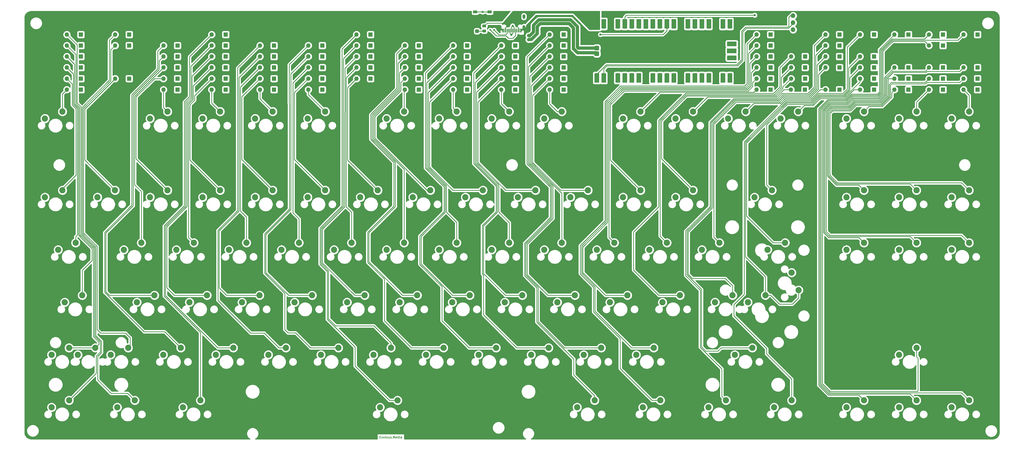
<source format=gtl>
G04 #@! TF.GenerationSoftware,KiCad,Pcbnew,(5.1.9)-1*
G04 #@! TF.CreationDate,2021-05-12T05:53:46+01:00*
G04 #@! TF.ProjectId,ENV_KB,454e565f-4b42-42e6-9b69-6361645f7063,Rev.1*
G04 #@! TF.SameCoordinates,Original*
G04 #@! TF.FileFunction,Copper,L1,Top*
G04 #@! TF.FilePolarity,Positive*
%FSLAX46Y46*%
G04 Gerber Fmt 4.6, Leading zero omitted, Abs format (unit mm)*
G04 Created by KiCad (PCBNEW (5.1.9)-1) date 2021-05-12 05:53:46*
%MOMM*%
%LPD*%
G01*
G04 APERTURE LIST*
G04 #@! TA.AperFunction,NonConductor*
%ADD10C,0.155000*%
G04 #@! TD*
G04 #@! TA.AperFunction,SMDPad,CuDef*
%ADD11R,1.550000X1.000000*%
G04 #@! TD*
G04 #@! TA.AperFunction,ComponentPad*
%ADD12O,1.600000X1.600000*%
G04 #@! TD*
G04 #@! TA.AperFunction,ComponentPad*
%ADD13R,1.600000X1.600000*%
G04 #@! TD*
G04 #@! TA.AperFunction,ComponentPad*
%ADD14C,2.250000*%
G04 #@! TD*
G04 #@! TA.AperFunction,ComponentPad*
%ADD15O,1.700000X1.700000*%
G04 #@! TD*
G04 #@! TA.AperFunction,SMDPad,CuDef*
%ADD16R,3.500000X1.700000*%
G04 #@! TD*
G04 #@! TA.AperFunction,ComponentPad*
%ADD17R,1.700000X1.700000*%
G04 #@! TD*
G04 #@! TA.AperFunction,SMDPad,CuDef*
%ADD18R,1.700000X3.500000*%
G04 #@! TD*
G04 #@! TA.AperFunction,ComponentPad*
%ADD19O,1.000000X1.600000*%
G04 #@! TD*
G04 #@! TA.AperFunction,ComponentPad*
%ADD20O,1.000000X2.100000*%
G04 #@! TD*
G04 #@! TA.AperFunction,SMDPad,CuDef*
%ADD21R,0.300000X1.450000*%
G04 #@! TD*
G04 #@! TA.AperFunction,SMDPad,CuDef*
%ADD22R,0.600000X1.450000*%
G04 #@! TD*
G04 #@! TA.AperFunction,ViaPad*
%ADD23C,0.800000*%
G04 #@! TD*
G04 #@! TA.AperFunction,Conductor*
%ADD24C,0.250000*%
G04 #@! TD*
G04 #@! TA.AperFunction,Conductor*
%ADD25C,1.193800*%
G04 #@! TD*
G04 #@! TA.AperFunction,Conductor*
%ADD26C,1.000000*%
G04 #@! TD*
G04 #@! TA.AperFunction,Conductor*
%ADD27C,0.500000*%
G04 #@! TD*
G04 #@! TA.AperFunction,Conductor*
%ADD28C,0.254000*%
G04 #@! TD*
G04 #@! TA.AperFunction,Conductor*
%ADD29C,0.150000*%
G04 #@! TD*
G04 APERTURE END LIST*
D10*
X262084047Y-260546857D02*
X262350714Y-260546857D01*
X262465000Y-260965904D02*
X262084047Y-260965904D01*
X262084047Y-260165904D01*
X262465000Y-260165904D01*
X262807857Y-260432571D02*
X262807857Y-260965904D01*
X262807857Y-260508761D02*
X262845952Y-260470666D01*
X262922142Y-260432571D01*
X263036428Y-260432571D01*
X263112619Y-260470666D01*
X263150714Y-260546857D01*
X263150714Y-260965904D01*
X263455476Y-260432571D02*
X263645952Y-260965904D01*
X263836428Y-260432571D01*
X264141190Y-260965904D02*
X264141190Y-260432571D01*
X264141190Y-260165904D02*
X264103095Y-260204000D01*
X264141190Y-260242095D01*
X264179285Y-260204000D01*
X264141190Y-260165904D01*
X264141190Y-260242095D01*
X264636428Y-260965904D02*
X264560238Y-260927809D01*
X264522142Y-260889714D01*
X264484047Y-260813523D01*
X264484047Y-260584952D01*
X264522142Y-260508761D01*
X264560238Y-260470666D01*
X264636428Y-260432571D01*
X264750714Y-260432571D01*
X264826904Y-260470666D01*
X264865000Y-260508761D01*
X264903095Y-260584952D01*
X264903095Y-260813523D01*
X264865000Y-260889714D01*
X264826904Y-260927809D01*
X264750714Y-260965904D01*
X264636428Y-260965904D01*
X265588809Y-260432571D02*
X265588809Y-260965904D01*
X265245952Y-260432571D02*
X265245952Y-260851619D01*
X265284047Y-260927809D01*
X265360238Y-260965904D01*
X265474523Y-260965904D01*
X265550714Y-260927809D01*
X265588809Y-260889714D01*
X265931666Y-260927809D02*
X266007857Y-260965904D01*
X266160238Y-260965904D01*
X266236428Y-260927809D01*
X266274523Y-260851619D01*
X266274523Y-260813523D01*
X266236428Y-260737333D01*
X266160238Y-260699238D01*
X266045952Y-260699238D01*
X265969761Y-260661142D01*
X265931666Y-260584952D01*
X265931666Y-260546857D01*
X265969761Y-260470666D01*
X266045952Y-260432571D01*
X266160238Y-260432571D01*
X266236428Y-260470666D01*
X266617380Y-260889714D02*
X266655476Y-260927809D01*
X266617380Y-260965904D01*
X266579285Y-260927809D01*
X266617380Y-260889714D01*
X266617380Y-260965904D01*
X266998333Y-260965904D02*
X266998333Y-260165904D01*
X267265000Y-260737333D01*
X267531666Y-260165904D01*
X267531666Y-260965904D01*
X268217380Y-260927809D02*
X268141190Y-260965904D01*
X267988809Y-260965904D01*
X267912619Y-260927809D01*
X267874523Y-260851619D01*
X267874523Y-260546857D01*
X267912619Y-260470666D01*
X267988809Y-260432571D01*
X268141190Y-260432571D01*
X268217380Y-260470666D01*
X268255476Y-260546857D01*
X268255476Y-260623047D01*
X267874523Y-260699238D01*
X268941190Y-260965904D02*
X268941190Y-260165904D01*
X268941190Y-260927809D02*
X268865000Y-260965904D01*
X268712619Y-260965904D01*
X268636428Y-260927809D01*
X268598333Y-260889714D01*
X268560238Y-260813523D01*
X268560238Y-260584952D01*
X268598333Y-260508761D01*
X268636428Y-260470666D01*
X268712619Y-260432571D01*
X268865000Y-260432571D01*
X268941190Y-260470666D01*
X269322142Y-260965904D02*
X269322142Y-260432571D01*
X269322142Y-260165904D02*
X269284047Y-260204000D01*
X269322142Y-260242095D01*
X269360238Y-260204000D01*
X269322142Y-260165904D01*
X269322142Y-260242095D01*
X270045952Y-260965904D02*
X270045952Y-260546857D01*
X270007857Y-260470666D01*
X269931666Y-260432571D01*
X269779285Y-260432571D01*
X269703095Y-260470666D01*
X270045952Y-260927809D02*
X269969761Y-260965904D01*
X269779285Y-260965904D01*
X269703095Y-260927809D01*
X269665000Y-260851619D01*
X269665000Y-260775428D01*
X269703095Y-260699238D01*
X269779285Y-260661142D01*
X269969761Y-260661142D01*
X270045952Y-260623047D01*
D11*
X301900000Y-108050000D03*
X296650000Y-108050000D03*
X296650000Y-106350000D03*
X301900000Y-106350000D03*
D12*
X323650000Y-134500000D03*
D13*
X328730000Y-134500000D03*
D12*
X306150000Y-134500000D03*
D13*
X311230000Y-134500000D03*
D12*
X473650000Y-114500000D03*
D13*
X478730000Y-114500000D03*
D12*
X461150000Y-114500000D03*
D13*
X466230000Y-114500000D03*
D12*
X448650000Y-114500000D03*
D13*
X453730000Y-114500000D03*
D12*
X436150000Y-114500000D03*
D13*
X441230000Y-114500000D03*
D12*
X423650000Y-114500000D03*
D13*
X428730000Y-114500000D03*
D12*
X398650000Y-114500000D03*
D13*
X403730000Y-114500000D03*
D12*
X323650000Y-114500000D03*
D13*
X328730000Y-114500000D03*
D12*
X253650000Y-114500000D03*
D13*
X258730000Y-114500000D03*
D12*
X201150000Y-114500000D03*
D13*
X206230000Y-114500000D03*
D12*
X166150000Y-114500000D03*
D13*
X171230000Y-114500000D03*
D12*
X148650000Y-114500000D03*
D13*
X153730000Y-114500000D03*
D12*
X461150000Y-118500000D03*
D13*
X466230000Y-118500000D03*
D12*
X423650000Y-118500000D03*
D13*
X428730000Y-118500000D03*
D12*
X398650000Y-118500000D03*
D13*
X403730000Y-118500000D03*
D12*
X323650000Y-118500000D03*
D13*
X328730000Y-118500000D03*
D12*
X306150000Y-118500000D03*
D13*
X311230000Y-118500000D03*
D12*
X288650000Y-118500000D03*
D13*
X293730000Y-118500000D03*
D12*
X271150000Y-118500000D03*
D13*
X276230000Y-118500000D03*
D12*
X253650000Y-118500000D03*
D13*
X258730000Y-118500000D03*
D12*
X236150000Y-118500000D03*
D13*
X241230000Y-118500000D03*
D12*
X218650000Y-118500000D03*
D13*
X223730000Y-118500000D03*
D12*
X201150000Y-118500000D03*
D13*
X206230000Y-118500000D03*
D12*
X183650000Y-118500000D03*
D13*
X188730000Y-118500000D03*
D12*
X166150000Y-118500000D03*
D13*
X171230000Y-118500000D03*
D12*
X148650000Y-118500000D03*
D13*
X153730000Y-118500000D03*
D12*
X423650000Y-122500000D03*
D13*
X428730000Y-122500000D03*
D12*
X411150000Y-122500000D03*
D13*
X416230000Y-122500000D03*
D12*
X398650000Y-122500000D03*
D13*
X403730000Y-122500000D03*
D12*
X323650000Y-122500000D03*
D13*
X328730000Y-122500000D03*
D12*
X306150000Y-122500000D03*
D13*
X311230000Y-122500000D03*
D12*
X288650000Y-122500000D03*
D13*
X293730000Y-122500000D03*
D12*
X271150000Y-122500000D03*
D13*
X276230000Y-122500000D03*
D12*
X253650000Y-122500000D03*
D13*
X258730000Y-122500000D03*
D12*
X236150000Y-122500000D03*
D13*
X241230000Y-122500000D03*
D12*
X218650000Y-122500000D03*
D13*
X223730000Y-122500000D03*
D12*
X201150000Y-122500000D03*
D13*
X206230000Y-122500000D03*
D12*
X183650000Y-122500000D03*
D13*
X188730000Y-122500000D03*
D12*
X148650000Y-122500000D03*
D13*
X153730000Y-122500000D03*
D12*
X473650000Y-126500000D03*
D13*
X478730000Y-126500000D03*
D12*
X461150000Y-126500000D03*
D13*
X466230000Y-126500000D03*
D12*
X448650000Y-126500000D03*
D13*
X453730000Y-126500000D03*
D12*
X436150000Y-126500000D03*
D13*
X441230000Y-126500000D03*
D12*
X423650000Y-126500000D03*
D13*
X428730000Y-126500000D03*
D12*
X411150000Y-126500000D03*
D13*
X416230000Y-126500000D03*
D12*
X398650000Y-126500000D03*
D13*
X403730000Y-126500000D03*
D12*
X323650000Y-126500000D03*
D13*
X328730000Y-126500000D03*
D12*
X306150000Y-126500000D03*
D13*
X311230000Y-126500000D03*
D12*
X288650000Y-126500000D03*
D13*
X293730000Y-126500000D03*
D12*
X271150000Y-126500000D03*
D13*
X276230000Y-126500000D03*
D12*
X253650000Y-126500000D03*
D13*
X258730000Y-126500000D03*
D12*
X236150000Y-126500000D03*
D13*
X241230000Y-126500000D03*
D12*
X218650000Y-126500000D03*
D13*
X223730000Y-126500000D03*
D12*
X201150000Y-126500000D03*
D13*
X206230000Y-126500000D03*
D12*
X183650000Y-126500000D03*
D13*
X188730000Y-126500000D03*
D12*
X148650000Y-126500000D03*
D13*
X153730000Y-126500000D03*
D12*
X473650000Y-130500000D03*
D13*
X478730000Y-130500000D03*
D12*
X461150000Y-130500000D03*
D13*
X466230000Y-130500000D03*
D12*
X448650000Y-130500000D03*
D13*
X453730000Y-130500000D03*
D12*
X436150000Y-130500000D03*
D13*
X441230000Y-130500000D03*
D12*
X411150000Y-130500000D03*
D13*
X416230000Y-130500000D03*
D12*
X398650000Y-130500000D03*
D13*
X403730000Y-130500000D03*
D12*
X323650000Y-130500000D03*
D13*
X328730000Y-130500000D03*
D12*
X306150000Y-130500000D03*
D13*
X311230000Y-130500000D03*
D12*
X288650000Y-130500000D03*
D13*
X293730000Y-130500000D03*
D12*
X271150000Y-130500000D03*
D13*
X276230000Y-130500000D03*
D12*
X253650000Y-130500000D03*
D13*
X258730000Y-130500000D03*
D12*
X236150000Y-130500000D03*
D13*
X241230000Y-130500000D03*
D12*
X218650000Y-130500000D03*
D13*
X223730000Y-130500000D03*
D12*
X201150000Y-130500000D03*
D13*
X206230000Y-130500000D03*
D12*
X183650000Y-130500000D03*
D13*
X188730000Y-130500000D03*
D12*
X166150000Y-130500000D03*
D13*
X171230000Y-130500000D03*
D12*
X148650000Y-130500000D03*
D13*
X153730000Y-130500000D03*
D12*
X473650000Y-134500000D03*
D13*
X478730000Y-134500000D03*
D12*
X461150000Y-134500000D03*
D13*
X466230000Y-134500000D03*
D12*
X448650000Y-134500000D03*
D13*
X453730000Y-134500000D03*
D12*
X436150000Y-134500000D03*
D13*
X441230000Y-134500000D03*
D12*
X398650000Y-134500000D03*
D13*
X403730000Y-134500000D03*
D12*
X288650000Y-134500000D03*
D13*
X293730000Y-134500000D03*
D12*
X271150000Y-134500000D03*
D13*
X276230000Y-134500000D03*
D12*
X236150000Y-134500000D03*
D13*
X241230000Y-134500000D03*
D12*
X218650000Y-134500000D03*
D13*
X223730000Y-134500000D03*
D12*
X201150000Y-134500000D03*
D13*
X206230000Y-134500000D03*
D12*
X183650000Y-134500000D03*
D13*
X188730000Y-134500000D03*
D12*
X148650000Y-134500000D03*
D13*
X153730000Y-134500000D03*
D14*
X321690000Y-144985000D03*
X328040000Y-142445000D03*
X283590000Y-144985000D03*
X289940000Y-142445000D03*
X235965000Y-144985000D03*
X242315000Y-142445000D03*
X178815000Y-173560000D03*
X185165000Y-171020000D03*
X469327500Y-249760000D03*
X475677500Y-247220000D03*
X450277500Y-249760000D03*
X456627500Y-247220000D03*
X355027500Y-230710000D03*
X361377500Y-228170000D03*
X335977500Y-230710000D03*
X342327500Y-228170000D03*
X316927500Y-230710000D03*
X323277500Y-228170000D03*
X297877500Y-230710000D03*
X304227500Y-228170000D03*
X278827500Y-230710000D03*
X285177500Y-228170000D03*
X259777500Y-230710000D03*
X266127500Y-228170000D03*
X240727500Y-230710000D03*
X247077500Y-228170000D03*
X221677500Y-230710000D03*
X228027500Y-228170000D03*
X202627500Y-230710000D03*
X208977500Y-228170000D03*
X183577500Y-230710000D03*
X189927500Y-228170000D03*
X383602500Y-211660000D03*
X389952500Y-209120000D03*
X364552500Y-211660000D03*
X370902500Y-209120000D03*
X345502500Y-211660000D03*
X351852500Y-209120000D03*
X326452500Y-211660000D03*
X332802500Y-209120000D03*
X307402500Y-211660000D03*
X313752500Y-209120000D03*
X288352500Y-211660000D03*
X294702500Y-209120000D03*
X269302500Y-211660000D03*
X275652500Y-209120000D03*
X250252500Y-211660000D03*
X256602500Y-209120000D03*
X231202500Y-211660000D03*
X237552500Y-209120000D03*
X212152500Y-211660000D03*
X218502500Y-209120000D03*
X193102500Y-211660000D03*
X199452500Y-209120000D03*
X174052500Y-211660000D03*
X180402500Y-209120000D03*
X469327500Y-192610000D03*
X475677500Y-190070000D03*
X450277500Y-192610000D03*
X456627500Y-190070000D03*
X431227500Y-192610000D03*
X437577500Y-190070000D03*
X378840000Y-192610000D03*
X385190000Y-190070000D03*
X359790000Y-192610000D03*
X366140000Y-190070000D03*
X340740000Y-192610000D03*
X347090000Y-190070000D03*
X321690000Y-192610000D03*
X328040000Y-190070000D03*
X302640000Y-192610000D03*
X308990000Y-190070000D03*
X283590000Y-192610000D03*
X289940000Y-190070000D03*
X264540000Y-192610000D03*
X270890000Y-190070000D03*
X245490000Y-192610000D03*
X251840000Y-190070000D03*
X226440000Y-192610000D03*
X232790000Y-190070000D03*
X207390000Y-192610000D03*
X213740000Y-190070000D03*
X188340000Y-192610000D03*
X194690000Y-190070000D03*
X169290000Y-192610000D03*
X175640000Y-190070000D03*
X469327500Y-173560000D03*
X475677500Y-171020000D03*
X450277500Y-173560000D03*
X456627500Y-171020000D03*
X431227500Y-173560000D03*
X437577500Y-171020000D03*
X369315000Y-173560000D03*
X375665000Y-171020000D03*
X350265000Y-173560000D03*
X356615000Y-171020000D03*
X331215000Y-173560000D03*
X337565000Y-171020000D03*
X312165000Y-173560000D03*
X318515000Y-171020000D03*
X293115000Y-173560000D03*
X299465000Y-171020000D03*
X274065000Y-173560000D03*
X280415000Y-171020000D03*
X255015000Y-173560000D03*
X261365000Y-171020000D03*
X235965000Y-173560000D03*
X242315000Y-171020000D03*
X216915000Y-173560000D03*
X223265000Y-171020000D03*
X197865000Y-173560000D03*
X204215000Y-171020000D03*
X159765000Y-173560000D03*
X166115000Y-171020000D03*
X140715000Y-173560000D03*
X147065000Y-171020000D03*
X469327500Y-144985000D03*
X475677500Y-142445000D03*
X450277500Y-144985000D03*
X456627500Y-142445000D03*
X431227500Y-144985000D03*
X437577500Y-142445000D03*
X407415000Y-144985000D03*
X413765000Y-142445000D03*
X388365000Y-144985000D03*
X394715000Y-142445000D03*
X369315000Y-144985000D03*
X375665000Y-142445000D03*
X350265000Y-144985000D03*
X356615000Y-142445000D03*
X302640000Y-144985000D03*
X308990000Y-142445000D03*
X264540000Y-144985000D03*
X270890000Y-142445000D03*
X216915000Y-144985000D03*
X223265000Y-142445000D03*
X197865000Y-144985000D03*
X204215000Y-142445000D03*
X178815000Y-144985000D03*
X185165000Y-142445000D03*
X140715000Y-144985000D03*
X147065000Y-142445000D03*
X405033750Y-249760000D03*
X411383750Y-247220000D03*
X381221250Y-249760000D03*
X387571250Y-247220000D03*
X357408750Y-249760000D03*
X363758750Y-247220000D03*
X190721250Y-249760000D03*
X197071250Y-247220000D03*
X166908750Y-249760000D03*
X173258750Y-247220000D03*
X147858750Y-211660000D03*
X154208750Y-209120000D03*
X397890000Y-173560000D03*
X404240000Y-171020000D03*
G04 #@! TA.AperFunction,SMDPad,CuDef*
G36*
G01*
X303300000Y-112570000D02*
X303670000Y-112570000D01*
G75*
G02*
X303805000Y-112705000I0J-135000D01*
G01*
X303805000Y-112975000D01*
G75*
G02*
X303670000Y-113110000I-135000J0D01*
G01*
X303300000Y-113110000D01*
G75*
G02*
X303165000Y-112975000I0J135000D01*
G01*
X303165000Y-112705000D01*
G75*
G02*
X303300000Y-112570000I135000J0D01*
G01*
G37*
G04 #@! TD.AperFunction*
G04 #@! TA.AperFunction,SMDPad,CuDef*
G36*
G01*
X303300000Y-111550000D02*
X303670000Y-111550000D01*
G75*
G02*
X303805000Y-111685000I0J-135000D01*
G01*
X303805000Y-111955000D01*
G75*
G02*
X303670000Y-112090000I-135000J0D01*
G01*
X303300000Y-112090000D01*
G75*
G02*
X303165000Y-111955000I0J135000D01*
G01*
X303165000Y-111685000D01*
G75*
G02*
X303300000Y-111550000I135000J0D01*
G01*
G37*
G04 #@! TD.AperFunction*
G04 #@! TA.AperFunction,SMDPad,CuDef*
G36*
G01*
X301940000Y-111550000D02*
X302310000Y-111550000D01*
G75*
G02*
X302445000Y-111685000I0J-135000D01*
G01*
X302445000Y-111955000D01*
G75*
G02*
X302310000Y-112090000I-135000J0D01*
G01*
X301940000Y-112090000D01*
G75*
G02*
X301805000Y-111955000I0J135000D01*
G01*
X301805000Y-111685000D01*
G75*
G02*
X301940000Y-111550000I135000J0D01*
G01*
G37*
G04 #@! TD.AperFunction*
G04 #@! TA.AperFunction,SMDPad,CuDef*
G36*
G01*
X301940000Y-112570000D02*
X302310000Y-112570000D01*
G75*
G02*
X302445000Y-112705000I0J-135000D01*
G01*
X302445000Y-112975000D01*
G75*
G02*
X302310000Y-113110000I-135000J0D01*
G01*
X301940000Y-113110000D01*
G75*
G02*
X301805000Y-112975000I0J135000D01*
G01*
X301805000Y-112705000D01*
G75*
G02*
X301940000Y-112570000I135000J0D01*
G01*
G37*
G04 #@! TD.AperFunction*
D15*
X388750000Y-117910000D03*
D16*
X389650000Y-117910000D03*
D17*
X388750000Y-120450000D03*
D16*
X389650000Y-120450000D03*
D15*
X388750000Y-122990000D03*
D16*
X389650000Y-122990000D03*
D18*
X388980000Y-110660000D03*
X386440000Y-110660000D03*
X383900000Y-110660000D03*
X381360000Y-110660000D03*
X378820000Y-110660000D03*
X376280000Y-110660000D03*
X373740000Y-110660000D03*
X371200000Y-110660000D03*
X368660000Y-110660000D03*
X366120000Y-110660000D03*
X363580000Y-110660000D03*
X361040000Y-110660000D03*
X358500000Y-110660000D03*
X355960000Y-110660000D03*
X353420000Y-110660000D03*
X350880000Y-110660000D03*
X348340000Y-110660000D03*
X345800000Y-110660000D03*
X343260000Y-110660000D03*
X340720000Y-110660000D03*
X388980000Y-130240000D03*
X386440000Y-130240000D03*
X383900000Y-130240000D03*
X381360000Y-130240000D03*
X378820000Y-130240000D03*
X376280000Y-130240000D03*
X373740000Y-130240000D03*
X371200000Y-130240000D03*
X368660000Y-130240000D03*
X366120000Y-130240000D03*
X363580000Y-130240000D03*
X361040000Y-130240000D03*
X358500000Y-130240000D03*
X355960000Y-130240000D03*
X353420000Y-130240000D03*
X350880000Y-130240000D03*
X348340000Y-130240000D03*
X345800000Y-130240000D03*
X343260000Y-130240000D03*
X340720000Y-130240000D03*
D15*
X340720000Y-111560000D03*
X343260000Y-111560000D03*
D17*
X345800000Y-111560000D03*
D15*
X348340000Y-111560000D03*
X350880000Y-111560000D03*
X353420000Y-111560000D03*
X355960000Y-111560000D03*
D17*
X358500000Y-111560000D03*
D15*
X361040000Y-111560000D03*
X363580000Y-111560000D03*
X366120000Y-111560000D03*
X368660000Y-111560000D03*
D17*
X371200000Y-111560000D03*
D15*
X373740000Y-111560000D03*
X376280000Y-111560000D03*
X378820000Y-111560000D03*
X381360000Y-111560000D03*
D17*
X383900000Y-111560000D03*
D15*
X386440000Y-111560000D03*
X388980000Y-111560000D03*
X388980000Y-129340000D03*
X386440000Y-129340000D03*
D17*
X383900000Y-129340000D03*
D15*
X381360000Y-129340000D03*
X378820000Y-129340000D03*
X376280000Y-129340000D03*
X373740000Y-129340000D03*
D17*
X371200000Y-129340000D03*
D15*
X368660000Y-129340000D03*
X366120000Y-129340000D03*
X363580000Y-129340000D03*
X361040000Y-129340000D03*
D17*
X358500000Y-129340000D03*
D15*
X355960000Y-129340000D03*
X353420000Y-129340000D03*
X350880000Y-129340000D03*
X348340000Y-129340000D03*
D17*
X345800000Y-129340000D03*
D15*
X343260000Y-129340000D03*
X340720000Y-129340000D03*
G04 #@! TA.AperFunction,ConnectorPad*
G36*
G01*
X343937500Y-121325000D02*
X343062500Y-121325000D01*
G75*
G02*
X342625000Y-120887500I0J437500D01*
G01*
X342625000Y-120012500D01*
G75*
G02*
X343062500Y-119575000I437500J0D01*
G01*
X343937500Y-119575000D01*
G75*
G02*
X344375000Y-120012500I0J-437500D01*
G01*
X344375000Y-120887500D01*
G75*
G02*
X343937500Y-121325000I-437500J0D01*
G01*
G37*
G04 #@! TD.AperFunction*
G04 #@! TA.AperFunction,ConnectorPad*
G36*
G01*
X341162500Y-122341000D02*
X340287500Y-122341000D01*
G75*
G02*
X339850000Y-121903500I0J437500D01*
G01*
X339850000Y-121028500D01*
G75*
G02*
X340287500Y-120591000I437500J0D01*
G01*
X341162500Y-120591000D01*
G75*
G02*
X341600000Y-121028500I0J-437500D01*
G01*
X341600000Y-121903500D01*
G75*
G02*
X341162500Y-122341000I-437500J0D01*
G01*
G37*
G04 #@! TD.AperFunction*
G04 #@! TA.AperFunction,ConnectorPad*
G36*
G01*
X341162500Y-120309000D02*
X340287500Y-120309000D01*
G75*
G02*
X339850000Y-119871500I0J437500D01*
G01*
X339850000Y-118996500D01*
G75*
G02*
X340287500Y-118559000I437500J0D01*
G01*
X341162500Y-118559000D01*
G75*
G02*
X341600000Y-118996500I0J-437500D01*
G01*
X341600000Y-119871500D01*
G75*
G02*
X341162500Y-120309000I-437500J0D01*
G01*
G37*
G04 #@! TD.AperFunction*
D12*
X423650000Y-134500000D03*
D13*
X428730000Y-134500000D03*
D12*
X411100000Y-134500000D03*
D13*
X416180000Y-134500000D03*
G04 #@! TA.AperFunction,SMDPad,CuDef*
G36*
G01*
X299474998Y-110905000D02*
X300375002Y-110905000D01*
G75*
G02*
X300625000Y-111154998I0J-249998D01*
G01*
X300625000Y-111680002D01*
G75*
G02*
X300375002Y-111930000I-249998J0D01*
G01*
X299474998Y-111930000D01*
G75*
G02*
X299225000Y-111680002I0J249998D01*
G01*
X299225000Y-111154998D01*
G75*
G02*
X299474998Y-110905000I249998J0D01*
G01*
G37*
G04 #@! TD.AperFunction*
G04 #@! TA.AperFunction,SMDPad,CuDef*
G36*
G01*
X299474998Y-112730000D02*
X300375002Y-112730000D01*
G75*
G02*
X300625000Y-112979998I0J-249998D01*
G01*
X300625000Y-113505002D01*
G75*
G02*
X300375002Y-113755000I-249998J0D01*
G01*
X299474998Y-113755000D01*
G75*
G02*
X299225000Y-113505002I0J249998D01*
G01*
X299225000Y-112979998D01*
G75*
G02*
X299474998Y-112730000I249998J0D01*
G01*
G37*
G04 #@! TD.AperFunction*
D15*
X411900000Y-107680000D03*
X411900000Y-110220000D03*
X411900000Y-112760000D03*
D17*
X411900000Y-115300000D03*
G04 #@! TA.AperFunction,SMDPad,CuDef*
G36*
G01*
X296904999Y-112630000D02*
X297705001Y-112630000D01*
G75*
G02*
X297955000Y-112879999I0J-249999D01*
G01*
X297955000Y-113705001D01*
G75*
G02*
X297705001Y-113955000I-249999J0D01*
G01*
X296904999Y-113955000D01*
G75*
G02*
X296655000Y-113705001I0J249999D01*
G01*
X296655000Y-112879999D01*
G75*
G02*
X296904999Y-112630000I249999J0D01*
G01*
G37*
G04 #@! TD.AperFunction*
G04 #@! TA.AperFunction,SMDPad,CuDef*
G36*
G01*
X296904999Y-110705000D02*
X297705001Y-110705000D01*
G75*
G02*
X297955000Y-110954999I0J-249999D01*
G01*
X297955000Y-111780001D01*
G75*
G02*
X297705001Y-112030000I-249999J0D01*
G01*
X296904999Y-112030000D01*
G75*
G02*
X296655000Y-111780001I0J249999D01*
G01*
X296655000Y-110954999D01*
G75*
G02*
X296904999Y-110705000I249999J0D01*
G01*
G37*
G04 #@! TD.AperFunction*
D13*
X441230000Y-122500000D03*
D12*
X436150000Y-122500000D03*
D14*
X431227500Y-249760000D03*
X437577500Y-247220000D03*
X333596250Y-249760000D03*
X339946250Y-247220000D03*
X268508750Y-247220000D03*
X262158750Y-249760000D03*
X143096250Y-249760000D03*
X149446250Y-247220000D03*
X450277500Y-230710000D03*
X456627500Y-228170000D03*
X390746250Y-230710000D03*
X397096250Y-228170000D03*
X164527500Y-230710000D03*
X170877500Y-228170000D03*
X143096250Y-230710000D03*
X149446250Y-228170000D03*
D19*
X305680000Y-108000000D03*
X314320000Y-108000000D03*
D20*
X314320000Y-112180000D03*
X305680000Y-112180000D03*
D21*
X310250000Y-113095000D03*
X308250000Y-113095000D03*
X308750000Y-113095000D03*
X309250000Y-113095000D03*
X309750000Y-113095000D03*
X310750000Y-113095000D03*
X311250000Y-113095000D03*
X311750000Y-113095000D03*
D22*
X306750000Y-113095000D03*
X307550000Y-113095000D03*
X312450000Y-113095000D03*
X313250000Y-113095000D03*
X313250000Y-113095000D03*
X312450000Y-113095000D03*
X307550000Y-113095000D03*
X306750000Y-113095000D03*
D14*
X145477500Y-192610000D03*
X151827500Y-190070000D03*
X402640000Y-192585000D03*
X408990000Y-190045000D03*
X395490000Y-211630000D03*
X401840000Y-209090000D03*
X152640000Y-230710000D03*
X158990000Y-228170000D03*
X413905000Y-207215000D03*
X411365000Y-200865000D03*
D23*
X309725000Y-114600000D03*
X316000000Y-116400000D03*
X310225000Y-111350000D03*
X316000000Y-114900000D03*
X345640000Y-120450000D03*
X326200000Y-116450000D03*
X397985457Y-107484095D03*
X342050000Y-114500000D03*
X299375000Y-106350000D03*
D24*
X147065000Y-142445000D02*
X147655000Y-142445000D01*
X147065000Y-136085000D02*
X148650000Y-134500000D01*
X147065000Y-142445000D02*
X147065000Y-136085000D01*
X183650000Y-141000000D02*
X183650000Y-134500000D01*
X185095000Y-142445000D02*
X183650000Y-141000000D01*
X185165000Y-142445000D02*
X185095000Y-142445000D01*
X201150000Y-139380000D02*
X201150000Y-134500000D01*
X204215000Y-142445000D02*
X201150000Y-139380000D01*
X223265000Y-142445000D02*
X222220000Y-142445000D01*
X218650000Y-137830000D02*
X223265000Y-142445000D01*
X218650000Y-134500000D02*
X218650000Y-137830000D01*
X236150000Y-136280000D02*
X236150000Y-134500000D01*
X242315000Y-142445000D02*
X236150000Y-136280000D01*
X270890000Y-139890000D02*
X270890000Y-134760000D01*
X270890000Y-142445000D02*
X270890000Y-139890000D01*
X270890000Y-134760000D02*
X271150000Y-134500000D01*
X270890000Y-139890000D02*
X270890000Y-139490000D01*
X289940000Y-142445000D02*
X289940000Y-142190000D01*
X288650000Y-141155000D02*
X288650000Y-134500000D01*
X289940000Y-142445000D02*
X288650000Y-141155000D01*
X356615000Y-142445000D02*
X363610132Y-135449868D01*
X372727311Y-135449868D02*
X372737189Y-135439990D01*
X363610132Y-135449868D02*
X372727311Y-135449868D01*
X397710010Y-135439990D02*
X398650000Y-134500000D01*
X372737189Y-135439990D02*
X397710010Y-135439990D01*
X375665000Y-142445000D02*
X380860088Y-137249912D01*
X380860088Y-137249912D02*
X405802088Y-137249912D01*
X408552000Y-134500000D02*
X411150000Y-134500000D01*
X405802088Y-137249912D02*
X408552000Y-134500000D01*
X397660033Y-139499967D02*
X394715000Y-142445000D01*
X407362033Y-139499967D02*
X397660033Y-139499967D01*
X408940000Y-137922000D02*
X407362033Y-139499967D01*
X418338000Y-137922000D02*
X408940000Y-137922000D01*
X421760000Y-134500000D02*
X418338000Y-137922000D01*
X423650000Y-134500000D02*
X421760000Y-134500000D01*
X415910000Y-140300000D02*
X414909990Y-141300010D01*
X419175000Y-140300000D02*
X415910000Y-140300000D01*
X421775000Y-137700000D02*
X419175000Y-140300000D01*
X430775000Y-137700000D02*
X421775000Y-137700000D01*
X414909990Y-141300010D02*
X413765000Y-142445000D01*
X433975000Y-134500000D02*
X430775000Y-137700000D01*
X436150000Y-134500000D02*
X433975000Y-134500000D01*
X447660000Y-135490000D02*
X448650000Y-134500000D01*
X447660000Y-137204100D02*
X447660000Y-135490000D01*
X444234100Y-140630000D02*
X447660000Y-137204100D01*
X439392500Y-140630000D02*
X444234100Y-140630000D01*
X437577500Y-142445000D02*
X439392500Y-140630000D01*
X456627500Y-142445000D02*
X456627500Y-139022500D01*
X456627500Y-139022500D02*
X461150000Y-134500000D01*
X475677500Y-142445000D02*
X475677500Y-136527500D01*
X475677500Y-136527500D02*
X473650000Y-134500000D01*
X147065000Y-170485000D02*
X151972850Y-165577150D01*
X147065000Y-171020000D02*
X147065000Y-170485000D01*
X151972850Y-141472710D02*
X150549960Y-140049820D01*
X151972850Y-165577150D02*
X151972850Y-141472710D01*
X150549960Y-140049820D02*
X150549960Y-132399960D01*
X150549960Y-132399960D02*
X148650000Y-130500000D01*
X155122920Y-141527080D02*
X166150000Y-130500000D01*
X155122920Y-160027920D02*
X155122920Y-141527080D01*
X166115000Y-171020000D02*
X155122920Y-160027920D01*
X180396000Y-130500000D02*
X183650000Y-130500000D01*
X173736000Y-137160000D02*
X180396000Y-130500000D01*
X173736000Y-159591000D02*
X173736000Y-137160000D01*
X185165000Y-171020000D02*
X173736000Y-159591000D01*
X194925000Y-136725000D02*
X201150000Y-130500000D01*
X204215000Y-171020000D02*
X194925000Y-161730000D01*
X194925000Y-136725000D02*
X194925000Y-138323000D01*
X194925000Y-138323000D02*
X193294000Y-139954000D01*
X193294000Y-160099000D02*
X194925000Y-161730000D01*
X193294000Y-139954000D02*
X193294000Y-160099000D01*
X213360000Y-135790000D02*
X218650000Y-130500000D01*
X212090000Y-137060000D02*
X213360000Y-135790000D01*
X212090000Y-159845000D02*
X212090000Y-137060000D01*
X223265000Y-171020000D02*
X212090000Y-159845000D01*
X231140000Y-135510000D02*
X236150000Y-130500000D01*
X231140000Y-159845000D02*
X231140000Y-135510000D01*
X242315000Y-171020000D02*
X231140000Y-159845000D01*
X250444000Y-133706000D02*
X253650000Y-130500000D01*
X250444000Y-160099000D02*
X250444000Y-133706000D01*
X261365000Y-171020000D02*
X250444000Y-160099000D01*
X269748000Y-131902000D02*
X271150000Y-130500000D01*
X260350000Y-144272000D02*
X269748000Y-134874000D01*
X260350000Y-152146000D02*
X260350000Y-144272000D01*
X279224000Y-171020000D02*
X260350000Y-152146000D01*
X269748000Y-134874000D02*
X269748000Y-131902000D01*
X280415000Y-171020000D02*
X279224000Y-171020000D01*
X280162000Y-138988000D02*
X288650000Y-130500000D01*
X280162000Y-143242000D02*
X280162000Y-138988000D01*
X280162000Y-162602770D02*
X280162000Y-143242000D01*
X288579230Y-171020000D02*
X280162000Y-162602770D01*
X299465000Y-171020000D02*
X288579230Y-171020000D01*
X297688000Y-138962000D02*
X306150000Y-130500000D01*
X297688000Y-160978770D02*
X297688000Y-138962000D01*
X307729230Y-171020000D02*
X297688000Y-160978770D01*
X318515000Y-171020000D02*
X307729230Y-171020000D01*
X317500000Y-136650000D02*
X323650000Y-130500000D01*
X317500000Y-160904360D02*
X317500000Y-136650000D01*
X327615640Y-171020000D02*
X317500000Y-160904360D01*
X337565000Y-171020000D02*
X327615640Y-171020000D01*
X397256000Y-131894000D02*
X398650000Y-130500000D01*
X397256000Y-133350000D02*
X397256000Y-131894000D01*
X372550789Y-134989980D02*
X395616020Y-134989980D01*
X350648143Y-134999857D02*
X372540912Y-134999857D01*
X372540912Y-134999857D02*
X372550789Y-134989980D01*
X345694000Y-139954000D02*
X350648143Y-134999857D01*
X395616020Y-134989980D02*
X397256000Y-133350000D01*
X345694000Y-160099000D02*
X345694000Y-139954000D01*
X356615000Y-171020000D02*
X345694000Y-160099000D01*
X364236000Y-145864000D02*
X373300099Y-136799901D01*
X364236000Y-159591000D02*
X364236000Y-145864000D01*
X375665000Y-171020000D02*
X364236000Y-159591000D01*
X373300099Y-136799901D02*
X405490099Y-136799901D01*
X405490099Y-136799901D02*
X408178000Y-134112000D01*
X408178000Y-133472000D02*
X411150000Y-130500000D01*
X408178000Y-134112000D02*
X408178000Y-133472000D01*
X436150000Y-131675000D02*
X436150000Y-130500000D01*
X419025000Y-139800000D02*
X421575000Y-137250000D01*
X421575000Y-137250000D02*
X430575000Y-137250000D01*
X409750000Y-139800000D02*
X419025000Y-139800000D01*
X430575000Y-137250000D02*
X436150000Y-131675000D01*
X402336000Y-147214000D02*
X409750000Y-139800000D01*
X402336000Y-169116000D02*
X402336000Y-147214000D01*
X404240000Y-171020000D02*
X402336000Y-169116000D01*
X446580000Y-130490000D02*
X448650000Y-130490000D01*
X446300060Y-130769940D02*
X446580000Y-130490000D01*
X443679851Y-139275019D02*
X446300060Y-136654810D01*
X446300060Y-136654810D02*
X446300060Y-130769940D01*
X434291260Y-139275020D02*
X443679851Y-139275019D01*
X432266208Y-141300072D02*
X434291260Y-139275020D01*
X425781977Y-141300073D02*
X432266208Y-141300072D01*
X424310010Y-165850010D02*
X424310010Y-142772040D01*
X427620000Y-169160000D02*
X424310010Y-165850010D01*
X435717500Y-169160000D02*
X427620000Y-169160000D01*
X424310010Y-142772040D02*
X425781977Y-141300073D01*
X437577500Y-171020000D02*
X435717500Y-169160000D01*
X459750000Y-131900000D02*
X461150000Y-130500000D01*
X456627500Y-171020000D02*
X454309295Y-168701795D01*
X454309295Y-168701795D02*
X427798205Y-168701795D01*
X424760020Y-165663610D02*
X424760020Y-142958440D01*
X425969919Y-141750081D02*
X432452609Y-141750081D01*
X446750070Y-132599930D02*
X447450000Y-131900000D01*
X443866252Y-139725028D02*
X446750070Y-136841210D01*
X427798205Y-168701795D02*
X424760020Y-165663610D01*
X424760020Y-142958440D02*
X424761560Y-142958440D01*
X424761560Y-142958440D02*
X425969919Y-141750081D01*
X432452609Y-141750081D02*
X434477662Y-139725028D01*
X434477662Y-139725028D02*
X443866252Y-139725028D01*
X446750070Y-136841210D02*
X446750070Y-132599930D01*
X447450000Y-131900000D02*
X459750000Y-131900000D01*
X472250000Y-131900000D02*
X473650000Y-130500000D01*
X460390000Y-131900000D02*
X472250000Y-131900000D01*
X472909285Y-168251785D02*
X427984605Y-168251785D01*
X447200080Y-137027610D02*
X447200080Y-132789920D01*
X425210030Y-165477210D02*
X425210030Y-143146380D01*
X447200080Y-132789920D02*
X447640000Y-132350000D01*
X427984605Y-168251785D02*
X425210030Y-165477210D01*
X475677500Y-171020000D02*
X472909285Y-168251785D01*
X459940000Y-132350000D02*
X460390000Y-131900000D01*
X426156319Y-142200091D02*
X432669909Y-142200091D01*
X425210030Y-143146380D02*
X426156319Y-142200091D01*
X432669909Y-142200091D02*
X434694962Y-140175038D01*
X434694962Y-140175038D02*
X444052653Y-140175037D01*
X444052653Y-140175037D02*
X447200080Y-137027610D01*
X447640000Y-132350000D02*
X459940000Y-132350000D01*
X151827500Y-190070000D02*
X152394100Y-189503400D01*
X150999970Y-128849970D02*
X148650000Y-126500000D01*
X150999970Y-139863420D02*
X150999970Y-128849970D01*
X152422860Y-141286310D02*
X150999970Y-139863420D01*
X152422860Y-187227140D02*
X152422860Y-141286310D01*
X151827500Y-187822500D02*
X152422860Y-187227140D01*
X151827500Y-190070000D02*
X151827500Y-187822500D01*
X173228000Y-136922000D02*
X183650000Y-126500000D01*
X173228000Y-169043770D02*
X173228000Y-136922000D01*
X175640000Y-171455770D02*
X173228000Y-169043770D01*
X175640000Y-190070000D02*
X175640000Y-171455770D01*
X194475000Y-133175000D02*
X201150000Y-126500000D01*
X194690000Y-190070000D02*
X194475000Y-189855000D01*
X194475000Y-136538590D02*
X194474991Y-136538599D01*
X194474991Y-136538599D02*
X194474991Y-138011009D01*
X194475000Y-133175000D02*
X194475000Y-136538590D01*
X194474991Y-138011009D02*
X192786000Y-139700000D01*
X192786000Y-188166000D02*
X194690000Y-190070000D01*
X192786000Y-139700000D02*
X192786000Y-188166000D01*
X211582000Y-133568000D02*
X218650000Y-126500000D01*
X211582000Y-178562000D02*
X211582000Y-133568000D01*
X213740000Y-180720000D02*
X211582000Y-178562000D01*
X213740000Y-190070000D02*
X213740000Y-180720000D01*
X230632000Y-179182000D02*
X230632000Y-132018000D01*
X232790000Y-181340000D02*
X230632000Y-179182000D01*
X230632000Y-132018000D02*
X236150000Y-126500000D01*
X232790000Y-190070000D02*
X232790000Y-181340000D01*
X249936000Y-130214000D02*
X253650000Y-126500000D01*
X249936000Y-177038000D02*
X249936000Y-130214000D01*
X251840000Y-178942000D02*
X249936000Y-177038000D01*
X251840000Y-190070000D02*
X251840000Y-178942000D01*
X269240000Y-128410000D02*
X271150000Y-126500000D01*
X269240000Y-134620000D02*
X269240000Y-128410000D01*
X259842000Y-144018000D02*
X269240000Y-134620000D01*
X259842000Y-152319178D02*
X259842000Y-144018000D01*
X270890000Y-163367178D02*
X259842000Y-152319178D01*
X270890000Y-190070000D02*
X270890000Y-163367178D01*
X279654000Y-135496000D02*
X288650000Y-126500000D01*
X279654000Y-162731180D02*
X279654000Y-135496000D01*
X286250019Y-169327199D02*
X279654000Y-162731180D01*
X286250019Y-178950019D02*
X286250019Y-169327199D01*
X289940000Y-182640000D02*
X286250019Y-178950019D01*
X289940000Y-190070000D02*
X289940000Y-182640000D01*
X297180000Y-135470000D02*
X306150000Y-126500000D01*
X297180000Y-161107180D02*
X297180000Y-135470000D01*
X305150018Y-169077198D02*
X297180000Y-161107180D01*
X305150018Y-178900018D02*
X305150018Y-169077198D01*
X308990000Y-182740000D02*
X305150018Y-178900018D01*
X308990000Y-190070000D02*
X308990000Y-182740000D01*
X328040000Y-172080770D02*
X328040000Y-190070000D01*
X316992000Y-161032770D02*
X328040000Y-172080770D01*
X316992000Y-133158000D02*
X316992000Y-161032770D01*
X323650000Y-126500000D02*
X316992000Y-133158000D01*
X345150000Y-188130000D02*
X347090000Y-190070000D01*
X345150000Y-139736000D02*
X345150000Y-188130000D01*
X395304030Y-134539970D02*
X350346030Y-134539970D01*
X396748000Y-133096000D02*
X395304030Y-134539970D01*
X350346030Y-134539970D02*
X345150000Y-139736000D01*
X396748000Y-128402000D02*
X396748000Y-133096000D01*
X398650000Y-126500000D02*
X396748000Y-128402000D01*
X366140000Y-190070000D02*
X363728000Y-187658000D01*
X363728000Y-187658000D02*
X363728000Y-145722000D01*
X363728000Y-145722000D02*
X373100110Y-136349890D01*
X373100110Y-136349890D02*
X405178110Y-136349890D01*
X405178110Y-136349890D02*
X407670000Y-133858000D01*
X407670000Y-129980000D02*
X411150000Y-126500000D01*
X407670000Y-133858000D02*
X407670000Y-129980000D01*
X421132000Y-134366000D02*
X421132000Y-129018000D01*
X421132000Y-129018000D02*
X423650000Y-126500000D01*
X418084000Y-137414000D02*
X421132000Y-134366000D01*
X408686000Y-137414000D02*
X418084000Y-137414000D01*
X407050044Y-139049956D02*
X408686000Y-137414000D01*
X391150044Y-139049956D02*
X407050044Y-139049956D01*
X383175000Y-147025000D02*
X391150044Y-139049956D01*
X383175000Y-188055000D02*
X383175000Y-147025000D01*
X385190000Y-190070000D02*
X383175000Y-188055000D01*
X432450010Y-134734810D02*
X432450010Y-130199990D01*
X421398572Y-136790018D02*
X430394802Y-136790018D01*
X430394802Y-136790018D02*
X432450010Y-134734810D01*
X418858572Y-139330018D02*
X421398572Y-136790018D01*
X409566802Y-139330018D02*
X418858572Y-139330018D01*
X395050019Y-153846801D02*
X409566802Y-139330018D01*
X395050019Y-180413609D02*
X395050019Y-153846801D01*
X404681410Y-190045000D02*
X395050019Y-180413609D01*
X432450010Y-130199990D02*
X436150000Y-126500000D01*
X408990000Y-190045000D02*
X404681410Y-190045000D01*
X444950030Y-136095610D02*
X444950030Y-130199970D01*
X431707005Y-139950045D02*
X433757014Y-137900036D01*
X443145604Y-137900036D02*
X444950030Y-136095610D01*
X425222775Y-139950045D02*
X431707005Y-139950045D01*
X422950040Y-142222780D02*
X425222775Y-139950045D01*
X422950040Y-186300040D02*
X422950040Y-142222780D01*
X444950030Y-130199970D02*
X448650000Y-126500000D01*
X424850000Y-188200000D02*
X422950040Y-186300040D01*
X433757014Y-137900036D02*
X443145604Y-137900036D01*
X435707500Y-188200000D02*
X424850000Y-188200000D01*
X437577500Y-190070000D02*
X435707500Y-188200000D01*
X445400040Y-136282010D02*
X445400040Y-130386370D01*
X443307050Y-138375000D02*
X445400040Y-136282010D01*
X459850000Y-127800000D02*
X461150000Y-126500000D01*
X447986410Y-127800000D02*
X459850000Y-127800000D01*
X425409175Y-140400055D02*
X431893406Y-140400054D01*
X445400040Y-130386370D02*
X447986410Y-127800000D01*
X431893406Y-140400054D02*
X433918460Y-138375000D01*
X423400050Y-142409180D02*
X425409175Y-140400055D01*
X423400050Y-186113640D02*
X423400050Y-142409180D01*
X433918460Y-138375000D02*
X443307050Y-138375000D01*
X425036410Y-187750000D02*
X423400050Y-186113640D01*
X454307500Y-187750000D02*
X425036410Y-187750000D01*
X456627500Y-190070000D02*
X454307500Y-187750000D01*
X472250000Y-127900000D02*
X473650000Y-126500000D01*
X460390000Y-127900000D02*
X472250000Y-127900000D01*
X460040000Y-128250000D02*
X460390000Y-127900000D01*
X475677500Y-190070000D02*
X472907490Y-187299990D01*
X434104860Y-138825010D02*
X443493450Y-138825010D01*
X472907490Y-187299990D02*
X425222810Y-187299990D01*
X425222810Y-187299990D02*
X423860000Y-185937180D01*
X423860000Y-185937180D02*
X423860000Y-142585640D01*
X423860000Y-142585640D02*
X425595577Y-140850063D01*
X425595577Y-140850063D02*
X432079807Y-140850063D01*
X432079807Y-140850063D02*
X434104860Y-138825010D01*
X443493450Y-138825010D02*
X445850050Y-136468410D01*
X445850050Y-130572770D02*
X445852230Y-130572770D01*
X445850050Y-136468410D02*
X445850050Y-130572770D01*
X445852230Y-130572770D02*
X448175000Y-128250000D01*
X448175000Y-128250000D02*
X460040000Y-128250000D01*
X154208750Y-200041250D02*
X157799970Y-196450030D01*
X154208750Y-209120000D02*
X154208750Y-200041250D01*
X157799970Y-192172790D02*
X152872870Y-187245690D01*
X157799970Y-196450030D02*
X157799970Y-192172790D01*
X152872870Y-187245690D02*
X152872870Y-141200000D01*
X152872870Y-141099910D02*
X151449980Y-139677020D01*
X152872870Y-141200000D02*
X152872870Y-141099910D01*
X151449980Y-139677020D02*
X151449980Y-125299980D01*
X151449980Y-125299980D02*
X148650000Y-122500000D01*
X182118000Y-127254000D02*
X182118000Y-124032000D01*
X172720000Y-136652000D02*
X182118000Y-127254000D01*
X172720000Y-176552820D02*
X172720000Y-136652000D01*
X162775020Y-186497800D02*
X172720000Y-176552820D01*
X182118000Y-124032000D02*
X183650000Y-122500000D01*
X162775020Y-207825020D02*
X162775020Y-186497800D01*
X164070000Y-209120000D02*
X162775020Y-207825020D01*
X180402500Y-209120000D02*
X164070000Y-209120000D01*
X194024991Y-129625009D02*
X201150000Y-122500000D01*
X192278000Y-139446000D02*
X194024991Y-137699009D01*
X192278000Y-176844820D02*
X192278000Y-139446000D01*
X184850020Y-184272800D02*
X192278000Y-176844820D01*
X184850020Y-206350020D02*
X184850020Y-184272800D01*
X187620000Y-209120000D02*
X184850020Y-206350020D01*
X194024991Y-137699009D02*
X194024991Y-129625009D01*
X199452500Y-209120000D02*
X187620000Y-209120000D01*
X211074000Y-130076000D02*
X218650000Y-122500000D01*
X203850010Y-185736400D02*
X211074000Y-178512410D01*
X203850010Y-206400010D02*
X203850010Y-185736400D01*
X211074000Y-178512410D02*
X211074000Y-130076000D01*
X206570000Y-209120000D02*
X203850010Y-206400010D01*
X218502500Y-209120000D02*
X206570000Y-209120000D01*
X229870000Y-128780000D02*
X236150000Y-122500000D01*
X229870000Y-177966410D02*
X229870000Y-128780000D01*
X220800010Y-187036400D02*
X229870000Y-177966410D01*
X220800010Y-200863600D02*
X220800010Y-187036400D01*
X229056410Y-209120000D02*
X220800010Y-200863600D01*
X237552500Y-209120000D02*
X229056410Y-209120000D01*
X249450020Y-142750020D02*
X249450000Y-142750000D01*
X249450020Y-126699980D02*
X253650000Y-122500000D01*
X249450020Y-142750020D02*
X249450020Y-126699980D01*
X249428000Y-176994820D02*
X249428000Y-142772040D01*
X249428000Y-142772040D02*
X249450020Y-142750020D01*
X241300020Y-185122800D02*
X249428000Y-176994820D01*
X241300020Y-197427200D02*
X241300020Y-185122800D01*
X252992820Y-209120000D02*
X241300020Y-197427200D01*
X256602500Y-209120000D02*
X252992820Y-209120000D01*
X268732000Y-124918000D02*
X271150000Y-122500000D01*
X268732000Y-134366000D02*
X268732000Y-124918000D01*
X267650011Y-160763600D02*
X259334000Y-152447589D01*
X267650011Y-176936400D02*
X267650011Y-160763600D01*
X258150011Y-186436399D02*
X267650011Y-176936400D01*
X258150011Y-196963601D02*
X258150011Y-186436399D01*
X259334000Y-143764000D02*
X268732000Y-134366000D01*
X259334000Y-152447589D02*
X259334000Y-143764000D01*
X270306410Y-209120000D02*
X258150011Y-196963601D01*
X275652500Y-209120000D02*
X270306410Y-209120000D01*
X279146000Y-132004000D02*
X288650000Y-122500000D01*
X279146000Y-143772000D02*
X279146000Y-132004000D01*
X279150000Y-143768000D02*
X279146000Y-143772000D01*
X279146000Y-162859590D02*
X279146000Y-143772000D01*
X285800009Y-178986401D02*
X285800010Y-169513600D01*
X277050010Y-187736400D02*
X285800009Y-178986401D01*
X277050010Y-197713600D02*
X277050010Y-187736400D01*
X288456410Y-209120000D02*
X277050010Y-197713600D01*
X285800010Y-169513600D02*
X279146000Y-162859590D01*
X294702500Y-209120000D02*
X288456410Y-209120000D01*
X296672000Y-161235590D02*
X296672000Y-131978000D01*
X304700009Y-169263599D02*
X296672000Y-161235590D01*
X304700010Y-178936400D02*
X304700009Y-169263599D01*
X299700000Y-183936410D02*
X304700010Y-178936400D01*
X296672000Y-131978000D02*
X306150000Y-122500000D01*
X299700000Y-201213590D02*
X299700000Y-183936410D01*
X307606410Y-209120000D02*
X299700000Y-201213590D01*
X313752500Y-209120000D02*
X307606410Y-209120000D01*
X316484000Y-129666000D02*
X323650000Y-122500000D01*
X316484000Y-161161180D02*
X316484000Y-129666000D01*
X324800018Y-169477198D02*
X316484000Y-161161180D01*
X324800019Y-181222799D02*
X324800018Y-179099999D01*
X315500000Y-190522820D02*
X324800019Y-181222799D01*
X315500000Y-201627180D02*
X315500000Y-190522820D01*
X322992820Y-209120000D02*
X315500000Y-201627180D01*
X324800018Y-179099999D02*
X324800018Y-169477198D01*
X332802500Y-209120000D02*
X322992820Y-209120000D01*
X396240000Y-124910000D02*
X398650000Y-122500000D01*
X396240000Y-132842000D02*
X396240000Y-124910000D01*
X394992041Y-134089959D02*
X396240000Y-132842000D01*
X350034041Y-134089959D02*
X394992041Y-134089959D01*
X344678000Y-139446000D02*
X350034041Y-134089959D01*
X344678000Y-182626000D02*
X344678000Y-139446000D01*
X335650022Y-191653978D02*
X344678000Y-182626000D01*
X335650022Y-200900022D02*
X335650022Y-191653978D01*
X343870000Y-209120000D02*
X335650022Y-200900022D01*
X351852500Y-209120000D02*
X343870000Y-209120000D01*
X363220000Y-209120000D02*
X370902500Y-209120000D01*
X354076000Y-186182000D02*
X354076000Y-199976000D01*
X363220000Y-145593589D02*
X363220000Y-177038000D01*
X363220000Y-177038000D02*
X354076000Y-186182000D01*
X372923589Y-135890000D02*
X363220000Y-145593589D01*
X354076000Y-199976000D02*
X363220000Y-209120000D01*
X407162000Y-133604000D02*
X404876000Y-135890000D01*
X407162000Y-126488000D02*
X407162000Y-133604000D01*
X404876000Y-135890000D02*
X372923589Y-135890000D01*
X411150000Y-122500000D02*
X407162000Y-126488000D01*
X406738053Y-138599947D02*
X408432000Y-136906000D01*
X420624000Y-134112000D02*
X420624000Y-125526000D01*
X382700021Y-146799979D02*
X390900055Y-138599945D01*
X387348000Y-202997000D02*
X375392000Y-202997000D01*
X375392000Y-202997000D02*
X373850011Y-201455011D01*
X373850011Y-186122809D02*
X382700021Y-177272800D01*
X389952500Y-209120000D02*
X389952500Y-205601500D01*
X389952500Y-205601500D02*
X387348000Y-202997000D01*
X390900055Y-138599945D02*
X390900057Y-138599947D01*
X373850011Y-201455011D02*
X373850011Y-186122809D01*
X382700021Y-177272800D02*
X382700021Y-146799979D01*
X390900057Y-138599947D02*
X406738053Y-138599947D01*
X408432000Y-136906000D02*
X417830000Y-136906000D01*
X417830000Y-136906000D02*
X420624000Y-134112000D01*
X420624000Y-125526000D02*
X423650000Y-122500000D01*
X413917400Y-207215000D02*
X413550000Y-206847600D01*
X413925000Y-210017000D02*
X413925000Y-207225000D01*
X411642000Y-212300000D02*
X413925000Y-210017000D01*
X436150000Y-122500000D02*
X432000000Y-126650000D01*
X394600008Y-153660401D02*
X394600008Y-195100008D01*
X432000000Y-126650000D02*
X431999999Y-134548411D01*
X431999999Y-134548411D02*
X430208403Y-136340007D01*
X430208403Y-136340007D02*
X421212172Y-136340007D01*
X421212172Y-136340007D02*
X418672172Y-138880007D01*
X418672172Y-138880007D02*
X409380402Y-138880007D01*
X409380402Y-138880007D02*
X394600008Y-153660401D01*
X394600008Y-195100008D02*
X401865000Y-202365000D01*
X406975000Y-212300000D02*
X411642000Y-212300000D01*
X401865000Y-202365000D02*
X401865000Y-209095000D01*
X401865000Y-209095000D02*
X403770000Y-209095000D01*
X403770000Y-209095000D02*
X406975000Y-212300000D01*
X149446250Y-228170000D02*
X158970000Y-228170000D01*
X158970000Y-228170000D02*
X158975000Y-228175000D01*
X158975000Y-228175000D02*
X159000000Y-228175000D01*
X151899990Y-139490620D02*
X151899990Y-121749990D01*
X153322880Y-140913510D02*
X151899990Y-139490620D01*
X158249980Y-191986390D02*
X153322880Y-187059290D01*
X151899990Y-121749990D02*
X148650000Y-118500000D01*
X158249980Y-224097800D02*
X158249980Y-191986390D01*
X160250000Y-226097820D02*
X158249980Y-224097800D01*
X153322880Y-187059290D02*
X153322880Y-140913510D01*
X160250000Y-226910000D02*
X160250000Y-226097820D01*
X158990000Y-228170000D02*
X160250000Y-226910000D01*
X159600000Y-191427180D02*
X154672910Y-186500090D01*
X154672910Y-141237090D02*
X164592000Y-131318000D01*
X169925000Y-222800000D02*
X160870000Y-222800000D01*
X171600000Y-224475000D02*
X169925000Y-222800000D01*
X164592000Y-131318000D02*
X164592000Y-120058000D01*
X159600000Y-221530000D02*
X159600000Y-191427180D01*
X171600000Y-228150000D02*
X171600000Y-224475000D01*
X160870000Y-222800000D02*
X159600000Y-221530000D01*
X171580000Y-228170000D02*
X171600000Y-228150000D01*
X164592000Y-120058000D02*
X166150000Y-118500000D01*
X154672910Y-186500090D02*
X154672910Y-141237090D01*
X170877500Y-228170000D02*
X171580000Y-228170000D01*
X181610000Y-127000000D02*
X181610000Y-120540000D01*
X172212000Y-136398000D02*
X181610000Y-127000000D01*
X181610000Y-120540000D02*
X183650000Y-118500000D01*
X172212000Y-176424410D02*
X172212000Y-136398000D01*
X162325010Y-186311400D02*
X172212000Y-176424410D01*
X162325010Y-208025010D02*
X162325010Y-186311400D01*
X176624990Y-222324990D02*
X162325010Y-208025010D01*
X184082490Y-222324990D02*
X176624990Y-222324990D01*
X189927500Y-228170000D02*
X184082490Y-222324990D01*
X193574982Y-126075018D02*
X201150000Y-118500000D01*
X191770000Y-139192000D02*
X193574982Y-137387018D01*
X191770000Y-176716409D02*
X191770000Y-139192000D01*
X184400009Y-184086400D02*
X191770000Y-176716409D01*
X184400010Y-209200010D02*
X184400009Y-184086400D01*
X203370000Y-228170000D02*
X184400010Y-209200010D01*
X193574982Y-137387018D02*
X193574982Y-126075018D01*
X208977500Y-228170000D02*
X203370000Y-228170000D01*
X210566000Y-126584000D02*
X218650000Y-118500000D01*
X210566000Y-139438000D02*
X210566000Y-126584000D01*
X203400000Y-185550000D02*
X210566000Y-178384000D01*
X203400000Y-210921498D02*
X203400000Y-185550000D01*
X215278502Y-222800000D02*
X203400000Y-210921498D01*
X210566000Y-178384000D02*
X210566000Y-139192000D01*
X220150000Y-222800000D02*
X215278502Y-222800000D01*
X225520000Y-228170000D02*
X220150000Y-222800000D01*
X228027500Y-228170000D02*
X225520000Y-228170000D01*
X229249991Y-125400009D02*
X236150000Y-118500000D01*
X229249991Y-139449991D02*
X229249991Y-125400009D01*
X229362000Y-177838000D02*
X229362000Y-139562000D01*
X220350000Y-186850000D02*
X229362000Y-177838000D01*
X220350000Y-201050000D02*
X220350000Y-186850000D01*
X227600000Y-208300000D02*
X220350000Y-201050000D01*
X229362000Y-139562000D02*
X229249991Y-139449991D01*
X228800000Y-222750000D02*
X227600000Y-221550000D01*
X227600000Y-221550000D02*
X227600000Y-208300000D01*
X231550000Y-222750000D02*
X228800000Y-222750000D01*
X236970000Y-228170000D02*
X231550000Y-222750000D01*
X247077500Y-228170000D02*
X236970000Y-228170000D01*
X252850001Y-119299999D02*
X253650000Y-118500000D01*
X248920000Y-123230000D02*
X252850001Y-119299999D01*
X248920000Y-176866409D02*
X248920000Y-123230000D01*
X240850009Y-184936400D02*
X248920000Y-176866409D01*
X243500010Y-200263602D02*
X240850009Y-197613600D01*
X243500010Y-217625010D02*
X243500010Y-200263602D01*
X240850009Y-197613600D02*
X240850009Y-184936400D01*
X259950000Y-220225000D02*
X246100000Y-220225000D01*
X266127500Y-226402500D02*
X259950000Y-220225000D01*
X246100000Y-220225000D02*
X243500010Y-217625010D01*
X266127500Y-228170000D02*
X266127500Y-226402500D01*
X258826000Y-152576000D02*
X258826000Y-143510000D01*
X267200000Y-160950000D02*
X258826000Y-152576000D01*
X267200000Y-176750000D02*
X267200000Y-160950000D01*
X257700000Y-186250000D02*
X267200000Y-176750000D01*
X257700000Y-197150000D02*
X257700000Y-186250000D01*
X263750000Y-203200000D02*
X257700000Y-197150000D01*
X268224000Y-134112000D02*
X268224000Y-121426000D01*
X258826000Y-143510000D02*
X268224000Y-134112000D01*
X263750000Y-218400000D02*
X263750000Y-203200000D01*
X273520000Y-228170000D02*
X263750000Y-218400000D01*
X268224000Y-121426000D02*
X271150000Y-118500000D01*
X285177500Y-228170000D02*
X273520000Y-228170000D01*
X278638000Y-128512000D02*
X288650000Y-118500000D01*
X278638000Y-162988000D02*
X278638000Y-128512000D01*
X285350000Y-169700000D02*
X278638000Y-162988000D01*
X285350000Y-178800000D02*
X285350000Y-169700000D01*
X276600000Y-187550000D02*
X285350000Y-178800000D01*
X284600000Y-205900000D02*
X276600000Y-197900000D01*
X284600000Y-218350000D02*
X284600000Y-205900000D01*
X276600000Y-197900000D02*
X276600000Y-187550000D01*
X294420000Y-228170000D02*
X284600000Y-218350000D01*
X304227500Y-228170000D02*
X294420000Y-228170000D01*
X296164000Y-128486000D02*
X306150000Y-118500000D01*
X299250000Y-201400000D02*
X299250000Y-183750000D01*
X299700000Y-201850000D02*
X299250000Y-201400000D01*
X304250000Y-169450000D02*
X296164000Y-161364000D01*
X304250000Y-178750000D02*
X304250000Y-169450000D01*
X299700000Y-216200000D02*
X299700000Y-201850000D01*
X311670000Y-228170000D02*
X299700000Y-216200000D01*
X296164000Y-161364000D02*
X296164000Y-128486000D01*
X299250000Y-183750000D02*
X304250000Y-178750000D01*
X323277500Y-228170000D02*
X311670000Y-228170000D01*
X315976000Y-126174000D02*
X323650000Y-118500000D01*
X324350009Y-169663599D02*
X315976000Y-161289590D01*
X324350010Y-181036400D02*
X324350009Y-169663599D01*
X315000010Y-190386400D02*
X324350010Y-181036400D01*
X319450009Y-206213599D02*
X315000010Y-201763600D01*
X319450009Y-206586401D02*
X319450009Y-206213599D01*
X319450000Y-206586410D02*
X319450009Y-206586401D01*
X319450000Y-218663590D02*
X319450000Y-206586410D01*
X315976000Y-161289590D02*
X315976000Y-126174000D01*
X315000010Y-201763600D02*
X315000010Y-190386400D01*
X328956410Y-228170000D02*
X319450000Y-218663590D01*
X342327500Y-228170000D02*
X328956410Y-228170000D01*
X361377500Y-228170000D02*
X353392000Y-228170000D01*
X395732000Y-121418000D02*
X398650000Y-118500000D01*
X395732000Y-132588000D02*
X395732000Y-121418000D01*
X394680052Y-133639948D02*
X395732000Y-132588000D01*
X349722052Y-133639948D02*
X394680052Y-133639948D01*
X344170000Y-139192000D02*
X349722052Y-133639948D01*
X344170000Y-182372000D02*
X344170000Y-139192000D01*
X335200011Y-191341989D02*
X344170000Y-182372000D01*
X335200011Y-201088011D02*
X335200011Y-191341989D01*
X340106000Y-205994000D02*
X335200011Y-201088011D01*
X353392000Y-228170000D02*
X340106000Y-214884000D01*
X340106000Y-214884000D02*
X340106000Y-205994000D01*
X417576000Y-136398000D02*
X420116000Y-133858000D01*
X406426066Y-138149934D02*
X408178000Y-136398000D01*
X382250010Y-146549990D02*
X390650066Y-138149934D01*
X382250010Y-177086400D02*
X382250010Y-146549990D01*
X373400000Y-201650000D02*
X373400000Y-185936409D01*
X378669304Y-206919304D02*
X373400000Y-201650000D01*
X378669304Y-227757304D02*
X378669304Y-206919304D01*
X380208000Y-229296000D02*
X378669304Y-227757304D01*
X385811000Y-228170000D02*
X384685000Y-229296000D01*
X397096250Y-228170000D02*
X385811000Y-228170000D01*
X373400000Y-185936409D02*
X382250010Y-177086400D01*
X384685000Y-229296000D02*
X380208000Y-229296000D01*
X408178000Y-136398000D02*
X417576000Y-136398000D01*
X390650066Y-138149934D02*
X406426066Y-138149934D01*
X420116000Y-133858000D02*
X420116000Y-122034000D01*
X420116000Y-122034000D02*
X423650000Y-118500000D01*
X456627500Y-231377500D02*
X457200000Y-231950000D01*
X456627500Y-228170000D02*
X456627500Y-231377500D01*
X457200000Y-243700000D02*
X456900020Y-243999980D01*
X457200000Y-231950000D02*
X457200000Y-243700000D01*
X456900020Y-243999980D02*
X425336390Y-243999980D01*
X425336390Y-243999980D02*
X422500030Y-241163620D01*
X422500030Y-241163620D02*
X422500030Y-142036380D01*
X425036373Y-139500037D02*
X431520604Y-139500036D01*
X422500030Y-142036380D02*
X425036373Y-139500037D01*
X442959203Y-137450027D02*
X444500020Y-135909210D01*
X433570612Y-137450028D02*
X442959203Y-137450027D01*
X431520604Y-139500036D02*
X433570612Y-137450028D01*
X444500020Y-135909210D02*
X444500020Y-120559210D01*
X444500020Y-120559210D02*
X448059211Y-117000019D01*
X448059211Y-117000019D02*
X459650019Y-117000019D01*
X459650019Y-117000019D02*
X461150000Y-118500000D01*
X159324990Y-237341260D02*
X159324991Y-231113599D01*
X149446250Y-247220000D02*
X159324990Y-237341260D01*
X159324991Y-231113599D02*
X160724990Y-229713600D01*
X160724990Y-229713600D02*
X160724990Y-225936400D01*
X160724990Y-225936400D02*
X158699990Y-223911400D01*
X158699990Y-191799990D02*
X153772890Y-186872890D01*
X158699990Y-223911400D02*
X158699990Y-191799990D01*
X153772890Y-186872890D02*
X153772890Y-140727110D01*
X153772890Y-140727110D02*
X152350000Y-139304220D01*
X152350000Y-139304220D02*
X152350000Y-118200000D01*
X152350000Y-118200000D02*
X148650000Y-114500000D01*
X166150000Y-114500000D02*
X164084000Y-116566000D01*
X164084000Y-116566000D02*
X164084000Y-131064000D01*
X161175000Y-225750000D02*
X161175000Y-229900000D01*
X164084000Y-131064000D02*
X154222900Y-140925100D01*
X154222900Y-140925100D02*
X154222900Y-186686490D01*
X154222900Y-186686490D02*
X159150000Y-191613590D01*
X159150000Y-191613590D02*
X159150000Y-223725000D01*
X159150000Y-223725000D02*
X161175000Y-225750000D01*
X161175000Y-229900000D02*
X159775000Y-231300000D01*
X170650000Y-244650000D02*
X164650000Y-244650000D01*
X170650000Y-244650000D02*
X173200000Y-247200000D01*
X159775000Y-239775000D02*
X159775000Y-233750000D01*
X164650000Y-244650000D02*
X159775000Y-239775000D01*
X159775000Y-231300000D02*
X159775000Y-233750000D01*
X193124972Y-122525028D02*
X201150000Y-114500000D01*
X193040000Y-137160000D02*
X193124972Y-137075028D01*
X193124972Y-137075028D02*
X193124972Y-122525028D01*
X191262000Y-138938000D02*
X193124972Y-137075028D01*
X191262000Y-176588000D02*
X191262000Y-138938000D01*
X183950000Y-183900000D02*
X191262000Y-176588000D01*
X183950000Y-209400000D02*
X183950000Y-183900000D01*
X197071250Y-222521250D02*
X183950000Y-209400000D01*
X197071250Y-247220000D02*
X197071250Y-222521250D01*
X248410000Y-119740000D02*
X252850001Y-115299999D01*
X248410000Y-123099589D02*
X248410000Y-119740000D01*
X248412000Y-123101589D02*
X248410000Y-123099589D01*
X248410000Y-176737998D02*
X248410000Y-123101589D01*
X240399998Y-184750000D02*
X248412000Y-176737998D01*
X240399998Y-197800000D02*
X240399998Y-184750000D01*
X243050000Y-200450001D02*
X240399998Y-197800000D01*
X243050000Y-217825000D02*
X243050000Y-200450001D01*
X253125000Y-234775000D02*
X253125000Y-227900000D01*
X265570000Y-247220000D02*
X253125000Y-234775000D01*
X252850001Y-115299999D02*
X253650000Y-114500000D01*
X253125000Y-227900000D02*
X243050000Y-217825000D01*
X268508750Y-247220000D02*
X265570000Y-247220000D01*
X323900000Y-180850000D02*
X323900000Y-169850000D01*
X315468000Y-122682000D02*
X323650000Y-114500000D01*
X314550000Y-190200000D02*
X323900000Y-180850000D01*
X314550000Y-201950000D02*
X314550000Y-190200000D01*
X319000000Y-206400000D02*
X314550000Y-201950000D01*
X319000000Y-218850000D02*
X319000000Y-206400000D01*
X323900000Y-169850000D02*
X315468000Y-161418000D01*
X332350000Y-232200000D02*
X319000000Y-218850000D01*
X315468000Y-161418000D02*
X315468000Y-122682000D01*
X332350000Y-238006498D02*
X332350000Y-232200000D01*
X339946250Y-245602748D02*
X332350000Y-238006498D01*
X339946250Y-247220000D02*
X339946250Y-245602748D01*
X395224000Y-117926000D02*
X398650000Y-114500000D01*
X363758750Y-247220000D02*
X360758000Y-247220000D01*
X349410060Y-133189940D02*
X394368060Y-133189940D01*
X360758000Y-247220000D02*
X349250000Y-235712000D01*
X349250000Y-235712000D02*
X349250000Y-224790000D01*
X349250000Y-224790000D02*
X339598000Y-215138000D01*
X339598000Y-215138000D02*
X339598000Y-206123000D01*
X343700000Y-138900000D02*
X349410060Y-133189940D01*
X334750000Y-201275000D02*
X334750000Y-191030000D01*
X334750000Y-191030000D02*
X343700000Y-182080000D01*
X343700000Y-182080000D02*
X343700000Y-138900000D01*
X339598000Y-206123000D02*
X334750000Y-201275000D01*
X394368060Y-133189940D02*
X395224000Y-132334000D01*
X395224000Y-132334000D02*
X395224000Y-117926000D01*
X419608000Y-118542000D02*
X423650000Y-114500000D01*
X387571250Y-247220000D02*
X386080000Y-245728750D01*
X419608000Y-133604000D02*
X419608000Y-118542000D01*
X381800000Y-176899998D02*
X381800000Y-146363589D01*
X386080000Y-245728750D02*
X386080000Y-235805000D01*
X417322000Y-135890000D02*
X419608000Y-133604000D01*
X386080000Y-235805000D02*
X378219294Y-227944294D01*
X390463666Y-137699923D02*
X406114077Y-137699923D01*
X378219294Y-227944294D02*
X378219294Y-207219294D01*
X378219294Y-207219294D02*
X372949989Y-201949989D01*
X372949989Y-201949989D02*
X372949989Y-185750009D01*
X381800000Y-146363589D02*
X390463666Y-137699923D01*
X372949989Y-185750009D02*
X381800000Y-176899998D01*
X406114077Y-137699923D02*
X407924000Y-135890000D01*
X407924000Y-135890000D02*
X417322000Y-135890000D01*
X431546000Y-119104000D02*
X436150000Y-114500000D01*
X431546000Y-134366000D02*
X431546000Y-119104000D01*
X430022004Y-135889996D02*
X431546000Y-134366000D01*
X394149997Y-153474001D02*
X409194002Y-138429996D01*
X409194002Y-138429996D02*
X418485772Y-138429996D01*
X418485772Y-138429996D02*
X421025772Y-135889996D01*
X421025772Y-135889996D02*
X430022004Y-135889996D01*
X411383750Y-247220000D02*
X411383750Y-239483750D01*
X411383750Y-239483750D02*
X402275000Y-230375000D01*
X402275000Y-230375000D02*
X402275000Y-228425000D01*
X402275000Y-228425000D02*
X390425000Y-216575000D01*
X390425000Y-216575000D02*
X390425000Y-212450000D01*
X394149997Y-208725003D02*
X394149997Y-198449997D01*
X390425000Y-212450000D02*
X394149997Y-208725003D01*
X394149997Y-198449997D02*
X394149997Y-153474001D01*
X394149997Y-198649997D02*
X394149997Y-198449997D01*
X443150000Y-120000000D02*
X448650000Y-114500000D01*
X443150000Y-135350000D02*
X443150000Y-120000000D01*
X442400000Y-136100000D02*
X443150000Y-135350000D01*
X433011410Y-136100000D02*
X442400000Y-136100000D01*
X430961401Y-138150009D02*
X433011410Y-136100000D01*
X424449991Y-138150009D02*
X430961401Y-138150009D01*
X421150000Y-241750000D02*
X421150000Y-141450000D01*
X421150000Y-141450000D02*
X424449991Y-138150009D01*
X424750000Y-245350000D02*
X421150000Y-241750000D01*
X435707500Y-245350000D02*
X424750000Y-245350000D01*
X437577500Y-247220000D02*
X435707500Y-245350000D01*
X459550000Y-116100000D02*
X461150000Y-114500000D01*
X443600000Y-120186410D02*
X447686410Y-116100000D01*
X443600000Y-135536410D02*
X443600000Y-120186410D01*
X442586401Y-136550009D02*
X443600000Y-135536410D01*
X431147802Y-138600018D02*
X433197810Y-136550010D01*
X424649982Y-138600018D02*
X431147802Y-138600018D01*
X421600010Y-241550010D02*
X421600010Y-141649990D01*
X433197810Y-136550010D02*
X442586401Y-136550009D01*
X424950000Y-244900000D02*
X421600010Y-241550010D01*
X447686410Y-116100000D02*
X459550000Y-116100000D01*
X421600010Y-141649990D02*
X424649982Y-138600018D01*
X454307500Y-244900000D02*
X424950000Y-244900000D01*
X456627500Y-247220000D02*
X454307500Y-244900000D01*
X308990000Y-142445000D02*
X308990000Y-142290000D01*
X306150000Y-139605000D02*
X306150000Y-134500000D01*
X308990000Y-142445000D02*
X306150000Y-139605000D01*
X328040000Y-142445000D02*
X328040000Y-142240000D01*
X328040000Y-142445000D02*
X326445000Y-142445000D01*
X323650000Y-139650000D02*
X323650000Y-134500000D01*
X326445000Y-142445000D02*
X323650000Y-139650000D01*
X307550000Y-113095000D02*
X307550000Y-112172002D01*
X312450000Y-113095000D02*
X312450000Y-112197000D01*
X312450000Y-112172002D02*
X311633998Y-111356000D01*
X312450000Y-112197000D02*
X312450000Y-112172002D01*
X309048501Y-110673501D02*
X309382002Y-110340000D01*
X301235000Y-110340000D02*
X301005000Y-110340000D01*
X301005000Y-110340000D02*
X299925000Y-111420000D01*
X308136001Y-110761001D02*
X307715000Y-110340000D01*
X308136001Y-111586001D02*
X308136001Y-110761001D01*
X307550000Y-112172002D02*
X308136001Y-111586001D01*
X307715000Y-110340000D02*
X301235000Y-110340000D01*
X308136001Y-111586001D02*
X309048501Y-110673501D01*
X309250000Y-113095000D02*
X309250000Y-114125000D01*
X309250000Y-114125000D02*
X309725000Y-114600000D01*
X310250000Y-114075000D02*
X310250000Y-113095000D01*
X309725000Y-114600000D02*
X310250000Y-114075000D01*
X309725000Y-114600000D02*
X309725000Y-114600000D01*
D25*
X340394800Y-121135800D02*
X340725000Y-121466000D01*
X316064200Y-116335800D02*
X317034068Y-116335800D01*
X319185800Y-114184068D02*
X319185800Y-111684068D01*
X316000000Y-116400000D02*
X316064200Y-116335800D01*
X332314200Y-119684068D02*
X333765932Y-121135800D01*
X317034068Y-116335800D02*
X319185800Y-114184068D01*
X330715932Y-110585800D02*
X332314200Y-112184068D01*
X319185800Y-111684068D02*
X320284068Y-110585800D01*
X320284068Y-110585800D02*
X330715932Y-110585800D01*
X332314200Y-112184068D02*
X332314200Y-119684068D01*
X333765932Y-121135800D02*
X340394800Y-121135800D01*
D24*
X309750000Y-113095000D02*
X309750000Y-111825000D01*
X309750000Y-111825000D02*
X310225000Y-111350000D01*
X310750000Y-111875000D02*
X310750000Y-113095000D01*
X310225000Y-111350000D02*
X310750000Y-111875000D01*
X310225000Y-111350000D02*
X310225000Y-111350000D01*
D25*
X333969868Y-119400000D02*
X340691000Y-119400000D01*
X333685800Y-111615932D02*
X333685800Y-119115932D01*
X340691000Y-119400000D02*
X340725000Y-119434000D01*
X331284068Y-109214200D02*
X333685800Y-111615932D01*
X333685800Y-119115932D02*
X333969868Y-119400000D01*
X319715932Y-109214200D02*
X331284068Y-109214200D01*
X317814200Y-113615932D02*
X317814200Y-111115932D01*
X317814200Y-111115932D02*
X319715932Y-109214200D01*
X316465932Y-114964200D02*
X317814200Y-113615932D01*
X316064200Y-114964200D02*
X316465932Y-114964200D01*
X316000000Y-114900000D02*
X316064200Y-114964200D01*
D26*
X343500000Y-120450000D02*
X343500000Y-120431000D01*
D27*
X306595000Y-113095000D02*
X305680000Y-112180000D01*
X306750000Y-113095000D02*
X306595000Y-113095000D01*
X313405000Y-113095000D02*
X314320000Y-112180000D01*
X313250000Y-113095000D02*
X313405000Y-113095000D01*
D26*
X343500000Y-120450000D02*
X345640000Y-120450000D01*
X345640000Y-120450000D02*
X345640000Y-120450000D01*
D24*
X383900000Y-111560000D02*
X383900000Y-109100000D01*
X397969552Y-107500000D02*
X397985457Y-107484095D01*
X350880000Y-111560000D02*
X350880000Y-108120000D01*
X350880000Y-108120000D02*
X351500000Y-107500000D01*
X351500000Y-107500000D02*
X397969552Y-107500000D01*
X343260000Y-127065000D02*
X343260000Y-129340000D01*
X344425000Y-125900000D02*
X343260000Y-127065000D01*
X391675000Y-125900000D02*
X344425000Y-125900000D01*
X393681001Y-123893999D02*
X391675000Y-125900000D01*
X393681001Y-113543999D02*
X393681001Y-123893999D01*
X395000000Y-112225000D02*
X393681001Y-113543999D01*
X410175000Y-112225000D02*
X395000000Y-112225000D01*
X412000000Y-110400000D02*
X410175000Y-112225000D01*
X340720000Y-128925000D02*
X340720000Y-129340000D01*
X393230990Y-123694010D02*
X391475000Y-125450000D01*
X344195000Y-125450000D02*
X340720000Y-128925000D01*
X393230990Y-113319010D02*
X393230990Y-123694010D01*
X394775011Y-111774989D02*
X393230990Y-113319010D01*
X391475000Y-125450000D02*
X344195000Y-125450000D01*
X409985011Y-111774989D02*
X394775011Y-111774989D01*
X410347500Y-111412500D02*
X409985011Y-111774989D01*
X410900000Y-107700000D02*
X410347500Y-108252500D01*
X410347500Y-108252500D02*
X410347500Y-111412500D01*
X411900000Y-107700000D02*
X410900000Y-107700000D01*
X366120000Y-111560000D02*
X366120000Y-113130000D01*
X366120000Y-113130000D02*
X364750000Y-114500000D01*
X364750000Y-114500000D02*
X342050000Y-114500000D01*
X342050000Y-114500000D02*
X341950000Y-114500000D01*
X299375000Y-106350000D02*
X301900000Y-106350000D01*
X299375000Y-106350000D02*
X296650000Y-106350000D01*
X471599991Y-116550009D02*
X473650000Y-114500000D01*
X447872829Y-116550009D02*
X471599991Y-116550009D01*
X475677500Y-247220000D02*
X472907490Y-244449990D01*
X472907490Y-244449990D02*
X425136400Y-244449990D01*
X444050010Y-120372810D02*
X447872820Y-116550000D01*
X425136400Y-244449990D02*
X425136400Y-244436400D01*
X425136400Y-244436400D02*
X422050020Y-241350020D01*
X422050020Y-241350020D02*
X422050020Y-141849980D01*
X424849973Y-139050027D02*
X431334203Y-139050027D01*
X431334203Y-139050027D02*
X433384212Y-137000018D01*
X422050020Y-141849980D02*
X424849973Y-139050027D01*
X442772802Y-137000018D02*
X444050010Y-135722810D01*
X444050010Y-135722810D02*
X444050010Y-120372810D01*
X433384212Y-137000018D02*
X442772802Y-137000018D01*
X447872820Y-116550000D02*
X447872829Y-116550009D01*
X302125000Y-112840000D02*
X304335010Y-115050010D01*
X311250000Y-113095000D02*
X311250000Y-114825000D01*
X311250000Y-114825000D02*
X310225000Y-115850000D01*
X310225000Y-115850000D02*
X308725000Y-115850000D01*
X307925010Y-115050010D02*
X304335010Y-115050010D01*
X308725000Y-115850000D02*
X307925010Y-115050010D01*
X303485000Y-112840000D02*
X305245000Y-114600000D01*
X305245000Y-114600000D02*
X307725000Y-114600000D01*
X307725000Y-114595000D02*
X307725000Y-114600000D01*
X308250000Y-114070000D02*
X307725000Y-114595000D01*
X308250000Y-113095000D02*
X308250000Y-114070000D01*
X297305000Y-113267500D02*
X299907500Y-113267500D01*
D28*
X341757000Y-112649000D02*
X338053297Y-112649000D01*
X332322632Y-106811034D01*
X332303534Y-106795062D01*
X332281687Y-106783123D01*
X332257931Y-106775675D01*
X332232000Y-106773000D01*
X318500000Y-106773000D01*
X318475224Y-106775440D01*
X318451399Y-106782667D01*
X318429443Y-106794403D01*
X318408540Y-106811886D01*
X314773199Y-110585278D01*
X314756447Y-110576324D01*
X314542499Y-110511423D01*
X314320000Y-110489509D01*
X314097502Y-110511423D01*
X313883554Y-110576324D01*
X313686378Y-110681716D01*
X313513552Y-110823551D01*
X313466638Y-110880715D01*
X313344731Y-110799259D01*
X313170022Y-110726892D01*
X312984552Y-110690000D01*
X312795448Y-110690000D01*
X312609978Y-110726892D01*
X312435269Y-110799259D01*
X312278036Y-110904319D01*
X312144319Y-111038036D01*
X312039259Y-111195269D01*
X311966892Y-111369978D01*
X311930000Y-111555448D01*
X311930000Y-111734883D01*
X311900000Y-111731928D01*
X311600000Y-111731928D01*
X311500550Y-111741723D01*
X311499003Y-111726014D01*
X311455546Y-111582753D01*
X311440936Y-111555420D01*
X311384974Y-111450723D01*
X311313799Y-111363997D01*
X311290001Y-111334999D01*
X311261003Y-111311202D01*
X311260000Y-111310198D01*
X311260000Y-111248061D01*
X311220226Y-111048102D01*
X311142205Y-110859744D01*
X311028937Y-110690226D01*
X310884774Y-110546063D01*
X310715256Y-110432795D01*
X310526898Y-110354774D01*
X310326939Y-110315000D01*
X310123061Y-110315000D01*
X309923102Y-110354774D01*
X309734744Y-110432795D01*
X309565226Y-110546063D01*
X309421063Y-110690226D01*
X309307795Y-110859744D01*
X309229774Y-111048102D01*
X309190000Y-111248061D01*
X309190000Y-111309369D01*
X309186202Y-111313997D01*
X309186201Y-111313998D01*
X309115026Y-111400724D01*
X309044454Y-111532754D01*
X309027199Y-111589640D01*
X309000998Y-111676014D01*
X308996073Y-111726014D01*
X308994574Y-111741242D01*
X308900000Y-111731928D01*
X308600000Y-111731928D01*
X308500000Y-111741777D01*
X308400000Y-111731928D01*
X308100000Y-111731928D01*
X308070000Y-111734883D01*
X308070000Y-111555448D01*
X308033108Y-111369978D01*
X307960741Y-111195269D01*
X307855681Y-111038036D01*
X307721964Y-110904319D01*
X307564731Y-110799259D01*
X307390022Y-110726892D01*
X307204552Y-110690000D01*
X307015448Y-110690000D01*
X306829978Y-110726892D01*
X306655269Y-110799259D01*
X306533362Y-110880715D01*
X306486449Y-110823551D01*
X306477000Y-110815796D01*
X306477000Y-110596865D01*
X308999624Y-107644248D01*
X313185000Y-107644248D01*
X313185000Y-108355751D01*
X313201423Y-108522498D01*
X313266324Y-108736446D01*
X313371716Y-108933623D01*
X313513551Y-109106449D01*
X313686377Y-109248284D01*
X313883553Y-109353676D01*
X314097501Y-109418577D01*
X314320000Y-109440491D01*
X314542498Y-109418577D01*
X314756446Y-109353676D01*
X314953623Y-109248284D01*
X315126449Y-109106449D01*
X315268284Y-108933623D01*
X315373676Y-108736447D01*
X315438577Y-108522499D01*
X315455000Y-108355752D01*
X315455000Y-107644249D01*
X315438577Y-107477502D01*
X315373676Y-107263554D01*
X315268284Y-107066377D01*
X315126449Y-106893551D01*
X314953623Y-106751716D01*
X314756447Y-106646324D01*
X314542499Y-106581423D01*
X314320000Y-106559509D01*
X314097502Y-106581423D01*
X313883554Y-106646324D01*
X313686378Y-106751716D01*
X313513552Y-106893551D01*
X313371717Y-107066377D01*
X313266324Y-107263553D01*
X313201423Y-107477501D01*
X313185000Y-107644248D01*
X308999624Y-107644248D01*
X310331797Y-106085000D01*
X341757000Y-106085000D01*
X341757000Y-112649000D01*
G04 #@! TA.AperFunction,Conductor*
D29*
G36*
X341757000Y-112649000D02*
G01*
X338053297Y-112649000D01*
X332322632Y-106811034D01*
X332303534Y-106795062D01*
X332281687Y-106783123D01*
X332257931Y-106775675D01*
X332232000Y-106773000D01*
X318500000Y-106773000D01*
X318475224Y-106775440D01*
X318451399Y-106782667D01*
X318429443Y-106794403D01*
X318408540Y-106811886D01*
X314773199Y-110585278D01*
X314756447Y-110576324D01*
X314542499Y-110511423D01*
X314320000Y-110489509D01*
X314097502Y-110511423D01*
X313883554Y-110576324D01*
X313686378Y-110681716D01*
X313513552Y-110823551D01*
X313466638Y-110880715D01*
X313344731Y-110799259D01*
X313170022Y-110726892D01*
X312984552Y-110690000D01*
X312795448Y-110690000D01*
X312609978Y-110726892D01*
X312435269Y-110799259D01*
X312278036Y-110904319D01*
X312144319Y-111038036D01*
X312039259Y-111195269D01*
X311966892Y-111369978D01*
X311930000Y-111555448D01*
X311930000Y-111734883D01*
X311900000Y-111731928D01*
X311600000Y-111731928D01*
X311500550Y-111741723D01*
X311499003Y-111726014D01*
X311455546Y-111582753D01*
X311440936Y-111555420D01*
X311384974Y-111450723D01*
X311313799Y-111363997D01*
X311290001Y-111334999D01*
X311261003Y-111311202D01*
X311260000Y-111310198D01*
X311260000Y-111248061D01*
X311220226Y-111048102D01*
X311142205Y-110859744D01*
X311028937Y-110690226D01*
X310884774Y-110546063D01*
X310715256Y-110432795D01*
X310526898Y-110354774D01*
X310326939Y-110315000D01*
X310123061Y-110315000D01*
X309923102Y-110354774D01*
X309734744Y-110432795D01*
X309565226Y-110546063D01*
X309421063Y-110690226D01*
X309307795Y-110859744D01*
X309229774Y-111048102D01*
X309190000Y-111248061D01*
X309190000Y-111309369D01*
X309186202Y-111313997D01*
X309186201Y-111313998D01*
X309115026Y-111400724D01*
X309044454Y-111532754D01*
X309027199Y-111589640D01*
X309000998Y-111676014D01*
X308996073Y-111726014D01*
X308994574Y-111741242D01*
X308900000Y-111731928D01*
X308600000Y-111731928D01*
X308500000Y-111741777D01*
X308400000Y-111731928D01*
X308100000Y-111731928D01*
X308070000Y-111734883D01*
X308070000Y-111555448D01*
X308033108Y-111369978D01*
X307960741Y-111195269D01*
X307855681Y-111038036D01*
X307721964Y-110904319D01*
X307564731Y-110799259D01*
X307390022Y-110726892D01*
X307204552Y-110690000D01*
X307015448Y-110690000D01*
X306829978Y-110726892D01*
X306655269Y-110799259D01*
X306533362Y-110880715D01*
X306486449Y-110823551D01*
X306477000Y-110815796D01*
X306477000Y-110596865D01*
X308999624Y-107644248D01*
X313185000Y-107644248D01*
X313185000Y-108355751D01*
X313201423Y-108522498D01*
X313266324Y-108736446D01*
X313371716Y-108933623D01*
X313513551Y-109106449D01*
X313686377Y-109248284D01*
X313883553Y-109353676D01*
X314097501Y-109418577D01*
X314320000Y-109440491D01*
X314542498Y-109418577D01*
X314756446Y-109353676D01*
X314953623Y-109248284D01*
X315126449Y-109106449D01*
X315268284Y-108933623D01*
X315373676Y-108736447D01*
X315438577Y-108522499D01*
X315455000Y-108355752D01*
X315455000Y-107644249D01*
X315438577Y-107477502D01*
X315373676Y-107263554D01*
X315268284Y-107066377D01*
X315126449Y-106893551D01*
X314953623Y-106751716D01*
X314756447Y-106646324D01*
X314542499Y-106581423D01*
X314320000Y-106559509D01*
X314097502Y-106581423D01*
X313883554Y-106646324D01*
X313686378Y-106751716D01*
X313513552Y-106893551D01*
X313371717Y-107066377D01*
X313266324Y-107263553D01*
X313201423Y-107477501D01*
X313185000Y-107644248D01*
X308999624Y-107644248D01*
X310331797Y-106085000D01*
X341757000Y-106085000D01*
X341757000Y-112649000D01*
G37*
G04 #@! TD.AperFunction*
D28*
X295236928Y-106850000D02*
X295249188Y-106974482D01*
X295285498Y-107094180D01*
X295344463Y-107204494D01*
X295423815Y-107301185D01*
X295520506Y-107380537D01*
X295630820Y-107439502D01*
X295750518Y-107475812D01*
X295875000Y-107488072D01*
X297425000Y-107488072D01*
X297549482Y-107475812D01*
X297669180Y-107439502D01*
X297779494Y-107380537D01*
X297876185Y-107301185D01*
X297955537Y-107204494D01*
X298006046Y-107110000D01*
X298671289Y-107110000D01*
X298715226Y-107153937D01*
X298884744Y-107267205D01*
X299073102Y-107345226D01*
X299273061Y-107385000D01*
X299476939Y-107385000D01*
X299676898Y-107345226D01*
X299865256Y-107267205D01*
X300034774Y-107153937D01*
X300078711Y-107110000D01*
X300543954Y-107110000D01*
X300594463Y-107204494D01*
X300673815Y-107301185D01*
X300770506Y-107380537D01*
X300880820Y-107439502D01*
X301000518Y-107475812D01*
X301125000Y-107488072D01*
X302675000Y-107488072D01*
X302799482Y-107475812D01*
X302919180Y-107439502D01*
X303029494Y-107380537D01*
X303126185Y-107301185D01*
X303205537Y-107204494D01*
X303264502Y-107094180D01*
X303300812Y-106974482D01*
X303313072Y-106850000D01*
X303313072Y-106085000D01*
X309329558Y-106085000D01*
X306343539Y-109580000D01*
X301042325Y-109580000D01*
X301005000Y-109576324D01*
X300967675Y-109580000D01*
X300967667Y-109580000D01*
X300856014Y-109590997D01*
X300712753Y-109634454D01*
X300580724Y-109705026D01*
X300464999Y-109799999D01*
X300441201Y-109828997D01*
X300003270Y-110266928D01*
X299474998Y-110266928D01*
X299301744Y-110283992D01*
X299135148Y-110334528D01*
X298981613Y-110416595D01*
X298847038Y-110527038D01*
X298736595Y-110661613D01*
X298654528Y-110815148D01*
X298603992Y-110981744D01*
X298586928Y-111154998D01*
X298586928Y-111680002D01*
X298603992Y-111853256D01*
X298654528Y-112019852D01*
X298736595Y-112173387D01*
X298847038Y-112307962D01*
X298873891Y-112330000D01*
X298847038Y-112352038D01*
X298736595Y-112486613D01*
X298725431Y-112507500D01*
X298508021Y-112507500D01*
X298443405Y-112386613D01*
X298332962Y-112252038D01*
X298198387Y-112141595D01*
X298044851Y-112059528D01*
X297878255Y-112008992D01*
X297705001Y-111991928D01*
X296904999Y-111991928D01*
X296731745Y-112008992D01*
X296565149Y-112059528D01*
X296411613Y-112141595D01*
X296277038Y-112252038D01*
X296166595Y-112386613D01*
X296084528Y-112540149D01*
X296033992Y-112706745D01*
X296016928Y-112879999D01*
X296016928Y-113705001D01*
X296033992Y-113878255D01*
X296084528Y-114044851D01*
X296166595Y-114198387D01*
X296277038Y-114332962D01*
X296411613Y-114443405D01*
X296565149Y-114525472D01*
X296731745Y-114576008D01*
X296904999Y-114593072D01*
X297705001Y-114593072D01*
X297878255Y-114576008D01*
X298044851Y-114525472D01*
X298198387Y-114443405D01*
X298332962Y-114332962D01*
X298443405Y-114198387D01*
X298525472Y-114044851D01*
X298530735Y-114027500D01*
X298760487Y-114027500D01*
X298847038Y-114132962D01*
X298981613Y-114243405D01*
X299135148Y-114325472D01*
X299301744Y-114376008D01*
X299474998Y-114393072D01*
X300375002Y-114393072D01*
X300548256Y-114376008D01*
X300714852Y-114325472D01*
X300868387Y-114243405D01*
X301002962Y-114132962D01*
X301113405Y-113998387D01*
X301195472Y-113844852D01*
X301246008Y-113678256D01*
X301263072Y-113505002D01*
X301263072Y-113340620D01*
X301297214Y-113404496D01*
X301393356Y-113521644D01*
X301510504Y-113617786D01*
X301644158Y-113689225D01*
X301789181Y-113733218D01*
X301940000Y-113748072D01*
X301958271Y-113748072D01*
X303771210Y-115561012D01*
X303795009Y-115590011D01*
X303824007Y-115613809D01*
X303910733Y-115684984D01*
X304042763Y-115755556D01*
X304186024Y-115799013D01*
X304297677Y-115810010D01*
X304297686Y-115810010D01*
X304335009Y-115813686D01*
X304372332Y-115810010D01*
X307610209Y-115810010D01*
X308161201Y-116361002D01*
X308184999Y-116390001D01*
X308300724Y-116484974D01*
X308432753Y-116555546D01*
X308576014Y-116599003D01*
X308687667Y-116610000D01*
X308687675Y-116610000D01*
X308725000Y-116613676D01*
X308762325Y-116610000D01*
X310187678Y-116610000D01*
X310225000Y-116613676D01*
X310262322Y-116610000D01*
X310262333Y-116610000D01*
X310373986Y-116599003D01*
X310517247Y-116555546D01*
X310649276Y-116484974D01*
X310765001Y-116390001D01*
X310788804Y-116360998D01*
X311761003Y-115388799D01*
X311790001Y-115365001D01*
X311816332Y-115332917D01*
X311884974Y-115249277D01*
X311955546Y-115117247D01*
X311960475Y-115100997D01*
X311999003Y-114973986D01*
X312006290Y-114900000D01*
X314762141Y-114900000D01*
X314785926Y-115141494D01*
X314856366Y-115373708D01*
X314970757Y-115587717D01*
X315021872Y-115650000D01*
X314970757Y-115712283D01*
X314856366Y-115926292D01*
X314785926Y-116158506D01*
X314762141Y-116400000D01*
X314785926Y-116641494D01*
X314856366Y-116873708D01*
X314970757Y-117087717D01*
X315124701Y-117275299D01*
X315312283Y-117429243D01*
X315526292Y-117543634D01*
X315758506Y-117614074D01*
X316000000Y-117637859D01*
X316241494Y-117614074D01*
X316394372Y-117567700D01*
X316973565Y-117567700D01*
X317034068Y-117573659D01*
X317094571Y-117567700D01*
X317094581Y-117567700D01*
X317275563Y-117549875D01*
X317507777Y-117479434D01*
X317721786Y-117365043D01*
X317909367Y-117211099D01*
X317947948Y-117164088D01*
X320014100Y-115097938D01*
X320061099Y-115059367D01*
X320099671Y-115012367D01*
X320099674Y-115012364D01*
X320215043Y-114871786D01*
X320329434Y-114657777D01*
X320399875Y-114425563D01*
X320423660Y-114184068D01*
X320417700Y-114123555D01*
X320417700Y-112194337D01*
X320794337Y-111817700D01*
X330205664Y-111817700D01*
X331082300Y-112694337D01*
X331082301Y-119623555D01*
X331076341Y-119684068D01*
X331082301Y-119744581D01*
X331100126Y-119925563D01*
X331102989Y-119935000D01*
X331170566Y-120157776D01*
X331284957Y-120371785D01*
X331332112Y-120429243D01*
X331438902Y-120559367D01*
X331485907Y-120597943D01*
X332852056Y-121964093D01*
X332890633Y-122011099D01*
X333078214Y-122165043D01*
X333292223Y-122279434D01*
X333524437Y-122349875D01*
X333705419Y-122367700D01*
X333705428Y-122367700D01*
X333765931Y-122373659D01*
X333826434Y-122367700D01*
X339321914Y-122367700D01*
X339393195Y-122501056D01*
X339526956Y-122664044D01*
X339689944Y-122797805D01*
X339875896Y-122897199D01*
X340077666Y-122958405D01*
X340287500Y-122979072D01*
X341162500Y-122979072D01*
X341372334Y-122958405D01*
X341574104Y-122897199D01*
X341760056Y-122797805D01*
X341923044Y-122664044D01*
X342056805Y-122501056D01*
X342156199Y-122315104D01*
X342217405Y-122113334D01*
X342238072Y-121903500D01*
X342238072Y-121028500D01*
X342217405Y-120818666D01*
X342156199Y-120616896D01*
X342066991Y-120450000D01*
X342156199Y-120283104D01*
X342217405Y-120081334D01*
X342238072Y-119871500D01*
X342238072Y-118996500D01*
X342217405Y-118786666D01*
X342156199Y-118584896D01*
X342056805Y-118398944D01*
X341923044Y-118235956D01*
X341760056Y-118102195D01*
X341574104Y-118002801D01*
X341372334Y-117941595D01*
X341162500Y-117920928D01*
X340287500Y-117920928D01*
X340077666Y-117941595D01*
X339875896Y-118002801D01*
X339689944Y-118102195D01*
X339609639Y-118168100D01*
X334917700Y-118168100D01*
X334917700Y-114398061D01*
X341015000Y-114398061D01*
X341015000Y-114601939D01*
X341054774Y-114801898D01*
X341132795Y-114990256D01*
X341246063Y-115159774D01*
X341390226Y-115303937D01*
X341559744Y-115417205D01*
X341748102Y-115495226D01*
X341948061Y-115535000D01*
X342151939Y-115535000D01*
X342351898Y-115495226D01*
X342540256Y-115417205D01*
X342709774Y-115303937D01*
X342753711Y-115260000D01*
X364712678Y-115260000D01*
X364750000Y-115263676D01*
X364787322Y-115260000D01*
X364787333Y-115260000D01*
X364898986Y-115249003D01*
X365042247Y-115205546D01*
X365174276Y-115134974D01*
X365290001Y-115040001D01*
X365313804Y-115010997D01*
X366631003Y-113693799D01*
X366660001Y-113670001D01*
X366754974Y-113554276D01*
X366825546Y-113422247D01*
X366869003Y-113278986D01*
X366880000Y-113167333D01*
X366883677Y-113130000D01*
X366880000Y-113092667D01*
X366880000Y-113048072D01*
X366970000Y-113048072D01*
X367094482Y-113035812D01*
X367214180Y-112999502D01*
X367324494Y-112940537D01*
X367390000Y-112886778D01*
X367455506Y-112940537D01*
X367565820Y-112999502D01*
X367685518Y-113035812D01*
X367810000Y-113048072D01*
X369510000Y-113048072D01*
X369634482Y-113035812D01*
X369754180Y-112999502D01*
X369864494Y-112940537D01*
X369961185Y-112861185D01*
X370040537Y-112764494D01*
X370099502Y-112654180D01*
X370135812Y-112534482D01*
X370148072Y-112410000D01*
X370148072Y-108910000D01*
X372251928Y-108910000D01*
X372251928Y-112410000D01*
X372264188Y-112534482D01*
X372300498Y-112654180D01*
X372359463Y-112764494D01*
X372438815Y-112861185D01*
X372535506Y-112940537D01*
X372645820Y-112999502D01*
X372765518Y-113035812D01*
X372890000Y-113048072D01*
X374590000Y-113048072D01*
X374714482Y-113035812D01*
X374834180Y-112999502D01*
X374944494Y-112940537D01*
X375010000Y-112886778D01*
X375075506Y-112940537D01*
X375185820Y-112999502D01*
X375305518Y-113035812D01*
X375430000Y-113048072D01*
X377130000Y-113048072D01*
X377254482Y-113035812D01*
X377374180Y-112999502D01*
X377484494Y-112940537D01*
X377550000Y-112886778D01*
X377615506Y-112940537D01*
X377725820Y-112999502D01*
X377845518Y-113035812D01*
X377970000Y-113048072D01*
X379670000Y-113048072D01*
X379794482Y-113035812D01*
X379914180Y-112999502D01*
X380024494Y-112940537D01*
X380090000Y-112886778D01*
X380155506Y-112940537D01*
X380265820Y-112999502D01*
X380385518Y-113035812D01*
X380510000Y-113048072D01*
X382210000Y-113048072D01*
X382334482Y-113035812D01*
X382454180Y-112999502D01*
X382564494Y-112940537D01*
X382661185Y-112861185D01*
X382740537Y-112764494D01*
X382799502Y-112654180D01*
X382835812Y-112534482D01*
X382848072Y-112410000D01*
X382848072Y-108910000D01*
X384951928Y-108910000D01*
X384951928Y-112410000D01*
X384964188Y-112534482D01*
X385000498Y-112654180D01*
X385059463Y-112764494D01*
X385138815Y-112861185D01*
X385235506Y-112940537D01*
X385345820Y-112999502D01*
X385465518Y-113035812D01*
X385590000Y-113048072D01*
X387290000Y-113048072D01*
X387414482Y-113035812D01*
X387534180Y-112999502D01*
X387644494Y-112940537D01*
X387710000Y-112886778D01*
X387775506Y-112940537D01*
X387885820Y-112999502D01*
X388005518Y-113035812D01*
X388130000Y-113048072D01*
X389830000Y-113048072D01*
X389954482Y-113035812D01*
X390074180Y-112999502D01*
X390184494Y-112940537D01*
X390281185Y-112861185D01*
X390360537Y-112764494D01*
X390419502Y-112654180D01*
X390455812Y-112534482D01*
X390468072Y-112410000D01*
X390468072Y-108910000D01*
X390455812Y-108785518D01*
X390419502Y-108665820D01*
X390360537Y-108555506D01*
X390281185Y-108458815D01*
X390184494Y-108379463D01*
X390074180Y-108320498D01*
X389954482Y-108284188D01*
X389830000Y-108271928D01*
X388130000Y-108271928D01*
X388005518Y-108284188D01*
X387885820Y-108320498D01*
X387775506Y-108379463D01*
X387710000Y-108433222D01*
X387644494Y-108379463D01*
X387534180Y-108320498D01*
X387414482Y-108284188D01*
X387290000Y-108271928D01*
X385590000Y-108271928D01*
X385465518Y-108284188D01*
X385345820Y-108320498D01*
X385235506Y-108379463D01*
X385138815Y-108458815D01*
X385059463Y-108555506D01*
X385000498Y-108665820D01*
X384964188Y-108785518D01*
X384951928Y-108910000D01*
X382848072Y-108910000D01*
X382835812Y-108785518D01*
X382799502Y-108665820D01*
X382740537Y-108555506D01*
X382661185Y-108458815D01*
X382564494Y-108379463D01*
X382454180Y-108320498D01*
X382334482Y-108284188D01*
X382210000Y-108271928D01*
X380510000Y-108271928D01*
X380385518Y-108284188D01*
X380265820Y-108320498D01*
X380155506Y-108379463D01*
X380090000Y-108433222D01*
X380024494Y-108379463D01*
X379914180Y-108320498D01*
X379794482Y-108284188D01*
X379670000Y-108271928D01*
X377970000Y-108271928D01*
X377845518Y-108284188D01*
X377725820Y-108320498D01*
X377615506Y-108379463D01*
X377550000Y-108433222D01*
X377484494Y-108379463D01*
X377374180Y-108320498D01*
X377254482Y-108284188D01*
X377130000Y-108271928D01*
X375430000Y-108271928D01*
X375305518Y-108284188D01*
X375185820Y-108320498D01*
X375075506Y-108379463D01*
X375010000Y-108433222D01*
X374944494Y-108379463D01*
X374834180Y-108320498D01*
X374714482Y-108284188D01*
X374590000Y-108271928D01*
X372890000Y-108271928D01*
X372765518Y-108284188D01*
X372645820Y-108320498D01*
X372535506Y-108379463D01*
X372438815Y-108458815D01*
X372359463Y-108555506D01*
X372300498Y-108665820D01*
X372264188Y-108785518D01*
X372251928Y-108910000D01*
X370148072Y-108910000D01*
X370135812Y-108785518D01*
X370099502Y-108665820D01*
X370040537Y-108555506D01*
X369961185Y-108458815D01*
X369864494Y-108379463D01*
X369754180Y-108320498D01*
X369634482Y-108284188D01*
X369510000Y-108271928D01*
X367810000Y-108271928D01*
X367685518Y-108284188D01*
X367565820Y-108320498D01*
X367455506Y-108379463D01*
X367390000Y-108433222D01*
X367324494Y-108379463D01*
X367214180Y-108320498D01*
X367094482Y-108284188D01*
X366970000Y-108271928D01*
X365270000Y-108271928D01*
X365145518Y-108284188D01*
X365025820Y-108320498D01*
X364915506Y-108379463D01*
X364850000Y-108433222D01*
X364784494Y-108379463D01*
X364674180Y-108320498D01*
X364554482Y-108284188D01*
X364430000Y-108271928D01*
X362730000Y-108271928D01*
X362605518Y-108284188D01*
X362485820Y-108320498D01*
X362375506Y-108379463D01*
X362310000Y-108433222D01*
X362244494Y-108379463D01*
X362134180Y-108320498D01*
X362014482Y-108284188D01*
X361890000Y-108271928D01*
X360190000Y-108271928D01*
X360065518Y-108284188D01*
X359945820Y-108320498D01*
X359835506Y-108379463D01*
X359770000Y-108433222D01*
X359704494Y-108379463D01*
X359594180Y-108320498D01*
X359474482Y-108284188D01*
X359350000Y-108271928D01*
X357650000Y-108271928D01*
X357525518Y-108284188D01*
X357405820Y-108320498D01*
X357295506Y-108379463D01*
X357230000Y-108433222D01*
X357164494Y-108379463D01*
X357054180Y-108320498D01*
X356934482Y-108284188D01*
X356810000Y-108271928D01*
X355110000Y-108271928D01*
X354985518Y-108284188D01*
X354865820Y-108320498D01*
X354755506Y-108379463D01*
X354690000Y-108433222D01*
X354624494Y-108379463D01*
X354514180Y-108320498D01*
X354394482Y-108284188D01*
X354270000Y-108271928D01*
X352570000Y-108271928D01*
X352445518Y-108284188D01*
X352325820Y-108320498D01*
X352215506Y-108379463D01*
X352150000Y-108433222D01*
X352084494Y-108379463D01*
X351974180Y-108320498D01*
X351854482Y-108284188D01*
X351796340Y-108278462D01*
X351814802Y-108260000D01*
X397297651Y-108260000D01*
X397325683Y-108288032D01*
X397495201Y-108401300D01*
X397683559Y-108479321D01*
X397883518Y-108519095D01*
X398087396Y-108519095D01*
X398287355Y-108479321D01*
X398475713Y-108401300D01*
X398645231Y-108288032D01*
X398789394Y-108143869D01*
X398902662Y-107974351D01*
X398980683Y-107785993D01*
X399020457Y-107586034D01*
X399020457Y-107382156D01*
X398980683Y-107182197D01*
X398902662Y-106993839D01*
X398789394Y-106824321D01*
X398645231Y-106680158D01*
X398475713Y-106566890D01*
X398287355Y-106488869D01*
X398087396Y-106449095D01*
X397883518Y-106449095D01*
X397683559Y-106488869D01*
X397495201Y-106566890D01*
X397325683Y-106680158D01*
X397265841Y-106740000D01*
X351537322Y-106740000D01*
X351499999Y-106736324D01*
X351462676Y-106740000D01*
X351462667Y-106740000D01*
X351351014Y-106750997D01*
X351207753Y-106794454D01*
X351075724Y-106865026D01*
X351075722Y-106865027D01*
X351075723Y-106865027D01*
X350988996Y-106936201D01*
X350988992Y-106936205D01*
X350959999Y-106959999D01*
X350936205Y-106988992D01*
X350368997Y-107556202D01*
X350340000Y-107579999D01*
X350316202Y-107608997D01*
X350316201Y-107608998D01*
X350245026Y-107695724D01*
X350174454Y-107827754D01*
X350157350Y-107884141D01*
X350130998Y-107971014D01*
X350128626Y-107995097D01*
X350116324Y-108120000D01*
X350120001Y-108157332D01*
X350120001Y-108271928D01*
X350030000Y-108271928D01*
X349905518Y-108284188D01*
X349785820Y-108320498D01*
X349675506Y-108379463D01*
X349610000Y-108433222D01*
X349544494Y-108379463D01*
X349434180Y-108320498D01*
X349314482Y-108284188D01*
X349190000Y-108271928D01*
X347490000Y-108271928D01*
X347365518Y-108284188D01*
X347245820Y-108320498D01*
X347135506Y-108379463D01*
X347038815Y-108458815D01*
X346959463Y-108555506D01*
X346900498Y-108665820D01*
X346864188Y-108785518D01*
X346851928Y-108910000D01*
X346851928Y-112410000D01*
X346864188Y-112534482D01*
X346900498Y-112654180D01*
X346959463Y-112764494D01*
X347038815Y-112861185D01*
X347135506Y-112940537D01*
X347245820Y-112999502D01*
X347365518Y-113035812D01*
X347490000Y-113048072D01*
X349190000Y-113048072D01*
X349314482Y-113035812D01*
X349434180Y-112999502D01*
X349544494Y-112940537D01*
X349610000Y-112886778D01*
X349675506Y-112940537D01*
X349785820Y-112999502D01*
X349905518Y-113035812D01*
X350030000Y-113048072D01*
X351730000Y-113048072D01*
X351854482Y-113035812D01*
X351974180Y-112999502D01*
X352084494Y-112940537D01*
X352150000Y-112886778D01*
X352215506Y-112940537D01*
X352325820Y-112999502D01*
X352445518Y-113035812D01*
X352570000Y-113048072D01*
X354270000Y-113048072D01*
X354394482Y-113035812D01*
X354514180Y-112999502D01*
X354624494Y-112940537D01*
X354690000Y-112886778D01*
X354755506Y-112940537D01*
X354865820Y-112999502D01*
X354985518Y-113035812D01*
X355110000Y-113048072D01*
X356810000Y-113048072D01*
X356934482Y-113035812D01*
X357054180Y-112999502D01*
X357164494Y-112940537D01*
X357230000Y-112886778D01*
X357295506Y-112940537D01*
X357405820Y-112999502D01*
X357525518Y-113035812D01*
X357650000Y-113048072D01*
X359350000Y-113048072D01*
X359474482Y-113035812D01*
X359594180Y-112999502D01*
X359704494Y-112940537D01*
X359770000Y-112886778D01*
X359835506Y-112940537D01*
X359945820Y-112999502D01*
X360065518Y-113035812D01*
X360190000Y-113048072D01*
X361890000Y-113048072D01*
X362014482Y-113035812D01*
X362134180Y-112999502D01*
X362244494Y-112940537D01*
X362310000Y-112886778D01*
X362375506Y-112940537D01*
X362485820Y-112999502D01*
X362605518Y-113035812D01*
X362730000Y-113048072D01*
X364430000Y-113048072D01*
X364554482Y-113035812D01*
X364674180Y-112999502D01*
X364784494Y-112940537D01*
X364850000Y-112886778D01*
X364915506Y-112940537D01*
X365025820Y-112999502D01*
X365140813Y-113034385D01*
X364435199Y-113740000D01*
X342753711Y-113740000D01*
X342709774Y-113696063D01*
X342540256Y-113582795D01*
X342351898Y-113504774D01*
X342151939Y-113465000D01*
X341948061Y-113465000D01*
X341748102Y-113504774D01*
X341559744Y-113582795D01*
X341390226Y-113696063D01*
X341246063Y-113840226D01*
X341132795Y-114009744D01*
X341054774Y-114198102D01*
X341015000Y-114398061D01*
X334917700Y-114398061D01*
X334917700Y-111676435D01*
X334923659Y-111615932D01*
X334917700Y-111555429D01*
X334917700Y-111555419D01*
X334899875Y-111374437D01*
X334829434Y-111142223D01*
X334715043Y-110928214D01*
X334670910Y-110874438D01*
X334599674Y-110787636D01*
X334599671Y-110787633D01*
X334561099Y-110740633D01*
X334514100Y-110702062D01*
X332197948Y-108385912D01*
X332159367Y-108338901D01*
X331971786Y-108184957D01*
X331757777Y-108070566D01*
X331525563Y-108000125D01*
X331344581Y-107982300D01*
X331344571Y-107982300D01*
X331284068Y-107976341D01*
X331223565Y-107982300D01*
X319776434Y-107982300D01*
X319715931Y-107976341D01*
X319655428Y-107982300D01*
X319655419Y-107982300D01*
X319474437Y-108000125D01*
X319264531Y-108063799D01*
X319242223Y-108070566D01*
X319028213Y-108184957D01*
X318945913Y-108252500D01*
X318840633Y-108338901D01*
X318802056Y-108385907D01*
X316985907Y-110202057D01*
X316938902Y-110240633D01*
X316835802Y-110366260D01*
X316784957Y-110428215D01*
X316670566Y-110642224D01*
X316622931Y-110799259D01*
X316600126Y-110874437D01*
X316594829Y-110928215D01*
X316576341Y-111115932D01*
X316582301Y-111176445D01*
X316582300Y-113105662D01*
X316023507Y-113664456D01*
X316000000Y-113662141D01*
X315758506Y-113685926D01*
X315526292Y-113756366D01*
X315312283Y-113870757D01*
X315124701Y-114024701D01*
X314970757Y-114212283D01*
X314856366Y-114426292D01*
X314785926Y-114658506D01*
X314762141Y-114900000D01*
X312006290Y-114900000D01*
X312010000Y-114862333D01*
X312010000Y-114862323D01*
X312013676Y-114825000D01*
X312010000Y-114787677D01*
X312010000Y-114447238D01*
X312024482Y-114445812D01*
X312025000Y-114445655D01*
X312025518Y-114445812D01*
X312150000Y-114458072D01*
X312370671Y-114458072D01*
X312400987Y-114495013D01*
X312497213Y-114573983D01*
X312606996Y-114632664D01*
X312726118Y-114668799D01*
X312850000Y-114681000D01*
X313800000Y-114681000D01*
X313923882Y-114668799D01*
X314043004Y-114632664D01*
X314152787Y-114573983D01*
X314249013Y-114495013D01*
X314327983Y-114398787D01*
X314386664Y-114289004D01*
X314422799Y-114169882D01*
X314435000Y-114046000D01*
X314435000Y-112135941D01*
X314555080Y-112134980D01*
X314673882Y-112122799D01*
X314793004Y-112086664D01*
X314902787Y-112027983D01*
X314999013Y-111949013D01*
X315077983Y-111852787D01*
X315136664Y-111743004D01*
X315172799Y-111623882D01*
X315185000Y-111500000D01*
X315185000Y-111256122D01*
X318769983Y-107535000D01*
X331965518Y-107535000D01*
X337546842Y-113220829D01*
X337647213Y-113303983D01*
X337756996Y-113362664D01*
X337876118Y-113398799D01*
X338000000Y-113411000D01*
X341884000Y-113411000D01*
X342007882Y-113398799D01*
X342127004Y-113362664D01*
X342236787Y-113303983D01*
X342333013Y-113225013D01*
X342411983Y-113128787D01*
X342455127Y-113048072D01*
X344110000Y-113048072D01*
X344234482Y-113035812D01*
X344354180Y-112999502D01*
X344464494Y-112940537D01*
X344561185Y-112861185D01*
X344640537Y-112764494D01*
X344699502Y-112654180D01*
X344735812Y-112534482D01*
X344748072Y-112410000D01*
X344748072Y-108910000D01*
X344735812Y-108785518D01*
X344699502Y-108665820D01*
X344640537Y-108555506D01*
X344561185Y-108458815D01*
X344464494Y-108379463D01*
X344354180Y-108320498D01*
X344234482Y-108284188D01*
X344110000Y-108271928D01*
X342519000Y-108271928D01*
X342519000Y-106085000D01*
X484266495Y-106085000D01*
X484749016Y-106132312D01*
X485180930Y-106262714D01*
X485579285Y-106474524D01*
X485928914Y-106759675D01*
X486216497Y-107107303D01*
X486431086Y-107504177D01*
X486564498Y-107935161D01*
X486615000Y-108415654D01*
X486615001Y-258866485D01*
X486567688Y-259349016D01*
X486437287Y-259780927D01*
X486225480Y-260179280D01*
X485940325Y-260528914D01*
X485592697Y-260816497D01*
X485195825Y-261031085D01*
X484764834Y-261164500D01*
X484284346Y-261215000D01*
X316950957Y-261215000D01*
X316991320Y-261198281D01*
X317344932Y-260962004D01*
X317645654Y-260661282D01*
X317881931Y-260307670D01*
X318044680Y-259914757D01*
X318127650Y-259497643D01*
X318127650Y-259072357D01*
X318044680Y-258655243D01*
X317881931Y-258262330D01*
X317760016Y-258079872D01*
X481490000Y-258079872D01*
X481490000Y-258520128D01*
X481575890Y-258951925D01*
X481744369Y-259358669D01*
X481988962Y-259724729D01*
X482300271Y-260036038D01*
X482666331Y-260280631D01*
X483073075Y-260449110D01*
X483504872Y-260535000D01*
X483945128Y-260535000D01*
X484376925Y-260449110D01*
X484783669Y-260280631D01*
X485149729Y-260036038D01*
X485461038Y-259724729D01*
X485705631Y-259358669D01*
X485874110Y-258951925D01*
X485960000Y-258520128D01*
X485960000Y-258079872D01*
X485874110Y-257648075D01*
X485705631Y-257241331D01*
X485461038Y-256875271D01*
X485149729Y-256563962D01*
X484783669Y-256319369D01*
X484376925Y-256150890D01*
X483945128Y-256065000D01*
X483504872Y-256065000D01*
X483073075Y-256150890D01*
X482666331Y-256319369D01*
X482300271Y-256563962D01*
X481988962Y-256875271D01*
X481744369Y-257241331D01*
X481575890Y-257648075D01*
X481490000Y-258079872D01*
X317760016Y-258079872D01*
X317645654Y-257908718D01*
X317344932Y-257607996D01*
X316991320Y-257371719D01*
X316598407Y-257208970D01*
X316181293Y-257126000D01*
X315756007Y-257126000D01*
X315338893Y-257208970D01*
X314945980Y-257371719D01*
X314592368Y-257607996D01*
X314291646Y-257908718D01*
X314055369Y-258262330D01*
X313892620Y-258655243D01*
X313809650Y-259072357D01*
X313809650Y-259497643D01*
X313892620Y-259914757D01*
X314055369Y-260307670D01*
X314291646Y-260661282D01*
X314592368Y-260962004D01*
X314945980Y-261198281D01*
X314986343Y-261215000D01*
X270948929Y-261215000D01*
X270948929Y-259354250D01*
X261181072Y-259354250D01*
X261181072Y-261215000D01*
X216951157Y-261215000D01*
X216991520Y-261198281D01*
X217345132Y-260962004D01*
X217645854Y-260661282D01*
X217882131Y-260307670D01*
X218044880Y-259914757D01*
X218127850Y-259497643D01*
X218127850Y-259072357D01*
X218044880Y-258655243D01*
X217882131Y-258262330D01*
X217645854Y-257908718D01*
X217345132Y-257607996D01*
X216991520Y-257371719D01*
X216598607Y-257208970D01*
X216181493Y-257126000D01*
X215756207Y-257126000D01*
X215339093Y-257208970D01*
X214946180Y-257371719D01*
X214592568Y-257607996D01*
X214291846Y-257908718D01*
X214055569Y-258262330D01*
X213892820Y-258655243D01*
X213809850Y-259072357D01*
X213809850Y-259497643D01*
X213892820Y-259914757D01*
X214055569Y-260307670D01*
X214291846Y-260661282D01*
X214592568Y-260962004D01*
X214946180Y-261198281D01*
X214986543Y-261215000D01*
X135733504Y-261215000D01*
X135250984Y-261167688D01*
X134819073Y-261037287D01*
X134420720Y-260825480D01*
X134071086Y-260540325D01*
X133783503Y-260192697D01*
X133568915Y-259795825D01*
X133435500Y-259364834D01*
X133385000Y-258884346D01*
X133385000Y-258029872D01*
X134090000Y-258029872D01*
X134090000Y-258470128D01*
X134175890Y-258901925D01*
X134344369Y-259308669D01*
X134588962Y-259674729D01*
X134900271Y-259986038D01*
X135266331Y-260230631D01*
X135673075Y-260399110D01*
X136104872Y-260485000D01*
X136545128Y-260485000D01*
X136976925Y-260399110D01*
X137383669Y-260230631D01*
X137749729Y-259986038D01*
X138061038Y-259674729D01*
X138305631Y-259308669D01*
X138474110Y-258901925D01*
X138560000Y-258470128D01*
X138560000Y-258029872D01*
X138474110Y-257598075D01*
X138305631Y-257191331D01*
X138130931Y-256929872D01*
X302902500Y-256929872D01*
X302902500Y-257370128D01*
X302988390Y-257801925D01*
X303156869Y-258208669D01*
X303401462Y-258574729D01*
X303712771Y-258886038D01*
X304078831Y-259130631D01*
X304485575Y-259299110D01*
X304917372Y-259385000D01*
X305357628Y-259385000D01*
X305789425Y-259299110D01*
X306196169Y-259130631D01*
X306562229Y-258886038D01*
X306873538Y-258574729D01*
X307118131Y-258208669D01*
X307286610Y-257801925D01*
X307372500Y-257370128D01*
X307372500Y-256929872D01*
X307286610Y-256498075D01*
X307118131Y-256091331D01*
X306873538Y-255725271D01*
X306562229Y-255413962D01*
X306196169Y-255169369D01*
X305789425Y-255000890D01*
X305357628Y-254915000D01*
X304917372Y-254915000D01*
X304485575Y-255000890D01*
X304078831Y-255169369D01*
X303712771Y-255413962D01*
X303401462Y-255725271D01*
X303156869Y-256091331D01*
X302988390Y-256498075D01*
X302902500Y-256929872D01*
X138130931Y-256929872D01*
X138061038Y-256825271D01*
X137749729Y-256513962D01*
X137383669Y-256269369D01*
X136976925Y-256100890D01*
X136545128Y-256015000D01*
X136104872Y-256015000D01*
X135673075Y-256100890D01*
X135266331Y-256269369D01*
X134900271Y-256513962D01*
X134588962Y-256825271D01*
X134344369Y-257191331D01*
X134175890Y-257598075D01*
X134090000Y-258029872D01*
X133385000Y-258029872D01*
X133385000Y-252151278D01*
X140316250Y-252151278D01*
X140316250Y-252448722D01*
X140374279Y-252740451D01*
X140488106Y-253015253D01*
X140653357Y-253262569D01*
X140863681Y-253472893D01*
X141110997Y-253638144D01*
X141385799Y-253751971D01*
X141677528Y-253810000D01*
X141974972Y-253810000D01*
X142266701Y-253751971D01*
X142541503Y-253638144D01*
X142788819Y-253472893D01*
X142999143Y-253262569D01*
X143164394Y-253015253D01*
X143278221Y-252740451D01*
X143336250Y-252448722D01*
X143336250Y-252151278D01*
X143314330Y-252041076D01*
X144277350Y-252041076D01*
X144277350Y-252558924D01*
X144378377Y-253066822D01*
X144576549Y-253545251D01*
X144864250Y-253975826D01*
X145230424Y-254342000D01*
X145660999Y-254629701D01*
X146139428Y-254827873D01*
X146647326Y-254928900D01*
X147165174Y-254928900D01*
X147673072Y-254827873D01*
X148151501Y-254629701D01*
X148582076Y-254342000D01*
X148948250Y-253975826D01*
X149235951Y-253545251D01*
X149434123Y-253066822D01*
X149535150Y-252558924D01*
X149535150Y-252151278D01*
X150476250Y-252151278D01*
X150476250Y-252448722D01*
X150534279Y-252740451D01*
X150648106Y-253015253D01*
X150813357Y-253262569D01*
X151023681Y-253472893D01*
X151270997Y-253638144D01*
X151545799Y-253751971D01*
X151837528Y-253810000D01*
X152134972Y-253810000D01*
X152426701Y-253751971D01*
X152701503Y-253638144D01*
X152948819Y-253472893D01*
X153159143Y-253262569D01*
X153324394Y-253015253D01*
X153438221Y-252740451D01*
X153496250Y-252448722D01*
X153496250Y-252151278D01*
X164128750Y-252151278D01*
X164128750Y-252448722D01*
X164186779Y-252740451D01*
X164300606Y-253015253D01*
X164465857Y-253262569D01*
X164676181Y-253472893D01*
X164923497Y-253638144D01*
X165198299Y-253751971D01*
X165490028Y-253810000D01*
X165787472Y-253810000D01*
X166079201Y-253751971D01*
X166354003Y-253638144D01*
X166601319Y-253472893D01*
X166811643Y-253262569D01*
X166976894Y-253015253D01*
X167090721Y-252740451D01*
X167148750Y-252448722D01*
X167148750Y-252151278D01*
X167126830Y-252041076D01*
X168089850Y-252041076D01*
X168089850Y-252558924D01*
X168190877Y-253066822D01*
X168389049Y-253545251D01*
X168676750Y-253975826D01*
X169042924Y-254342000D01*
X169473499Y-254629701D01*
X169951928Y-254827873D01*
X170459826Y-254928900D01*
X170977674Y-254928900D01*
X171485572Y-254827873D01*
X171964001Y-254629701D01*
X172394576Y-254342000D01*
X172760750Y-253975826D01*
X173048451Y-253545251D01*
X173246623Y-253066822D01*
X173347650Y-252558924D01*
X173347650Y-252151278D01*
X174288750Y-252151278D01*
X174288750Y-252448722D01*
X174346779Y-252740451D01*
X174460606Y-253015253D01*
X174625857Y-253262569D01*
X174836181Y-253472893D01*
X175083497Y-253638144D01*
X175358299Y-253751971D01*
X175650028Y-253810000D01*
X175947472Y-253810000D01*
X176239201Y-253751971D01*
X176514003Y-253638144D01*
X176761319Y-253472893D01*
X176971643Y-253262569D01*
X177136894Y-253015253D01*
X177250721Y-252740451D01*
X177308750Y-252448722D01*
X177308750Y-252151278D01*
X187941250Y-252151278D01*
X187941250Y-252448722D01*
X187999279Y-252740451D01*
X188113106Y-253015253D01*
X188278357Y-253262569D01*
X188488681Y-253472893D01*
X188735997Y-253638144D01*
X189010799Y-253751971D01*
X189302528Y-253810000D01*
X189599972Y-253810000D01*
X189891701Y-253751971D01*
X190166503Y-253638144D01*
X190413819Y-253472893D01*
X190624143Y-253262569D01*
X190789394Y-253015253D01*
X190903221Y-252740451D01*
X190961250Y-252448722D01*
X190961250Y-252151278D01*
X190939330Y-252041076D01*
X191902350Y-252041076D01*
X191902350Y-252558924D01*
X192003377Y-253066822D01*
X192201549Y-253545251D01*
X192489250Y-253975826D01*
X192855424Y-254342000D01*
X193285999Y-254629701D01*
X193764428Y-254827873D01*
X194272326Y-254928900D01*
X194790174Y-254928900D01*
X195298072Y-254827873D01*
X195776501Y-254629701D01*
X196207076Y-254342000D01*
X196573250Y-253975826D01*
X196860951Y-253545251D01*
X197059123Y-253066822D01*
X197160150Y-252558924D01*
X197160150Y-252151278D01*
X198101250Y-252151278D01*
X198101250Y-252448722D01*
X198159279Y-252740451D01*
X198273106Y-253015253D01*
X198438357Y-253262569D01*
X198648681Y-253472893D01*
X198895997Y-253638144D01*
X199170799Y-253751971D01*
X199462528Y-253810000D01*
X199759972Y-253810000D01*
X200051701Y-253751971D01*
X200326503Y-253638144D01*
X200573819Y-253472893D01*
X200784143Y-253262569D01*
X200949394Y-253015253D01*
X201063221Y-252740451D01*
X201121250Y-252448722D01*
X201121250Y-252151278D01*
X259378750Y-252151278D01*
X259378750Y-252448722D01*
X259436779Y-252740451D01*
X259550606Y-253015253D01*
X259715857Y-253262569D01*
X259926181Y-253472893D01*
X260173497Y-253638144D01*
X260448299Y-253751971D01*
X260740028Y-253810000D01*
X261037472Y-253810000D01*
X261329201Y-253751971D01*
X261604003Y-253638144D01*
X261851319Y-253472893D01*
X262061643Y-253262569D01*
X262226894Y-253015253D01*
X262340721Y-252740451D01*
X262398750Y-252448722D01*
X262398750Y-252151278D01*
X262376830Y-252041076D01*
X263339850Y-252041076D01*
X263339850Y-252558924D01*
X263440877Y-253066822D01*
X263639049Y-253545251D01*
X263926750Y-253975826D01*
X264292924Y-254342000D01*
X264723499Y-254629701D01*
X265201928Y-254827873D01*
X265709826Y-254928900D01*
X266227674Y-254928900D01*
X266735572Y-254827873D01*
X267214001Y-254629701D01*
X267644576Y-254342000D01*
X268010750Y-253975826D01*
X268298451Y-253545251D01*
X268496623Y-253066822D01*
X268597650Y-252558924D01*
X268597650Y-252151278D01*
X269538750Y-252151278D01*
X269538750Y-252448722D01*
X269596779Y-252740451D01*
X269710606Y-253015253D01*
X269875857Y-253262569D01*
X270086181Y-253472893D01*
X270333497Y-253638144D01*
X270608299Y-253751971D01*
X270900028Y-253810000D01*
X271197472Y-253810000D01*
X271489201Y-253751971D01*
X271764003Y-253638144D01*
X272011319Y-253472893D01*
X272221643Y-253262569D01*
X272386894Y-253015253D01*
X272500721Y-252740451D01*
X272558750Y-252448722D01*
X272558750Y-252151278D01*
X330816250Y-252151278D01*
X330816250Y-252448722D01*
X330874279Y-252740451D01*
X330988106Y-253015253D01*
X331153357Y-253262569D01*
X331363681Y-253472893D01*
X331610997Y-253638144D01*
X331885799Y-253751971D01*
X332177528Y-253810000D01*
X332474972Y-253810000D01*
X332766701Y-253751971D01*
X333041503Y-253638144D01*
X333288819Y-253472893D01*
X333499143Y-253262569D01*
X333664394Y-253015253D01*
X333778221Y-252740451D01*
X333836250Y-252448722D01*
X333836250Y-252151278D01*
X333814330Y-252041076D01*
X334777350Y-252041076D01*
X334777350Y-252558924D01*
X334878377Y-253066822D01*
X335076549Y-253545251D01*
X335364250Y-253975826D01*
X335730424Y-254342000D01*
X336160999Y-254629701D01*
X336639428Y-254827873D01*
X337147326Y-254928900D01*
X337665174Y-254928900D01*
X338173072Y-254827873D01*
X338651501Y-254629701D01*
X339082076Y-254342000D01*
X339448250Y-253975826D01*
X339735951Y-253545251D01*
X339934123Y-253066822D01*
X340035150Y-252558924D01*
X340035150Y-252151278D01*
X340976250Y-252151278D01*
X340976250Y-252448722D01*
X341034279Y-252740451D01*
X341148106Y-253015253D01*
X341313357Y-253262569D01*
X341523681Y-253472893D01*
X341770997Y-253638144D01*
X342045799Y-253751971D01*
X342337528Y-253810000D01*
X342634972Y-253810000D01*
X342926701Y-253751971D01*
X343201503Y-253638144D01*
X343448819Y-253472893D01*
X343659143Y-253262569D01*
X343824394Y-253015253D01*
X343938221Y-252740451D01*
X343996250Y-252448722D01*
X343996250Y-252151278D01*
X354628750Y-252151278D01*
X354628750Y-252448722D01*
X354686779Y-252740451D01*
X354800606Y-253015253D01*
X354965857Y-253262569D01*
X355176181Y-253472893D01*
X355423497Y-253638144D01*
X355698299Y-253751971D01*
X355990028Y-253810000D01*
X356287472Y-253810000D01*
X356579201Y-253751971D01*
X356854003Y-253638144D01*
X357101319Y-253472893D01*
X357311643Y-253262569D01*
X357476894Y-253015253D01*
X357590721Y-252740451D01*
X357648750Y-252448722D01*
X357648750Y-252151278D01*
X357626830Y-252041076D01*
X358589850Y-252041076D01*
X358589850Y-252558924D01*
X358690877Y-253066822D01*
X358889049Y-253545251D01*
X359176750Y-253975826D01*
X359542924Y-254342000D01*
X359973499Y-254629701D01*
X360451928Y-254827873D01*
X360959826Y-254928900D01*
X361477674Y-254928900D01*
X361985572Y-254827873D01*
X362464001Y-254629701D01*
X362894576Y-254342000D01*
X363260750Y-253975826D01*
X363548451Y-253545251D01*
X363746623Y-253066822D01*
X363847650Y-252558924D01*
X363847650Y-252151278D01*
X364788750Y-252151278D01*
X364788750Y-252448722D01*
X364846779Y-252740451D01*
X364960606Y-253015253D01*
X365125857Y-253262569D01*
X365336181Y-253472893D01*
X365583497Y-253638144D01*
X365858299Y-253751971D01*
X366150028Y-253810000D01*
X366447472Y-253810000D01*
X366739201Y-253751971D01*
X367014003Y-253638144D01*
X367261319Y-253472893D01*
X367471643Y-253262569D01*
X367636894Y-253015253D01*
X367750721Y-252740451D01*
X367808750Y-252448722D01*
X367808750Y-252151278D01*
X378441250Y-252151278D01*
X378441250Y-252448722D01*
X378499279Y-252740451D01*
X378613106Y-253015253D01*
X378778357Y-253262569D01*
X378988681Y-253472893D01*
X379235997Y-253638144D01*
X379510799Y-253751971D01*
X379802528Y-253810000D01*
X380099972Y-253810000D01*
X380391701Y-253751971D01*
X380666503Y-253638144D01*
X380913819Y-253472893D01*
X381124143Y-253262569D01*
X381289394Y-253015253D01*
X381403221Y-252740451D01*
X381461250Y-252448722D01*
X381461250Y-252151278D01*
X381439330Y-252041076D01*
X382402350Y-252041076D01*
X382402350Y-252558924D01*
X382503377Y-253066822D01*
X382701549Y-253545251D01*
X382989250Y-253975826D01*
X383355424Y-254342000D01*
X383785999Y-254629701D01*
X384264428Y-254827873D01*
X384772326Y-254928900D01*
X385290174Y-254928900D01*
X385798072Y-254827873D01*
X386276501Y-254629701D01*
X386707076Y-254342000D01*
X387073250Y-253975826D01*
X387360951Y-253545251D01*
X387559123Y-253066822D01*
X387660150Y-252558924D01*
X387660150Y-252151278D01*
X388601250Y-252151278D01*
X388601250Y-252448722D01*
X388659279Y-252740451D01*
X388773106Y-253015253D01*
X388938357Y-253262569D01*
X389148681Y-253472893D01*
X389395997Y-253638144D01*
X389670799Y-253751971D01*
X389962528Y-253810000D01*
X390259972Y-253810000D01*
X390551701Y-253751971D01*
X390826503Y-253638144D01*
X391073819Y-253472893D01*
X391284143Y-253262569D01*
X391449394Y-253015253D01*
X391563221Y-252740451D01*
X391621250Y-252448722D01*
X391621250Y-252151278D01*
X402253750Y-252151278D01*
X402253750Y-252448722D01*
X402311779Y-252740451D01*
X402425606Y-253015253D01*
X402590857Y-253262569D01*
X402801181Y-253472893D01*
X403048497Y-253638144D01*
X403323299Y-253751971D01*
X403615028Y-253810000D01*
X403912472Y-253810000D01*
X404204201Y-253751971D01*
X404479003Y-253638144D01*
X404726319Y-253472893D01*
X404936643Y-253262569D01*
X405101894Y-253015253D01*
X405215721Y-252740451D01*
X405273750Y-252448722D01*
X405273750Y-252151278D01*
X405251830Y-252041076D01*
X406214850Y-252041076D01*
X406214850Y-252558924D01*
X406315877Y-253066822D01*
X406514049Y-253545251D01*
X406801750Y-253975826D01*
X407167924Y-254342000D01*
X407598499Y-254629701D01*
X408076928Y-254827873D01*
X408584826Y-254928900D01*
X409102674Y-254928900D01*
X409610572Y-254827873D01*
X410089001Y-254629701D01*
X410519576Y-254342000D01*
X410885750Y-253975826D01*
X411173451Y-253545251D01*
X411371623Y-253066822D01*
X411472650Y-252558924D01*
X411472650Y-252151278D01*
X412413750Y-252151278D01*
X412413750Y-252448722D01*
X412471779Y-252740451D01*
X412585606Y-253015253D01*
X412750857Y-253262569D01*
X412961181Y-253472893D01*
X413208497Y-253638144D01*
X413483299Y-253751971D01*
X413775028Y-253810000D01*
X414072472Y-253810000D01*
X414364201Y-253751971D01*
X414639003Y-253638144D01*
X414886319Y-253472893D01*
X415096643Y-253262569D01*
X415261894Y-253015253D01*
X415375721Y-252740451D01*
X415433750Y-252448722D01*
X415433750Y-252151278D01*
X428447500Y-252151278D01*
X428447500Y-252448722D01*
X428505529Y-252740451D01*
X428619356Y-253015253D01*
X428784607Y-253262569D01*
X428994931Y-253472893D01*
X429242247Y-253638144D01*
X429517049Y-253751971D01*
X429808778Y-253810000D01*
X430106222Y-253810000D01*
X430397951Y-253751971D01*
X430672753Y-253638144D01*
X430920069Y-253472893D01*
X431130393Y-253262569D01*
X431295644Y-253015253D01*
X431409471Y-252740451D01*
X431467500Y-252448722D01*
X431467500Y-252151278D01*
X431445580Y-252041076D01*
X432408600Y-252041076D01*
X432408600Y-252558924D01*
X432509627Y-253066822D01*
X432707799Y-253545251D01*
X432995500Y-253975826D01*
X433361674Y-254342000D01*
X433792249Y-254629701D01*
X434270678Y-254827873D01*
X434778576Y-254928900D01*
X435296424Y-254928900D01*
X435804322Y-254827873D01*
X436282751Y-254629701D01*
X436713326Y-254342000D01*
X437079500Y-253975826D01*
X437367201Y-253545251D01*
X437565373Y-253066822D01*
X437666400Y-252558924D01*
X437666400Y-252151278D01*
X438607500Y-252151278D01*
X438607500Y-252448722D01*
X438665529Y-252740451D01*
X438779356Y-253015253D01*
X438944607Y-253262569D01*
X439154931Y-253472893D01*
X439402247Y-253638144D01*
X439677049Y-253751971D01*
X439968778Y-253810000D01*
X440266222Y-253810000D01*
X440557951Y-253751971D01*
X440832753Y-253638144D01*
X441080069Y-253472893D01*
X441290393Y-253262569D01*
X441455644Y-253015253D01*
X441569471Y-252740451D01*
X441627500Y-252448722D01*
X441627500Y-252151278D01*
X447497500Y-252151278D01*
X447497500Y-252448722D01*
X447555529Y-252740451D01*
X447669356Y-253015253D01*
X447834607Y-253262569D01*
X448044931Y-253472893D01*
X448292247Y-253638144D01*
X448567049Y-253751971D01*
X448858778Y-253810000D01*
X449156222Y-253810000D01*
X449447951Y-253751971D01*
X449722753Y-253638144D01*
X449970069Y-253472893D01*
X450180393Y-253262569D01*
X450345644Y-253015253D01*
X450459471Y-252740451D01*
X450517500Y-252448722D01*
X450517500Y-252151278D01*
X450495580Y-252041076D01*
X451458600Y-252041076D01*
X451458600Y-252558924D01*
X451559627Y-253066822D01*
X451757799Y-253545251D01*
X452045500Y-253975826D01*
X452411674Y-254342000D01*
X452842249Y-254629701D01*
X453320678Y-254827873D01*
X453828576Y-254928900D01*
X454346424Y-254928900D01*
X454854322Y-254827873D01*
X455332751Y-254629701D01*
X455763326Y-254342000D01*
X456129500Y-253975826D01*
X456417201Y-253545251D01*
X456615373Y-253066822D01*
X456716400Y-252558924D01*
X456716400Y-252151278D01*
X457657500Y-252151278D01*
X457657500Y-252448722D01*
X457715529Y-252740451D01*
X457829356Y-253015253D01*
X457994607Y-253262569D01*
X458204931Y-253472893D01*
X458452247Y-253638144D01*
X458727049Y-253751971D01*
X459018778Y-253810000D01*
X459316222Y-253810000D01*
X459607951Y-253751971D01*
X459882753Y-253638144D01*
X460130069Y-253472893D01*
X460340393Y-253262569D01*
X460505644Y-253015253D01*
X460619471Y-252740451D01*
X460677500Y-252448722D01*
X460677500Y-252151278D01*
X466547500Y-252151278D01*
X466547500Y-252448722D01*
X466605529Y-252740451D01*
X466719356Y-253015253D01*
X466884607Y-253262569D01*
X467094931Y-253472893D01*
X467342247Y-253638144D01*
X467617049Y-253751971D01*
X467908778Y-253810000D01*
X468206222Y-253810000D01*
X468497951Y-253751971D01*
X468772753Y-253638144D01*
X469020069Y-253472893D01*
X469230393Y-253262569D01*
X469395644Y-253015253D01*
X469509471Y-252740451D01*
X469567500Y-252448722D01*
X469567500Y-252151278D01*
X469545580Y-252041076D01*
X470508600Y-252041076D01*
X470508600Y-252558924D01*
X470609627Y-253066822D01*
X470807799Y-253545251D01*
X471095500Y-253975826D01*
X471461674Y-254342000D01*
X471892249Y-254629701D01*
X472370678Y-254827873D01*
X472878576Y-254928900D01*
X473396424Y-254928900D01*
X473904322Y-254827873D01*
X474382751Y-254629701D01*
X474813326Y-254342000D01*
X475179500Y-253975826D01*
X475467201Y-253545251D01*
X475665373Y-253066822D01*
X475766400Y-252558924D01*
X475766400Y-252151278D01*
X476707500Y-252151278D01*
X476707500Y-252448722D01*
X476765529Y-252740451D01*
X476879356Y-253015253D01*
X477044607Y-253262569D01*
X477254931Y-253472893D01*
X477502247Y-253638144D01*
X477777049Y-253751971D01*
X478068778Y-253810000D01*
X478366222Y-253810000D01*
X478657951Y-253751971D01*
X478932753Y-253638144D01*
X479180069Y-253472893D01*
X479390393Y-253262569D01*
X479555644Y-253015253D01*
X479669471Y-252740451D01*
X479727500Y-252448722D01*
X479727500Y-252151278D01*
X479669471Y-251859549D01*
X479555644Y-251584747D01*
X479390393Y-251337431D01*
X479180069Y-251127107D01*
X478932753Y-250961856D01*
X478657951Y-250848029D01*
X478366222Y-250790000D01*
X478068778Y-250790000D01*
X477777049Y-250848029D01*
X477502247Y-250961856D01*
X477254931Y-251127107D01*
X477044607Y-251337431D01*
X476879356Y-251584747D01*
X476765529Y-251859549D01*
X476707500Y-252151278D01*
X475766400Y-252151278D01*
X475766400Y-252041076D01*
X475665373Y-251533178D01*
X475467201Y-251054749D01*
X475179500Y-250624174D01*
X474813326Y-250258000D01*
X474382751Y-249970299D01*
X473904322Y-249772127D01*
X473396424Y-249671100D01*
X472878576Y-249671100D01*
X472370678Y-249772127D01*
X471892249Y-249970299D01*
X471461674Y-250258000D01*
X471095500Y-250624174D01*
X470807799Y-251054749D01*
X470609627Y-251533178D01*
X470508600Y-252041076D01*
X469545580Y-252041076D01*
X469509471Y-251859549D01*
X469395644Y-251584747D01*
X469352382Y-251520000D01*
X469500845Y-251520000D01*
X469840873Y-251452364D01*
X470161173Y-251319692D01*
X470449435Y-251127081D01*
X470694581Y-250881935D01*
X470887192Y-250593673D01*
X471019864Y-250273373D01*
X471087500Y-249933345D01*
X471087500Y-249586655D01*
X471019864Y-249246627D01*
X470887192Y-248926327D01*
X470694581Y-248638065D01*
X470449435Y-248392919D01*
X470161173Y-248200308D01*
X469840873Y-248067636D01*
X469500845Y-248000000D01*
X469154155Y-248000000D01*
X468814127Y-248067636D01*
X468493827Y-248200308D01*
X468205565Y-248392919D01*
X467960419Y-248638065D01*
X467767808Y-248926327D01*
X467635136Y-249246627D01*
X467567500Y-249586655D01*
X467567500Y-249933345D01*
X467635136Y-250273373D01*
X467767808Y-250593673D01*
X467900138Y-250791719D01*
X467617049Y-250848029D01*
X467342247Y-250961856D01*
X467094931Y-251127107D01*
X466884607Y-251337431D01*
X466719356Y-251584747D01*
X466605529Y-251859549D01*
X466547500Y-252151278D01*
X460677500Y-252151278D01*
X460619471Y-251859549D01*
X460505644Y-251584747D01*
X460340393Y-251337431D01*
X460130069Y-251127107D01*
X459882753Y-250961856D01*
X459607951Y-250848029D01*
X459316222Y-250790000D01*
X459018778Y-250790000D01*
X458727049Y-250848029D01*
X458452247Y-250961856D01*
X458204931Y-251127107D01*
X457994607Y-251337431D01*
X457829356Y-251584747D01*
X457715529Y-251859549D01*
X457657500Y-252151278D01*
X456716400Y-252151278D01*
X456716400Y-252041076D01*
X456615373Y-251533178D01*
X456417201Y-251054749D01*
X456129500Y-250624174D01*
X455763326Y-250258000D01*
X455332751Y-249970299D01*
X454854322Y-249772127D01*
X454346424Y-249671100D01*
X453828576Y-249671100D01*
X453320678Y-249772127D01*
X452842249Y-249970299D01*
X452411674Y-250258000D01*
X452045500Y-250624174D01*
X451757799Y-251054749D01*
X451559627Y-251533178D01*
X451458600Y-252041076D01*
X450495580Y-252041076D01*
X450459471Y-251859549D01*
X450345644Y-251584747D01*
X450302382Y-251520000D01*
X450450845Y-251520000D01*
X450790873Y-251452364D01*
X451111173Y-251319692D01*
X451399435Y-251127081D01*
X451644581Y-250881935D01*
X451837192Y-250593673D01*
X451969864Y-250273373D01*
X452037500Y-249933345D01*
X452037500Y-249586655D01*
X451969864Y-249246627D01*
X451837192Y-248926327D01*
X451644581Y-248638065D01*
X451399435Y-248392919D01*
X451111173Y-248200308D01*
X450790873Y-248067636D01*
X450450845Y-248000000D01*
X450104155Y-248000000D01*
X449764127Y-248067636D01*
X449443827Y-248200308D01*
X449155565Y-248392919D01*
X448910419Y-248638065D01*
X448717808Y-248926327D01*
X448585136Y-249246627D01*
X448517500Y-249586655D01*
X448517500Y-249933345D01*
X448585136Y-250273373D01*
X448717808Y-250593673D01*
X448850138Y-250791719D01*
X448567049Y-250848029D01*
X448292247Y-250961856D01*
X448044931Y-251127107D01*
X447834607Y-251337431D01*
X447669356Y-251584747D01*
X447555529Y-251859549D01*
X447497500Y-252151278D01*
X441627500Y-252151278D01*
X441569471Y-251859549D01*
X441455644Y-251584747D01*
X441290393Y-251337431D01*
X441080069Y-251127107D01*
X440832753Y-250961856D01*
X440557951Y-250848029D01*
X440266222Y-250790000D01*
X439968778Y-250790000D01*
X439677049Y-250848029D01*
X439402247Y-250961856D01*
X439154931Y-251127107D01*
X438944607Y-251337431D01*
X438779356Y-251584747D01*
X438665529Y-251859549D01*
X438607500Y-252151278D01*
X437666400Y-252151278D01*
X437666400Y-252041076D01*
X437565373Y-251533178D01*
X437367201Y-251054749D01*
X437079500Y-250624174D01*
X436713326Y-250258000D01*
X436282751Y-249970299D01*
X435804322Y-249772127D01*
X435296424Y-249671100D01*
X434778576Y-249671100D01*
X434270678Y-249772127D01*
X433792249Y-249970299D01*
X433361674Y-250258000D01*
X432995500Y-250624174D01*
X432707799Y-251054749D01*
X432509627Y-251533178D01*
X432408600Y-252041076D01*
X431445580Y-252041076D01*
X431409471Y-251859549D01*
X431295644Y-251584747D01*
X431252382Y-251520000D01*
X431400845Y-251520000D01*
X431740873Y-251452364D01*
X432061173Y-251319692D01*
X432349435Y-251127081D01*
X432594581Y-250881935D01*
X432787192Y-250593673D01*
X432919864Y-250273373D01*
X432987500Y-249933345D01*
X432987500Y-249586655D01*
X432919864Y-249246627D01*
X432787192Y-248926327D01*
X432594581Y-248638065D01*
X432349435Y-248392919D01*
X432061173Y-248200308D01*
X431740873Y-248067636D01*
X431400845Y-248000000D01*
X431054155Y-248000000D01*
X430714127Y-248067636D01*
X430393827Y-248200308D01*
X430105565Y-248392919D01*
X429860419Y-248638065D01*
X429667808Y-248926327D01*
X429535136Y-249246627D01*
X429467500Y-249586655D01*
X429467500Y-249933345D01*
X429535136Y-250273373D01*
X429667808Y-250593673D01*
X429800138Y-250791719D01*
X429517049Y-250848029D01*
X429242247Y-250961856D01*
X428994931Y-251127107D01*
X428784607Y-251337431D01*
X428619356Y-251584747D01*
X428505529Y-251859549D01*
X428447500Y-252151278D01*
X415433750Y-252151278D01*
X415375721Y-251859549D01*
X415261894Y-251584747D01*
X415096643Y-251337431D01*
X414886319Y-251127107D01*
X414639003Y-250961856D01*
X414364201Y-250848029D01*
X414072472Y-250790000D01*
X413775028Y-250790000D01*
X413483299Y-250848029D01*
X413208497Y-250961856D01*
X412961181Y-251127107D01*
X412750857Y-251337431D01*
X412585606Y-251584747D01*
X412471779Y-251859549D01*
X412413750Y-252151278D01*
X411472650Y-252151278D01*
X411472650Y-252041076D01*
X411371623Y-251533178D01*
X411173451Y-251054749D01*
X410885750Y-250624174D01*
X410519576Y-250258000D01*
X410089001Y-249970299D01*
X409610572Y-249772127D01*
X409102674Y-249671100D01*
X408584826Y-249671100D01*
X408076928Y-249772127D01*
X407598499Y-249970299D01*
X407167924Y-250258000D01*
X406801750Y-250624174D01*
X406514049Y-251054749D01*
X406315877Y-251533178D01*
X406214850Y-252041076D01*
X405251830Y-252041076D01*
X405215721Y-251859549D01*
X405101894Y-251584747D01*
X405058632Y-251520000D01*
X405207095Y-251520000D01*
X405547123Y-251452364D01*
X405867423Y-251319692D01*
X406155685Y-251127081D01*
X406400831Y-250881935D01*
X406593442Y-250593673D01*
X406726114Y-250273373D01*
X406793750Y-249933345D01*
X406793750Y-249586655D01*
X406726114Y-249246627D01*
X406593442Y-248926327D01*
X406400831Y-248638065D01*
X406155685Y-248392919D01*
X405867423Y-248200308D01*
X405547123Y-248067636D01*
X405207095Y-248000000D01*
X404860405Y-248000000D01*
X404520377Y-248067636D01*
X404200077Y-248200308D01*
X403911815Y-248392919D01*
X403666669Y-248638065D01*
X403474058Y-248926327D01*
X403341386Y-249246627D01*
X403273750Y-249586655D01*
X403273750Y-249933345D01*
X403341386Y-250273373D01*
X403474058Y-250593673D01*
X403606388Y-250791719D01*
X403323299Y-250848029D01*
X403048497Y-250961856D01*
X402801181Y-251127107D01*
X402590857Y-251337431D01*
X402425606Y-251584747D01*
X402311779Y-251859549D01*
X402253750Y-252151278D01*
X391621250Y-252151278D01*
X391563221Y-251859549D01*
X391449394Y-251584747D01*
X391284143Y-251337431D01*
X391073819Y-251127107D01*
X390826503Y-250961856D01*
X390551701Y-250848029D01*
X390259972Y-250790000D01*
X389962528Y-250790000D01*
X389670799Y-250848029D01*
X389395997Y-250961856D01*
X389148681Y-251127107D01*
X388938357Y-251337431D01*
X388773106Y-251584747D01*
X388659279Y-251859549D01*
X388601250Y-252151278D01*
X387660150Y-252151278D01*
X387660150Y-252041076D01*
X387559123Y-251533178D01*
X387360951Y-251054749D01*
X387073250Y-250624174D01*
X386707076Y-250258000D01*
X386276501Y-249970299D01*
X385798072Y-249772127D01*
X385290174Y-249671100D01*
X384772326Y-249671100D01*
X384264428Y-249772127D01*
X383785999Y-249970299D01*
X383355424Y-250258000D01*
X382989250Y-250624174D01*
X382701549Y-251054749D01*
X382503377Y-251533178D01*
X382402350Y-252041076D01*
X381439330Y-252041076D01*
X381403221Y-251859549D01*
X381289394Y-251584747D01*
X381246132Y-251520000D01*
X381394595Y-251520000D01*
X381734623Y-251452364D01*
X382054923Y-251319692D01*
X382343185Y-251127081D01*
X382588331Y-250881935D01*
X382780942Y-250593673D01*
X382913614Y-250273373D01*
X382981250Y-249933345D01*
X382981250Y-249586655D01*
X382913614Y-249246627D01*
X382780942Y-248926327D01*
X382588331Y-248638065D01*
X382343185Y-248392919D01*
X382054923Y-248200308D01*
X381734623Y-248067636D01*
X381394595Y-248000000D01*
X381047905Y-248000000D01*
X380707877Y-248067636D01*
X380387577Y-248200308D01*
X380099315Y-248392919D01*
X379854169Y-248638065D01*
X379661558Y-248926327D01*
X379528886Y-249246627D01*
X379461250Y-249586655D01*
X379461250Y-249933345D01*
X379528886Y-250273373D01*
X379661558Y-250593673D01*
X379793888Y-250791719D01*
X379510799Y-250848029D01*
X379235997Y-250961856D01*
X378988681Y-251127107D01*
X378778357Y-251337431D01*
X378613106Y-251584747D01*
X378499279Y-251859549D01*
X378441250Y-252151278D01*
X367808750Y-252151278D01*
X367750721Y-251859549D01*
X367636894Y-251584747D01*
X367471643Y-251337431D01*
X367261319Y-251127107D01*
X367014003Y-250961856D01*
X366739201Y-250848029D01*
X366447472Y-250790000D01*
X366150028Y-250790000D01*
X365858299Y-250848029D01*
X365583497Y-250961856D01*
X365336181Y-251127107D01*
X365125857Y-251337431D01*
X364960606Y-251584747D01*
X364846779Y-251859549D01*
X364788750Y-252151278D01*
X363847650Y-252151278D01*
X363847650Y-252041076D01*
X363746623Y-251533178D01*
X363548451Y-251054749D01*
X363260750Y-250624174D01*
X362894576Y-250258000D01*
X362464001Y-249970299D01*
X361985572Y-249772127D01*
X361477674Y-249671100D01*
X360959826Y-249671100D01*
X360451928Y-249772127D01*
X359973499Y-249970299D01*
X359542924Y-250258000D01*
X359176750Y-250624174D01*
X358889049Y-251054749D01*
X358690877Y-251533178D01*
X358589850Y-252041076D01*
X357626830Y-252041076D01*
X357590721Y-251859549D01*
X357476894Y-251584747D01*
X357433632Y-251520000D01*
X357582095Y-251520000D01*
X357922123Y-251452364D01*
X358242423Y-251319692D01*
X358530685Y-251127081D01*
X358775831Y-250881935D01*
X358968442Y-250593673D01*
X359101114Y-250273373D01*
X359168750Y-249933345D01*
X359168750Y-249586655D01*
X359101114Y-249246627D01*
X358968442Y-248926327D01*
X358775831Y-248638065D01*
X358530685Y-248392919D01*
X358242423Y-248200308D01*
X357922123Y-248067636D01*
X357582095Y-248000000D01*
X357235405Y-248000000D01*
X356895377Y-248067636D01*
X356575077Y-248200308D01*
X356286815Y-248392919D01*
X356041669Y-248638065D01*
X355849058Y-248926327D01*
X355716386Y-249246627D01*
X355648750Y-249586655D01*
X355648750Y-249933345D01*
X355716386Y-250273373D01*
X355849058Y-250593673D01*
X355981388Y-250791719D01*
X355698299Y-250848029D01*
X355423497Y-250961856D01*
X355176181Y-251127107D01*
X354965857Y-251337431D01*
X354800606Y-251584747D01*
X354686779Y-251859549D01*
X354628750Y-252151278D01*
X343996250Y-252151278D01*
X343938221Y-251859549D01*
X343824394Y-251584747D01*
X343659143Y-251337431D01*
X343448819Y-251127107D01*
X343201503Y-250961856D01*
X342926701Y-250848029D01*
X342634972Y-250790000D01*
X342337528Y-250790000D01*
X342045799Y-250848029D01*
X341770997Y-250961856D01*
X341523681Y-251127107D01*
X341313357Y-251337431D01*
X341148106Y-251584747D01*
X341034279Y-251859549D01*
X340976250Y-252151278D01*
X340035150Y-252151278D01*
X340035150Y-252041076D01*
X339934123Y-251533178D01*
X339735951Y-251054749D01*
X339448250Y-250624174D01*
X339082076Y-250258000D01*
X338651501Y-249970299D01*
X338173072Y-249772127D01*
X337665174Y-249671100D01*
X337147326Y-249671100D01*
X336639428Y-249772127D01*
X336160999Y-249970299D01*
X335730424Y-250258000D01*
X335364250Y-250624174D01*
X335076549Y-251054749D01*
X334878377Y-251533178D01*
X334777350Y-252041076D01*
X333814330Y-252041076D01*
X333778221Y-251859549D01*
X333664394Y-251584747D01*
X333621132Y-251520000D01*
X333769595Y-251520000D01*
X334109623Y-251452364D01*
X334429923Y-251319692D01*
X334718185Y-251127081D01*
X334963331Y-250881935D01*
X335155942Y-250593673D01*
X335288614Y-250273373D01*
X335356250Y-249933345D01*
X335356250Y-249586655D01*
X335288614Y-249246627D01*
X335155942Y-248926327D01*
X334963331Y-248638065D01*
X334718185Y-248392919D01*
X334429923Y-248200308D01*
X334109623Y-248067636D01*
X333769595Y-248000000D01*
X333422905Y-248000000D01*
X333082877Y-248067636D01*
X332762577Y-248200308D01*
X332474315Y-248392919D01*
X332229169Y-248638065D01*
X332036558Y-248926327D01*
X331903886Y-249246627D01*
X331836250Y-249586655D01*
X331836250Y-249933345D01*
X331903886Y-250273373D01*
X332036558Y-250593673D01*
X332168888Y-250791719D01*
X331885799Y-250848029D01*
X331610997Y-250961856D01*
X331363681Y-251127107D01*
X331153357Y-251337431D01*
X330988106Y-251584747D01*
X330874279Y-251859549D01*
X330816250Y-252151278D01*
X272558750Y-252151278D01*
X272500721Y-251859549D01*
X272386894Y-251584747D01*
X272221643Y-251337431D01*
X272011319Y-251127107D01*
X271764003Y-250961856D01*
X271489201Y-250848029D01*
X271197472Y-250790000D01*
X270900028Y-250790000D01*
X270608299Y-250848029D01*
X270333497Y-250961856D01*
X270086181Y-251127107D01*
X269875857Y-251337431D01*
X269710606Y-251584747D01*
X269596779Y-251859549D01*
X269538750Y-252151278D01*
X268597650Y-252151278D01*
X268597650Y-252041076D01*
X268496623Y-251533178D01*
X268298451Y-251054749D01*
X268010750Y-250624174D01*
X267644576Y-250258000D01*
X267214001Y-249970299D01*
X266735572Y-249772127D01*
X266227674Y-249671100D01*
X265709826Y-249671100D01*
X265201928Y-249772127D01*
X264723499Y-249970299D01*
X264292924Y-250258000D01*
X263926750Y-250624174D01*
X263639049Y-251054749D01*
X263440877Y-251533178D01*
X263339850Y-252041076D01*
X262376830Y-252041076D01*
X262340721Y-251859549D01*
X262226894Y-251584747D01*
X262183632Y-251520000D01*
X262332095Y-251520000D01*
X262672123Y-251452364D01*
X262992423Y-251319692D01*
X263280685Y-251127081D01*
X263525831Y-250881935D01*
X263718442Y-250593673D01*
X263851114Y-250273373D01*
X263918750Y-249933345D01*
X263918750Y-249586655D01*
X263851114Y-249246627D01*
X263718442Y-248926327D01*
X263525831Y-248638065D01*
X263280685Y-248392919D01*
X262992423Y-248200308D01*
X262672123Y-248067636D01*
X262332095Y-248000000D01*
X261985405Y-248000000D01*
X261645377Y-248067636D01*
X261325077Y-248200308D01*
X261036815Y-248392919D01*
X260791669Y-248638065D01*
X260599058Y-248926327D01*
X260466386Y-249246627D01*
X260398750Y-249586655D01*
X260398750Y-249933345D01*
X260466386Y-250273373D01*
X260599058Y-250593673D01*
X260731388Y-250791719D01*
X260448299Y-250848029D01*
X260173497Y-250961856D01*
X259926181Y-251127107D01*
X259715857Y-251337431D01*
X259550606Y-251584747D01*
X259436779Y-251859549D01*
X259378750Y-252151278D01*
X201121250Y-252151278D01*
X201063221Y-251859549D01*
X200949394Y-251584747D01*
X200784143Y-251337431D01*
X200573819Y-251127107D01*
X200326503Y-250961856D01*
X200051701Y-250848029D01*
X199759972Y-250790000D01*
X199462528Y-250790000D01*
X199170799Y-250848029D01*
X198895997Y-250961856D01*
X198648681Y-251127107D01*
X198438357Y-251337431D01*
X198273106Y-251584747D01*
X198159279Y-251859549D01*
X198101250Y-252151278D01*
X197160150Y-252151278D01*
X197160150Y-252041076D01*
X197059123Y-251533178D01*
X196860951Y-251054749D01*
X196573250Y-250624174D01*
X196207076Y-250258000D01*
X195776501Y-249970299D01*
X195298072Y-249772127D01*
X194790174Y-249671100D01*
X194272326Y-249671100D01*
X193764428Y-249772127D01*
X193285999Y-249970299D01*
X192855424Y-250258000D01*
X192489250Y-250624174D01*
X192201549Y-251054749D01*
X192003377Y-251533178D01*
X191902350Y-252041076D01*
X190939330Y-252041076D01*
X190903221Y-251859549D01*
X190789394Y-251584747D01*
X190746132Y-251520000D01*
X190894595Y-251520000D01*
X191234623Y-251452364D01*
X191554923Y-251319692D01*
X191843185Y-251127081D01*
X192088331Y-250881935D01*
X192280942Y-250593673D01*
X192413614Y-250273373D01*
X192481250Y-249933345D01*
X192481250Y-249586655D01*
X192413614Y-249246627D01*
X192280942Y-248926327D01*
X192088331Y-248638065D01*
X191843185Y-248392919D01*
X191554923Y-248200308D01*
X191234623Y-248067636D01*
X190894595Y-248000000D01*
X190547905Y-248000000D01*
X190207877Y-248067636D01*
X189887577Y-248200308D01*
X189599315Y-248392919D01*
X189354169Y-248638065D01*
X189161558Y-248926327D01*
X189028886Y-249246627D01*
X188961250Y-249586655D01*
X188961250Y-249933345D01*
X189028886Y-250273373D01*
X189161558Y-250593673D01*
X189293888Y-250791719D01*
X189010799Y-250848029D01*
X188735997Y-250961856D01*
X188488681Y-251127107D01*
X188278357Y-251337431D01*
X188113106Y-251584747D01*
X187999279Y-251859549D01*
X187941250Y-252151278D01*
X177308750Y-252151278D01*
X177250721Y-251859549D01*
X177136894Y-251584747D01*
X176971643Y-251337431D01*
X176761319Y-251127107D01*
X176514003Y-250961856D01*
X176239201Y-250848029D01*
X175947472Y-250790000D01*
X175650028Y-250790000D01*
X175358299Y-250848029D01*
X175083497Y-250961856D01*
X174836181Y-251127107D01*
X174625857Y-251337431D01*
X174460606Y-251584747D01*
X174346779Y-251859549D01*
X174288750Y-252151278D01*
X173347650Y-252151278D01*
X173347650Y-252041076D01*
X173246623Y-251533178D01*
X173048451Y-251054749D01*
X172760750Y-250624174D01*
X172394576Y-250258000D01*
X171964001Y-249970299D01*
X171485572Y-249772127D01*
X170977674Y-249671100D01*
X170459826Y-249671100D01*
X169951928Y-249772127D01*
X169473499Y-249970299D01*
X169042924Y-250258000D01*
X168676750Y-250624174D01*
X168389049Y-251054749D01*
X168190877Y-251533178D01*
X168089850Y-252041076D01*
X167126830Y-252041076D01*
X167090721Y-251859549D01*
X166976894Y-251584747D01*
X166933632Y-251520000D01*
X167082095Y-251520000D01*
X167422123Y-251452364D01*
X167742423Y-251319692D01*
X168030685Y-251127081D01*
X168275831Y-250881935D01*
X168468442Y-250593673D01*
X168601114Y-250273373D01*
X168668750Y-249933345D01*
X168668750Y-249586655D01*
X168601114Y-249246627D01*
X168468442Y-248926327D01*
X168275831Y-248638065D01*
X168030685Y-248392919D01*
X167742423Y-248200308D01*
X167422123Y-248067636D01*
X167082095Y-248000000D01*
X166735405Y-248000000D01*
X166395377Y-248067636D01*
X166075077Y-248200308D01*
X165786815Y-248392919D01*
X165541669Y-248638065D01*
X165349058Y-248926327D01*
X165216386Y-249246627D01*
X165148750Y-249586655D01*
X165148750Y-249933345D01*
X165216386Y-250273373D01*
X165349058Y-250593673D01*
X165481388Y-250791719D01*
X165198299Y-250848029D01*
X164923497Y-250961856D01*
X164676181Y-251127107D01*
X164465857Y-251337431D01*
X164300606Y-251584747D01*
X164186779Y-251859549D01*
X164128750Y-252151278D01*
X153496250Y-252151278D01*
X153438221Y-251859549D01*
X153324394Y-251584747D01*
X153159143Y-251337431D01*
X152948819Y-251127107D01*
X152701503Y-250961856D01*
X152426701Y-250848029D01*
X152134972Y-250790000D01*
X151837528Y-250790000D01*
X151545799Y-250848029D01*
X151270997Y-250961856D01*
X151023681Y-251127107D01*
X150813357Y-251337431D01*
X150648106Y-251584747D01*
X150534279Y-251859549D01*
X150476250Y-252151278D01*
X149535150Y-252151278D01*
X149535150Y-252041076D01*
X149434123Y-251533178D01*
X149235951Y-251054749D01*
X148948250Y-250624174D01*
X148582076Y-250258000D01*
X148151501Y-249970299D01*
X147673072Y-249772127D01*
X147165174Y-249671100D01*
X146647326Y-249671100D01*
X146139428Y-249772127D01*
X145660999Y-249970299D01*
X145230424Y-250258000D01*
X144864250Y-250624174D01*
X144576549Y-251054749D01*
X144378377Y-251533178D01*
X144277350Y-252041076D01*
X143314330Y-252041076D01*
X143278221Y-251859549D01*
X143164394Y-251584747D01*
X143121132Y-251520000D01*
X143269595Y-251520000D01*
X143609623Y-251452364D01*
X143929923Y-251319692D01*
X144218185Y-251127081D01*
X144463331Y-250881935D01*
X144655942Y-250593673D01*
X144788614Y-250273373D01*
X144856250Y-249933345D01*
X144856250Y-249586655D01*
X144788614Y-249246627D01*
X144655942Y-248926327D01*
X144463331Y-248638065D01*
X144218185Y-248392919D01*
X143929923Y-248200308D01*
X143609623Y-248067636D01*
X143269595Y-248000000D01*
X142922905Y-248000000D01*
X142582877Y-248067636D01*
X142262577Y-248200308D01*
X141974315Y-248392919D01*
X141729169Y-248638065D01*
X141536558Y-248926327D01*
X141403886Y-249246627D01*
X141336250Y-249586655D01*
X141336250Y-249933345D01*
X141403886Y-250273373D01*
X141536558Y-250593673D01*
X141668888Y-250791719D01*
X141385799Y-250848029D01*
X141110997Y-250961856D01*
X140863681Y-251127107D01*
X140653357Y-251337431D01*
X140488106Y-251584747D01*
X140374279Y-251859549D01*
X140316250Y-252151278D01*
X133385000Y-252151278D01*
X133385000Y-241246076D01*
X141914850Y-241246076D01*
X141914850Y-241763924D01*
X142015877Y-242271822D01*
X142214049Y-242750251D01*
X142501750Y-243180826D01*
X142867924Y-243547000D01*
X143298499Y-243834701D01*
X143776928Y-244032873D01*
X144284826Y-244133900D01*
X144802674Y-244133900D01*
X145310572Y-244032873D01*
X145789001Y-243834701D01*
X146219576Y-243547000D01*
X146585750Y-243180826D01*
X146873451Y-242750251D01*
X147071623Y-242271822D01*
X147172650Y-241763924D01*
X147172650Y-241246076D01*
X147071623Y-240738178D01*
X146873451Y-240259749D01*
X146585750Y-239829174D01*
X146219576Y-239463000D01*
X145789001Y-239175299D01*
X145310572Y-238977127D01*
X144802674Y-238876100D01*
X144284826Y-238876100D01*
X143776928Y-238977127D01*
X143298499Y-239175299D01*
X142867924Y-239463000D01*
X142501750Y-239829174D01*
X142214049Y-240259749D01*
X142015877Y-240738178D01*
X141914850Y-241246076D01*
X133385000Y-241246076D01*
X133385000Y-233101278D01*
X140316250Y-233101278D01*
X140316250Y-233398722D01*
X140374279Y-233690451D01*
X140488106Y-233965253D01*
X140653357Y-234212569D01*
X140863681Y-234422893D01*
X141110997Y-234588144D01*
X141385799Y-234701971D01*
X141677528Y-234760000D01*
X141974972Y-234760000D01*
X142266701Y-234701971D01*
X142541503Y-234588144D01*
X142788819Y-234422893D01*
X142999143Y-234212569D01*
X143164394Y-233965253D01*
X143278221Y-233690451D01*
X143336250Y-233398722D01*
X143336250Y-233101278D01*
X143314330Y-232991076D01*
X144277350Y-232991076D01*
X144277350Y-233508924D01*
X144378377Y-234016822D01*
X144576549Y-234495251D01*
X144864250Y-234925826D01*
X145230424Y-235292000D01*
X145660999Y-235579701D01*
X146139428Y-235777873D01*
X146647326Y-235878900D01*
X147165174Y-235878900D01*
X147673072Y-235777873D01*
X148151501Y-235579701D01*
X148582076Y-235292000D01*
X148948250Y-234925826D01*
X149235951Y-234495251D01*
X149434123Y-234016822D01*
X149535150Y-233508924D01*
X149535150Y-233101278D01*
X149860000Y-233101278D01*
X149860000Y-233398722D01*
X149918029Y-233690451D01*
X150031856Y-233965253D01*
X150197107Y-234212569D01*
X150407431Y-234422893D01*
X150654747Y-234588144D01*
X150929549Y-234701971D01*
X151221278Y-234760000D01*
X151518722Y-234760000D01*
X151678125Y-234728293D01*
X151837528Y-234760000D01*
X152134972Y-234760000D01*
X152426701Y-234701971D01*
X152701503Y-234588144D01*
X152948819Y-234422893D01*
X153159143Y-234212569D01*
X153324394Y-233965253D01*
X153438221Y-233690451D01*
X153496250Y-233398722D01*
X153496250Y-233101278D01*
X153438221Y-232809549D01*
X153324394Y-232534747D01*
X153218041Y-232375578D01*
X153473673Y-232269692D01*
X153761935Y-232077081D01*
X154007081Y-231831935D01*
X154199692Y-231543673D01*
X154332364Y-231223373D01*
X154400000Y-230883345D01*
X154400000Y-230536655D01*
X154332364Y-230196627D01*
X154199692Y-229876327D01*
X154007081Y-229588065D01*
X153761935Y-229342919D01*
X153473673Y-229150308D01*
X153153373Y-229017636D01*
X152813345Y-228950000D01*
X152466655Y-228950000D01*
X152126627Y-229017636D01*
X151806327Y-229150308D01*
X151518065Y-229342919D01*
X151272919Y-229588065D01*
X151080308Y-229876327D01*
X150947636Y-230196627D01*
X150880000Y-230536655D01*
X150880000Y-230883345D01*
X150947636Y-231223373D01*
X151080308Y-231543673D01*
X151212638Y-231741719D01*
X150929549Y-231798029D01*
X150654747Y-231911856D01*
X150407431Y-232077107D01*
X150197107Y-232287431D01*
X150031856Y-232534747D01*
X149918029Y-232809549D01*
X149860000Y-233101278D01*
X149535150Y-233101278D01*
X149535150Y-232991076D01*
X149434123Y-232483178D01*
X149235951Y-232004749D01*
X148948250Y-231574174D01*
X148582076Y-231208000D01*
X148151501Y-230920299D01*
X147673072Y-230722127D01*
X147165174Y-230621100D01*
X146647326Y-230621100D01*
X146139428Y-230722127D01*
X145660999Y-230920299D01*
X145230424Y-231208000D01*
X144864250Y-231574174D01*
X144576549Y-232004749D01*
X144378377Y-232483178D01*
X144277350Y-232991076D01*
X143314330Y-232991076D01*
X143278221Y-232809549D01*
X143164394Y-232534747D01*
X143121132Y-232470000D01*
X143269595Y-232470000D01*
X143609623Y-232402364D01*
X143929923Y-232269692D01*
X144218185Y-232077081D01*
X144463331Y-231831935D01*
X144655942Y-231543673D01*
X144788614Y-231223373D01*
X144856250Y-230883345D01*
X144856250Y-230536655D01*
X144788614Y-230196627D01*
X144655942Y-229876327D01*
X144463331Y-229588065D01*
X144218185Y-229342919D01*
X143929923Y-229150308D01*
X143609623Y-229017636D01*
X143269595Y-228950000D01*
X142922905Y-228950000D01*
X142582877Y-229017636D01*
X142262577Y-229150308D01*
X141974315Y-229342919D01*
X141729169Y-229588065D01*
X141536558Y-229876327D01*
X141403886Y-230196627D01*
X141336250Y-230536655D01*
X141336250Y-230883345D01*
X141403886Y-231223373D01*
X141536558Y-231543673D01*
X141668888Y-231741719D01*
X141385799Y-231798029D01*
X141110997Y-231911856D01*
X140863681Y-232077107D01*
X140653357Y-232287431D01*
X140488106Y-232534747D01*
X140374279Y-232809549D01*
X140316250Y-233101278D01*
X133385000Y-233101278D01*
X133385000Y-226052357D01*
X142384750Y-226052357D01*
X142384750Y-226477643D01*
X142467720Y-226894757D01*
X142630469Y-227287670D01*
X142866746Y-227641282D01*
X143167468Y-227942004D01*
X143521080Y-228178281D01*
X143913993Y-228341030D01*
X144331107Y-228424000D01*
X144756393Y-228424000D01*
X145173507Y-228341030D01*
X145566420Y-228178281D01*
X145920032Y-227942004D01*
X146220754Y-227641282D01*
X146457031Y-227287670D01*
X146619780Y-226894757D01*
X146702750Y-226477643D01*
X146702750Y-226052357D01*
X146619780Y-225635243D01*
X146457031Y-225242330D01*
X146220754Y-224888718D01*
X145920032Y-224587996D01*
X145566420Y-224351719D01*
X145173507Y-224188970D01*
X144756393Y-224106000D01*
X144331107Y-224106000D01*
X143913993Y-224188970D01*
X143521080Y-224351719D01*
X143167468Y-224587996D01*
X142866746Y-224888718D01*
X142630469Y-225242330D01*
X142467720Y-225635243D01*
X142384750Y-226052357D01*
X133385000Y-226052357D01*
X133385000Y-214051278D01*
X145078750Y-214051278D01*
X145078750Y-214348722D01*
X145136779Y-214640451D01*
X145250606Y-214915253D01*
X145415857Y-215162569D01*
X145626181Y-215372893D01*
X145873497Y-215538144D01*
X146148299Y-215651971D01*
X146440028Y-215710000D01*
X146737472Y-215710000D01*
X147029201Y-215651971D01*
X147304003Y-215538144D01*
X147551319Y-215372893D01*
X147761643Y-215162569D01*
X147926894Y-214915253D01*
X148040721Y-214640451D01*
X148098750Y-214348722D01*
X148098750Y-214051278D01*
X148076830Y-213941076D01*
X149039850Y-213941076D01*
X149039850Y-214458924D01*
X149140877Y-214966822D01*
X149339049Y-215445251D01*
X149626750Y-215875826D01*
X149992924Y-216242000D01*
X150423499Y-216529701D01*
X150901928Y-216727873D01*
X151409826Y-216828900D01*
X151927674Y-216828900D01*
X152435572Y-216727873D01*
X152914001Y-216529701D01*
X153344576Y-216242000D01*
X153710750Y-215875826D01*
X153998451Y-215445251D01*
X154196623Y-214966822D01*
X154297650Y-214458924D01*
X154297650Y-213941076D01*
X154196623Y-213433178D01*
X153998451Y-212954749D01*
X153710750Y-212524174D01*
X153344576Y-212158000D01*
X152914001Y-211870299D01*
X152435572Y-211672127D01*
X151927674Y-211571100D01*
X151409826Y-211571100D01*
X150901928Y-211672127D01*
X150423499Y-211870299D01*
X149992924Y-212158000D01*
X149626750Y-212524174D01*
X149339049Y-212954749D01*
X149140877Y-213433178D01*
X149039850Y-213941076D01*
X148076830Y-213941076D01*
X148040721Y-213759549D01*
X147926894Y-213484747D01*
X147883632Y-213420000D01*
X148032095Y-213420000D01*
X148372123Y-213352364D01*
X148692423Y-213219692D01*
X148980685Y-213027081D01*
X149225831Y-212781935D01*
X149418442Y-212493673D01*
X149551114Y-212173373D01*
X149618750Y-211833345D01*
X149618750Y-211486655D01*
X149551114Y-211146627D01*
X149418442Y-210826327D01*
X149225831Y-210538065D01*
X148980685Y-210292919D01*
X148692423Y-210100308D01*
X148372123Y-209967636D01*
X148032095Y-209900000D01*
X147685405Y-209900000D01*
X147345377Y-209967636D01*
X147025077Y-210100308D01*
X146736815Y-210292919D01*
X146491669Y-210538065D01*
X146299058Y-210826327D01*
X146166386Y-211146627D01*
X146098750Y-211486655D01*
X146098750Y-211833345D01*
X146166386Y-212173373D01*
X146299058Y-212493673D01*
X146431388Y-212691719D01*
X146148299Y-212748029D01*
X145873497Y-212861856D01*
X145626181Y-213027107D01*
X145415857Y-213237431D01*
X145250606Y-213484747D01*
X145136779Y-213759549D01*
X145078750Y-214051278D01*
X133385000Y-214051278D01*
X133385000Y-195001278D01*
X142697500Y-195001278D01*
X142697500Y-195298722D01*
X142755529Y-195590451D01*
X142869356Y-195865253D01*
X143034607Y-196112569D01*
X143244931Y-196322893D01*
X143492247Y-196488144D01*
X143767049Y-196601971D01*
X144058778Y-196660000D01*
X144356222Y-196660000D01*
X144647951Y-196601971D01*
X144922753Y-196488144D01*
X145170069Y-196322893D01*
X145380393Y-196112569D01*
X145545644Y-195865253D01*
X145659471Y-195590451D01*
X145717500Y-195298722D01*
X145717500Y-195001278D01*
X145695580Y-194891076D01*
X146658600Y-194891076D01*
X146658600Y-195408924D01*
X146759627Y-195916822D01*
X146957799Y-196395251D01*
X147245500Y-196825826D01*
X147611674Y-197192000D01*
X148042249Y-197479701D01*
X148520678Y-197677873D01*
X149028576Y-197778900D01*
X149546424Y-197778900D01*
X150054322Y-197677873D01*
X150532751Y-197479701D01*
X150963326Y-197192000D01*
X151329500Y-196825826D01*
X151617201Y-196395251D01*
X151815373Y-195916822D01*
X151916400Y-195408924D01*
X151916400Y-195001278D01*
X152857500Y-195001278D01*
X152857500Y-195298722D01*
X152915529Y-195590451D01*
X153029356Y-195865253D01*
X153194607Y-196112569D01*
X153404931Y-196322893D01*
X153652247Y-196488144D01*
X153927049Y-196601971D01*
X154218778Y-196660000D01*
X154516222Y-196660000D01*
X154807951Y-196601971D01*
X155082753Y-196488144D01*
X155330069Y-196322893D01*
X155540393Y-196112569D01*
X155705644Y-195865253D01*
X155819471Y-195590451D01*
X155877500Y-195298722D01*
X155877500Y-195001278D01*
X155819471Y-194709549D01*
X155705644Y-194434747D01*
X155540393Y-194187431D01*
X155330069Y-193977107D01*
X155082753Y-193811856D01*
X154807951Y-193698029D01*
X154516222Y-193640000D01*
X154218778Y-193640000D01*
X153927049Y-193698029D01*
X153652247Y-193811856D01*
X153404931Y-193977107D01*
X153194607Y-194187431D01*
X153029356Y-194434747D01*
X152915529Y-194709549D01*
X152857500Y-195001278D01*
X151916400Y-195001278D01*
X151916400Y-194891076D01*
X151815373Y-194383178D01*
X151617201Y-193904749D01*
X151329500Y-193474174D01*
X150963326Y-193108000D01*
X150532751Y-192820299D01*
X150054322Y-192622127D01*
X149546424Y-192521100D01*
X149028576Y-192521100D01*
X148520678Y-192622127D01*
X148042249Y-192820299D01*
X147611674Y-193108000D01*
X147245500Y-193474174D01*
X146957799Y-193904749D01*
X146759627Y-194383178D01*
X146658600Y-194891076D01*
X145695580Y-194891076D01*
X145659471Y-194709549D01*
X145545644Y-194434747D01*
X145502382Y-194370000D01*
X145650845Y-194370000D01*
X145990873Y-194302364D01*
X146311173Y-194169692D01*
X146599435Y-193977081D01*
X146844581Y-193731935D01*
X147037192Y-193443673D01*
X147169864Y-193123373D01*
X147237500Y-192783345D01*
X147237500Y-192436655D01*
X147169864Y-192096627D01*
X147037192Y-191776327D01*
X146844581Y-191488065D01*
X146599435Y-191242919D01*
X146311173Y-191050308D01*
X145990873Y-190917636D01*
X145650845Y-190850000D01*
X145304155Y-190850000D01*
X144964127Y-190917636D01*
X144643827Y-191050308D01*
X144355565Y-191242919D01*
X144110419Y-191488065D01*
X143917808Y-191776327D01*
X143785136Y-192096627D01*
X143717500Y-192436655D01*
X143717500Y-192783345D01*
X143785136Y-193123373D01*
X143917808Y-193443673D01*
X144050138Y-193641719D01*
X143767049Y-193698029D01*
X143492247Y-193811856D01*
X143244931Y-193977107D01*
X143034607Y-194187431D01*
X142869356Y-194434747D01*
X142755529Y-194709549D01*
X142697500Y-195001278D01*
X133385000Y-195001278D01*
X133385000Y-175951278D01*
X137935000Y-175951278D01*
X137935000Y-176248722D01*
X137993029Y-176540451D01*
X138106856Y-176815253D01*
X138272107Y-177062569D01*
X138482431Y-177272893D01*
X138729747Y-177438144D01*
X139004549Y-177551971D01*
X139296278Y-177610000D01*
X139593722Y-177610000D01*
X139885451Y-177551971D01*
X140160253Y-177438144D01*
X140407569Y-177272893D01*
X140617893Y-177062569D01*
X140783144Y-176815253D01*
X140896971Y-176540451D01*
X140955000Y-176248722D01*
X140955000Y-175951278D01*
X140933080Y-175841076D01*
X141896100Y-175841076D01*
X141896100Y-176358924D01*
X141997127Y-176866822D01*
X142195299Y-177345251D01*
X142483000Y-177775826D01*
X142849174Y-178142000D01*
X143279749Y-178429701D01*
X143758178Y-178627873D01*
X144266076Y-178728900D01*
X144783924Y-178728900D01*
X145291822Y-178627873D01*
X145770251Y-178429701D01*
X146200826Y-178142000D01*
X146567000Y-177775826D01*
X146854701Y-177345251D01*
X147052873Y-176866822D01*
X147153900Y-176358924D01*
X147153900Y-175951278D01*
X148095000Y-175951278D01*
X148095000Y-176248722D01*
X148153029Y-176540451D01*
X148266856Y-176815253D01*
X148432107Y-177062569D01*
X148642431Y-177272893D01*
X148889747Y-177438144D01*
X149164549Y-177551971D01*
X149456278Y-177610000D01*
X149753722Y-177610000D01*
X150045451Y-177551971D01*
X150320253Y-177438144D01*
X150567569Y-177272893D01*
X150777893Y-177062569D01*
X150943144Y-176815253D01*
X151056971Y-176540451D01*
X151115000Y-176248722D01*
X151115000Y-175951278D01*
X151056971Y-175659549D01*
X150943144Y-175384747D01*
X150777893Y-175137431D01*
X150567569Y-174927107D01*
X150320253Y-174761856D01*
X150045451Y-174648029D01*
X149753722Y-174590000D01*
X149456278Y-174590000D01*
X149164549Y-174648029D01*
X148889747Y-174761856D01*
X148642431Y-174927107D01*
X148432107Y-175137431D01*
X148266856Y-175384747D01*
X148153029Y-175659549D01*
X148095000Y-175951278D01*
X147153900Y-175951278D01*
X147153900Y-175841076D01*
X147052873Y-175333178D01*
X146854701Y-174854749D01*
X146567000Y-174424174D01*
X146200826Y-174058000D01*
X145770251Y-173770299D01*
X145291822Y-173572127D01*
X144783924Y-173471100D01*
X144266076Y-173471100D01*
X143758178Y-173572127D01*
X143279749Y-173770299D01*
X142849174Y-174058000D01*
X142483000Y-174424174D01*
X142195299Y-174854749D01*
X141997127Y-175333178D01*
X141896100Y-175841076D01*
X140933080Y-175841076D01*
X140896971Y-175659549D01*
X140783144Y-175384747D01*
X140739882Y-175320000D01*
X140888345Y-175320000D01*
X141228373Y-175252364D01*
X141548673Y-175119692D01*
X141836935Y-174927081D01*
X142082081Y-174681935D01*
X142274692Y-174393673D01*
X142407364Y-174073373D01*
X142475000Y-173733345D01*
X142475000Y-173386655D01*
X142407364Y-173046627D01*
X142274692Y-172726327D01*
X142082081Y-172438065D01*
X141836935Y-172192919D01*
X141548673Y-172000308D01*
X141228373Y-171867636D01*
X140888345Y-171800000D01*
X140541655Y-171800000D01*
X140201627Y-171867636D01*
X139881327Y-172000308D01*
X139593065Y-172192919D01*
X139347919Y-172438065D01*
X139155308Y-172726327D01*
X139022636Y-173046627D01*
X138955000Y-173386655D01*
X138955000Y-173733345D01*
X139022636Y-174073373D01*
X139155308Y-174393673D01*
X139287638Y-174591719D01*
X139004549Y-174648029D01*
X138729747Y-174761856D01*
X138482431Y-174927107D01*
X138272107Y-175137431D01*
X138106856Y-175384747D01*
X137993029Y-175659549D01*
X137935000Y-175951278D01*
X133385000Y-175951278D01*
X133385000Y-161579872D01*
X143665000Y-161579872D01*
X143665000Y-162020128D01*
X143750890Y-162451925D01*
X143919369Y-162858669D01*
X144163962Y-163224729D01*
X144475271Y-163536038D01*
X144841331Y-163780631D01*
X145248075Y-163949110D01*
X145679872Y-164035000D01*
X146120128Y-164035000D01*
X146551925Y-163949110D01*
X146958669Y-163780631D01*
X147324729Y-163536038D01*
X147636038Y-163224729D01*
X147880631Y-162858669D01*
X148049110Y-162451925D01*
X148135000Y-162020128D01*
X148135000Y-161579872D01*
X148049110Y-161148075D01*
X147880631Y-160741331D01*
X147636038Y-160375271D01*
X147324729Y-160063962D01*
X146958669Y-159819369D01*
X146551925Y-159650890D01*
X146120128Y-159565000D01*
X145679872Y-159565000D01*
X145248075Y-159650890D01*
X144841331Y-159819369D01*
X144475271Y-160063962D01*
X144163962Y-160375271D01*
X143919369Y-160741331D01*
X143750890Y-161148075D01*
X143665000Y-161579872D01*
X133385000Y-161579872D01*
X133385000Y-147376278D01*
X137935000Y-147376278D01*
X137935000Y-147673722D01*
X137993029Y-147965451D01*
X138106856Y-148240253D01*
X138272107Y-148487569D01*
X138482431Y-148697893D01*
X138729747Y-148863144D01*
X139004549Y-148976971D01*
X139296278Y-149035000D01*
X139593722Y-149035000D01*
X139885451Y-148976971D01*
X140160253Y-148863144D01*
X140407569Y-148697893D01*
X140617893Y-148487569D01*
X140783144Y-148240253D01*
X140896971Y-147965451D01*
X140955000Y-147673722D01*
X140955000Y-147376278D01*
X140933080Y-147266076D01*
X141896100Y-147266076D01*
X141896100Y-147783924D01*
X141997127Y-148291822D01*
X142195299Y-148770251D01*
X142483000Y-149200826D01*
X142849174Y-149567000D01*
X143279749Y-149854701D01*
X143758178Y-150052873D01*
X144266076Y-150153900D01*
X144783924Y-150153900D01*
X145291822Y-150052873D01*
X145770251Y-149854701D01*
X146200826Y-149567000D01*
X146567000Y-149200826D01*
X146854701Y-148770251D01*
X147052873Y-148291822D01*
X147153900Y-147783924D01*
X147153900Y-147376278D01*
X148095000Y-147376278D01*
X148095000Y-147673722D01*
X148153029Y-147965451D01*
X148266856Y-148240253D01*
X148432107Y-148487569D01*
X148642431Y-148697893D01*
X148889747Y-148863144D01*
X149164549Y-148976971D01*
X149456278Y-149035000D01*
X149753722Y-149035000D01*
X150045451Y-148976971D01*
X150320253Y-148863144D01*
X150567569Y-148697893D01*
X150777893Y-148487569D01*
X150943144Y-148240253D01*
X151056971Y-147965451D01*
X151115000Y-147673722D01*
X151115000Y-147376278D01*
X151056971Y-147084549D01*
X150943144Y-146809747D01*
X150777893Y-146562431D01*
X150567569Y-146352107D01*
X150320253Y-146186856D01*
X150045451Y-146073029D01*
X149753722Y-146015000D01*
X149456278Y-146015000D01*
X149164549Y-146073029D01*
X148889747Y-146186856D01*
X148642431Y-146352107D01*
X148432107Y-146562431D01*
X148266856Y-146809747D01*
X148153029Y-147084549D01*
X148095000Y-147376278D01*
X147153900Y-147376278D01*
X147153900Y-147266076D01*
X147052873Y-146758178D01*
X146854701Y-146279749D01*
X146567000Y-145849174D01*
X146200826Y-145483000D01*
X145770251Y-145195299D01*
X145291822Y-144997127D01*
X144783924Y-144896100D01*
X144266076Y-144896100D01*
X143758178Y-144997127D01*
X143279749Y-145195299D01*
X142849174Y-145483000D01*
X142483000Y-145849174D01*
X142195299Y-146279749D01*
X141997127Y-146758178D01*
X141896100Y-147266076D01*
X140933080Y-147266076D01*
X140896971Y-147084549D01*
X140783144Y-146809747D01*
X140739882Y-146745000D01*
X140888345Y-146745000D01*
X141228373Y-146677364D01*
X141548673Y-146544692D01*
X141836935Y-146352081D01*
X142082081Y-146106935D01*
X142274692Y-145818673D01*
X142407364Y-145498373D01*
X142475000Y-145158345D01*
X142475000Y-144811655D01*
X142407364Y-144471627D01*
X142274692Y-144151327D01*
X142082081Y-143863065D01*
X141836935Y-143617919D01*
X141548673Y-143425308D01*
X141228373Y-143292636D01*
X140888345Y-143225000D01*
X140541655Y-143225000D01*
X140201627Y-143292636D01*
X139881327Y-143425308D01*
X139593065Y-143617919D01*
X139347919Y-143863065D01*
X139155308Y-144151327D01*
X139022636Y-144471627D01*
X138955000Y-144811655D01*
X138955000Y-145158345D01*
X139022636Y-145498373D01*
X139155308Y-145818673D01*
X139287638Y-146016719D01*
X139004549Y-146073029D01*
X138729747Y-146186856D01*
X138482431Y-146352107D01*
X138272107Y-146562431D01*
X138106856Y-146809747D01*
X137993029Y-147084549D01*
X137935000Y-147376278D01*
X133385000Y-147376278D01*
X133385000Y-142271655D01*
X145305000Y-142271655D01*
X145305000Y-142618345D01*
X145372636Y-142958373D01*
X145505308Y-143278673D01*
X145697919Y-143566935D01*
X145943065Y-143812081D01*
X146231327Y-144004692D01*
X146551627Y-144137364D01*
X146891655Y-144205000D01*
X147238345Y-144205000D01*
X147578373Y-144137364D01*
X147898673Y-144004692D01*
X148186935Y-143812081D01*
X148432081Y-143566935D01*
X148624692Y-143278673D01*
X148757364Y-142958373D01*
X148825000Y-142618345D01*
X148825000Y-142271655D01*
X148757364Y-141931627D01*
X148624692Y-141611327D01*
X148432081Y-141323065D01*
X148186935Y-141077919D01*
X147898673Y-140885308D01*
X147825000Y-140854792D01*
X147825000Y-136399801D01*
X148326114Y-135898688D01*
X148508665Y-135935000D01*
X148791335Y-135935000D01*
X149068574Y-135879853D01*
X149329727Y-135771680D01*
X149564759Y-135614637D01*
X149764637Y-135414759D01*
X149789961Y-135376859D01*
X149789960Y-140012498D01*
X149786284Y-140049820D01*
X149789960Y-140087142D01*
X149789960Y-140087152D01*
X149800957Y-140198805D01*
X149839442Y-140325676D01*
X149844414Y-140342066D01*
X149914986Y-140474096D01*
X149940797Y-140505546D01*
X150009959Y-140589821D01*
X150038963Y-140613624D01*
X151212851Y-141787513D01*
X151212850Y-165262348D01*
X147215199Y-169260000D01*
X146891655Y-169260000D01*
X146551627Y-169327636D01*
X146231327Y-169460308D01*
X145943065Y-169652919D01*
X145697919Y-169898065D01*
X145505308Y-170186327D01*
X145372636Y-170506627D01*
X145305000Y-170846655D01*
X145305000Y-171193345D01*
X145372636Y-171533373D01*
X145505308Y-171853673D01*
X145697919Y-172141935D01*
X145943065Y-172387081D01*
X146231327Y-172579692D01*
X146551627Y-172712364D01*
X146891655Y-172780000D01*
X147238345Y-172780000D01*
X147578373Y-172712364D01*
X147898673Y-172579692D01*
X148186935Y-172387081D01*
X148432081Y-172141935D01*
X148624692Y-171853673D01*
X148757364Y-171533373D01*
X148825000Y-171193345D01*
X148825000Y-170846655D01*
X148757364Y-170506627D01*
X148624692Y-170186327D01*
X148550103Y-170074698D01*
X151662860Y-166961941D01*
X151662860Y-186912338D01*
X151316498Y-187258701D01*
X151287500Y-187282499D01*
X151263702Y-187311497D01*
X151263701Y-187311498D01*
X151192526Y-187398224D01*
X151121954Y-187530254D01*
X151101013Y-187599291D01*
X151078498Y-187673514D01*
X151069276Y-187767141D01*
X151063824Y-187822500D01*
X151067501Y-187859832D01*
X151067501Y-188479791D01*
X150993827Y-188510308D01*
X150705565Y-188702919D01*
X150460419Y-188948065D01*
X150267808Y-189236327D01*
X150135136Y-189556627D01*
X150067500Y-189896655D01*
X150067500Y-190243345D01*
X150135136Y-190583373D01*
X150267808Y-190903673D01*
X150460419Y-191191935D01*
X150705565Y-191437081D01*
X150993827Y-191629692D01*
X151314127Y-191762364D01*
X151654155Y-191830000D01*
X152000845Y-191830000D01*
X152340873Y-191762364D01*
X152661173Y-191629692D01*
X152949435Y-191437081D01*
X153194581Y-191191935D01*
X153387192Y-190903673D01*
X153519864Y-190583373D01*
X153587500Y-190243345D01*
X153587500Y-189896655D01*
X153519864Y-189556627D01*
X153387192Y-189236327D01*
X153194581Y-188948065D01*
X152949435Y-188702919D01*
X152661173Y-188510308D01*
X152587500Y-188479792D01*
X152587500Y-188137301D01*
X152638590Y-188086211D01*
X157039971Y-192487593D01*
X157039970Y-196135228D01*
X153697748Y-199477451D01*
X153668750Y-199501249D01*
X153644952Y-199530247D01*
X153644951Y-199530248D01*
X153573776Y-199616974D01*
X153503204Y-199749004D01*
X153459748Y-199892265D01*
X153445074Y-200041250D01*
X153448751Y-200078582D01*
X153448750Y-207529792D01*
X153375077Y-207560308D01*
X153086815Y-207752919D01*
X152841669Y-207998065D01*
X152649058Y-208286327D01*
X152516386Y-208606627D01*
X152448750Y-208946655D01*
X152448750Y-209293345D01*
X152516386Y-209633373D01*
X152649058Y-209953673D01*
X152841669Y-210241935D01*
X153086815Y-210487081D01*
X153375077Y-210679692D01*
X153695377Y-210812364D01*
X154035405Y-210880000D01*
X154382095Y-210880000D01*
X154722123Y-210812364D01*
X155042423Y-210679692D01*
X155330685Y-210487081D01*
X155575831Y-210241935D01*
X155768442Y-209953673D01*
X155901114Y-209633373D01*
X155968750Y-209293345D01*
X155968750Y-208946655D01*
X155901114Y-208606627D01*
X155768442Y-208286327D01*
X155575831Y-207998065D01*
X155330685Y-207752919D01*
X155042423Y-207560308D01*
X154968750Y-207529792D01*
X154968750Y-200356051D01*
X157489981Y-197834821D01*
X157489980Y-212879213D01*
X157464003Y-212861856D01*
X157189201Y-212748029D01*
X156897472Y-212690000D01*
X156600028Y-212690000D01*
X156308299Y-212748029D01*
X156033497Y-212861856D01*
X155786181Y-213027107D01*
X155575857Y-213237431D01*
X155410606Y-213484747D01*
X155296779Y-213759549D01*
X155238750Y-214051278D01*
X155238750Y-214348722D01*
X155296779Y-214640451D01*
X155410606Y-214915253D01*
X155575857Y-215162569D01*
X155786181Y-215372893D01*
X156033497Y-215538144D01*
X156308299Y-215651971D01*
X156600028Y-215710000D01*
X156897472Y-215710000D01*
X157189201Y-215651971D01*
X157464003Y-215538144D01*
X157489980Y-215520787D01*
X157489980Y-224060478D01*
X157486304Y-224097800D01*
X157489980Y-224135122D01*
X157489980Y-224135132D01*
X157500977Y-224246785D01*
X157532808Y-224351719D01*
X157544434Y-224390046D01*
X157615006Y-224522076D01*
X157634947Y-224546374D01*
X157709979Y-224637801D01*
X157738982Y-224661604D01*
X159490000Y-226412623D01*
X159490000Y-226474976D01*
X159163345Y-226410000D01*
X158816655Y-226410000D01*
X158476627Y-226477636D01*
X158156327Y-226610308D01*
X157868065Y-226802919D01*
X157622919Y-227048065D01*
X157430308Y-227336327D01*
X157399792Y-227410000D01*
X151036458Y-227410000D01*
X151005942Y-227336327D01*
X150813331Y-227048065D01*
X150568185Y-226802919D01*
X150279923Y-226610308D01*
X149959623Y-226477636D01*
X149619595Y-226410000D01*
X149272905Y-226410000D01*
X148932877Y-226477636D01*
X148612577Y-226610308D01*
X148324315Y-226802919D01*
X148079169Y-227048065D01*
X147886558Y-227336327D01*
X147753886Y-227656627D01*
X147686250Y-227996655D01*
X147686250Y-228343345D01*
X147753886Y-228683373D01*
X147886558Y-229003673D01*
X148079169Y-229291935D01*
X148324315Y-229537081D01*
X148612577Y-229729692D01*
X148932877Y-229862364D01*
X149272905Y-229930000D01*
X149619595Y-229930000D01*
X149959623Y-229862364D01*
X150279923Y-229729692D01*
X150568185Y-229537081D01*
X150813331Y-229291935D01*
X151005942Y-229003673D01*
X151036458Y-228930000D01*
X157399792Y-228930000D01*
X157430308Y-229003673D01*
X157622919Y-229291935D01*
X157868065Y-229537081D01*
X158156327Y-229729692D01*
X158476627Y-229862364D01*
X158816655Y-229930000D01*
X159163345Y-229930000D01*
X159500941Y-229862848D01*
X158813989Y-230549800D01*
X158784991Y-230573598D01*
X158761193Y-230602596D01*
X158761192Y-230602597D01*
X158690017Y-230689323D01*
X158619445Y-230821353D01*
X158575989Y-230964614D01*
X158561315Y-231113599D01*
X158564992Y-231150931D01*
X158564992Y-231683414D01*
X158492000Y-231574174D01*
X158125826Y-231208000D01*
X157695251Y-230920299D01*
X157216822Y-230722127D01*
X156708924Y-230621100D01*
X156191076Y-230621100D01*
X155683178Y-230722127D01*
X155204749Y-230920299D01*
X154774174Y-231208000D01*
X154408000Y-231574174D01*
X154120299Y-232004749D01*
X153922127Y-232483178D01*
X153821100Y-232991076D01*
X153821100Y-233508924D01*
X153922127Y-234016822D01*
X154120299Y-234495251D01*
X154408000Y-234925826D01*
X154774174Y-235292000D01*
X155204749Y-235579701D01*
X155683178Y-235777873D01*
X156191076Y-235878900D01*
X156708924Y-235878900D01*
X157216822Y-235777873D01*
X157695251Y-235579701D01*
X158125826Y-235292000D01*
X158492000Y-234925826D01*
X158564991Y-234816588D01*
X158564990Y-237026458D01*
X150033296Y-245558152D01*
X149959623Y-245527636D01*
X149619595Y-245460000D01*
X149272905Y-245460000D01*
X148932877Y-245527636D01*
X148612577Y-245660308D01*
X148324315Y-245852919D01*
X148079169Y-246098065D01*
X147886558Y-246386327D01*
X147753886Y-246706627D01*
X147686250Y-247046655D01*
X147686250Y-247393345D01*
X147753886Y-247733373D01*
X147886558Y-248053673D01*
X148079169Y-248341935D01*
X148324315Y-248587081D01*
X148612577Y-248779692D01*
X148932877Y-248912364D01*
X149272905Y-248980000D01*
X149619595Y-248980000D01*
X149959623Y-248912364D01*
X150279923Y-248779692D01*
X150568185Y-248587081D01*
X150813331Y-248341935D01*
X151005942Y-248053673D01*
X151138614Y-247733373D01*
X151206250Y-247393345D01*
X151206250Y-247046655D01*
X151138614Y-246706627D01*
X151108098Y-246632954D01*
X159015000Y-238726052D01*
X159015000Y-239737677D01*
X159011324Y-239775000D01*
X159015000Y-239812322D01*
X159015000Y-239812332D01*
X159025997Y-239923985D01*
X159056260Y-240023751D01*
X159069454Y-240067246D01*
X159140026Y-240199276D01*
X159167500Y-240232753D01*
X159234999Y-240315001D01*
X159264003Y-240338804D01*
X164086200Y-245161002D01*
X164109999Y-245190001D01*
X164138997Y-245213799D01*
X164225723Y-245284974D01*
X164347377Y-245350000D01*
X164357753Y-245355546D01*
X164501014Y-245399003D01*
X164612667Y-245410000D01*
X164612676Y-245410000D01*
X164649999Y-245413676D01*
X164687322Y-245410000D01*
X170335199Y-245410000D01*
X171585553Y-246660354D01*
X171566386Y-246706627D01*
X171498750Y-247046655D01*
X171498750Y-247393345D01*
X171566386Y-247733373D01*
X171699058Y-248053673D01*
X171891669Y-248341935D01*
X172136815Y-248587081D01*
X172425077Y-248779692D01*
X172745377Y-248912364D01*
X173085405Y-248980000D01*
X173432095Y-248980000D01*
X173772123Y-248912364D01*
X174092423Y-248779692D01*
X174380685Y-248587081D01*
X174625831Y-248341935D01*
X174818442Y-248053673D01*
X174951114Y-247733373D01*
X175018750Y-247393345D01*
X175018750Y-247046655D01*
X174951114Y-246706627D01*
X174818442Y-246386327D01*
X174625831Y-246098065D01*
X174380685Y-245852919D01*
X174092423Y-245660308D01*
X173772123Y-245527636D01*
X173432095Y-245460000D01*
X173085405Y-245460000D01*
X172745377Y-245527636D01*
X172644303Y-245569502D01*
X171213804Y-244139003D01*
X171190001Y-244109999D01*
X171074276Y-244015026D01*
X170942247Y-243944454D01*
X170798986Y-243900997D01*
X170687333Y-243890000D01*
X170687322Y-243890000D01*
X170650000Y-243886324D01*
X170612678Y-243890000D01*
X169467998Y-243890000D01*
X169601501Y-243834701D01*
X170032076Y-243547000D01*
X170398250Y-243180826D01*
X170685951Y-242750251D01*
X170884123Y-242271822D01*
X170985150Y-241763924D01*
X170985150Y-241246076D01*
X170884123Y-240738178D01*
X170685951Y-240259749D01*
X170398250Y-239829174D01*
X170032076Y-239463000D01*
X169601501Y-239175299D01*
X169123072Y-238977127D01*
X168615174Y-238876100D01*
X168097326Y-238876100D01*
X167589428Y-238977127D01*
X167110999Y-239175299D01*
X166680424Y-239463000D01*
X166314250Y-239829174D01*
X166026549Y-240259749D01*
X165828377Y-240738178D01*
X165727350Y-241246076D01*
X165727350Y-241763924D01*
X165828377Y-242271822D01*
X166026549Y-242750251D01*
X166314250Y-243180826D01*
X166680424Y-243547000D01*
X167110999Y-243834701D01*
X167244502Y-243890000D01*
X164964802Y-243890000D01*
X160535000Y-239460199D01*
X160535000Y-234390462D01*
X160567431Y-234422893D01*
X160814747Y-234588144D01*
X161089549Y-234701971D01*
X161381278Y-234760000D01*
X161678722Y-234760000D01*
X161970451Y-234701971D01*
X162245253Y-234588144D01*
X162393750Y-234488922D01*
X162542247Y-234588144D01*
X162817049Y-234701971D01*
X163108778Y-234760000D01*
X163406222Y-234760000D01*
X163697951Y-234701971D01*
X163972753Y-234588144D01*
X164220069Y-234422893D01*
X164430393Y-234212569D01*
X164595644Y-233965253D01*
X164709471Y-233690451D01*
X164767500Y-233398722D01*
X164767500Y-233101278D01*
X164745580Y-232991076D01*
X165708600Y-232991076D01*
X165708600Y-233508924D01*
X165809627Y-234016822D01*
X166007799Y-234495251D01*
X166295500Y-234925826D01*
X166661674Y-235292000D01*
X167092249Y-235579701D01*
X167570678Y-235777873D01*
X168078576Y-235878900D01*
X168596424Y-235878900D01*
X169104322Y-235777873D01*
X169582751Y-235579701D01*
X170013326Y-235292000D01*
X170379500Y-234925826D01*
X170667201Y-234495251D01*
X170865373Y-234016822D01*
X170966400Y-233508924D01*
X170966400Y-233101278D01*
X171907500Y-233101278D01*
X171907500Y-233398722D01*
X171965529Y-233690451D01*
X172079356Y-233965253D01*
X172244607Y-234212569D01*
X172454931Y-234422893D01*
X172702247Y-234588144D01*
X172977049Y-234701971D01*
X173268778Y-234760000D01*
X173566222Y-234760000D01*
X173857951Y-234701971D01*
X174132753Y-234588144D01*
X174380069Y-234422893D01*
X174590393Y-234212569D01*
X174755644Y-233965253D01*
X174869471Y-233690451D01*
X174927500Y-233398722D01*
X174927500Y-233101278D01*
X180797500Y-233101278D01*
X180797500Y-233398722D01*
X180855529Y-233690451D01*
X180969356Y-233965253D01*
X181134607Y-234212569D01*
X181344931Y-234422893D01*
X181592247Y-234588144D01*
X181867049Y-234701971D01*
X182158778Y-234760000D01*
X182456222Y-234760000D01*
X182747951Y-234701971D01*
X183022753Y-234588144D01*
X183270069Y-234422893D01*
X183480393Y-234212569D01*
X183645644Y-233965253D01*
X183759471Y-233690451D01*
X183817500Y-233398722D01*
X183817500Y-233101278D01*
X183795580Y-232991076D01*
X184758600Y-232991076D01*
X184758600Y-233508924D01*
X184859627Y-234016822D01*
X185057799Y-234495251D01*
X185345500Y-234925826D01*
X185711674Y-235292000D01*
X186142249Y-235579701D01*
X186620678Y-235777873D01*
X187128576Y-235878900D01*
X187646424Y-235878900D01*
X188154322Y-235777873D01*
X188632751Y-235579701D01*
X189063326Y-235292000D01*
X189429500Y-234925826D01*
X189717201Y-234495251D01*
X189915373Y-234016822D01*
X190016400Y-233508924D01*
X190016400Y-233101278D01*
X190957500Y-233101278D01*
X190957500Y-233398722D01*
X191015529Y-233690451D01*
X191129356Y-233965253D01*
X191294607Y-234212569D01*
X191504931Y-234422893D01*
X191752247Y-234588144D01*
X192027049Y-234701971D01*
X192318778Y-234760000D01*
X192616222Y-234760000D01*
X192907951Y-234701971D01*
X193182753Y-234588144D01*
X193430069Y-234422893D01*
X193640393Y-234212569D01*
X193805644Y-233965253D01*
X193919471Y-233690451D01*
X193977500Y-233398722D01*
X193977500Y-233101278D01*
X193919471Y-232809549D01*
X193805644Y-232534747D01*
X193640393Y-232287431D01*
X193430069Y-232077107D01*
X193182753Y-231911856D01*
X192907951Y-231798029D01*
X192616222Y-231740000D01*
X192318778Y-231740000D01*
X192027049Y-231798029D01*
X191752247Y-231911856D01*
X191504931Y-232077107D01*
X191294607Y-232287431D01*
X191129356Y-232534747D01*
X191015529Y-232809549D01*
X190957500Y-233101278D01*
X190016400Y-233101278D01*
X190016400Y-232991076D01*
X189915373Y-232483178D01*
X189717201Y-232004749D01*
X189429500Y-231574174D01*
X189063326Y-231208000D01*
X188632751Y-230920299D01*
X188154322Y-230722127D01*
X187646424Y-230621100D01*
X187128576Y-230621100D01*
X186620678Y-230722127D01*
X186142249Y-230920299D01*
X185711674Y-231208000D01*
X185345500Y-231574174D01*
X185057799Y-232004749D01*
X184859627Y-232483178D01*
X184758600Y-232991076D01*
X183795580Y-232991076D01*
X183759471Y-232809549D01*
X183645644Y-232534747D01*
X183602382Y-232470000D01*
X183750845Y-232470000D01*
X184090873Y-232402364D01*
X184411173Y-232269692D01*
X184699435Y-232077081D01*
X184944581Y-231831935D01*
X185137192Y-231543673D01*
X185269864Y-231223373D01*
X185337500Y-230883345D01*
X185337500Y-230536655D01*
X185269864Y-230196627D01*
X185137192Y-229876327D01*
X184944581Y-229588065D01*
X184699435Y-229342919D01*
X184411173Y-229150308D01*
X184090873Y-229017636D01*
X183750845Y-228950000D01*
X183404155Y-228950000D01*
X183064127Y-229017636D01*
X182743827Y-229150308D01*
X182455565Y-229342919D01*
X182210419Y-229588065D01*
X182017808Y-229876327D01*
X181885136Y-230196627D01*
X181817500Y-230536655D01*
X181817500Y-230883345D01*
X181885136Y-231223373D01*
X182017808Y-231543673D01*
X182150138Y-231741719D01*
X181867049Y-231798029D01*
X181592247Y-231911856D01*
X181344931Y-232077107D01*
X181134607Y-232287431D01*
X180969356Y-232534747D01*
X180855529Y-232809549D01*
X180797500Y-233101278D01*
X174927500Y-233101278D01*
X174869471Y-232809549D01*
X174755644Y-232534747D01*
X174590393Y-232287431D01*
X174380069Y-232077107D01*
X174132753Y-231911856D01*
X173857951Y-231798029D01*
X173566222Y-231740000D01*
X173268778Y-231740000D01*
X172977049Y-231798029D01*
X172702247Y-231911856D01*
X172454931Y-232077107D01*
X172244607Y-232287431D01*
X172079356Y-232534747D01*
X171965529Y-232809549D01*
X171907500Y-233101278D01*
X170966400Y-233101278D01*
X170966400Y-232991076D01*
X170865373Y-232483178D01*
X170667201Y-232004749D01*
X170379500Y-231574174D01*
X170013326Y-231208000D01*
X169582751Y-230920299D01*
X169104322Y-230722127D01*
X168596424Y-230621100D01*
X168078576Y-230621100D01*
X167570678Y-230722127D01*
X167092249Y-230920299D01*
X166661674Y-231208000D01*
X166295500Y-231574174D01*
X166007799Y-232004749D01*
X165809627Y-232483178D01*
X165708600Y-232991076D01*
X164745580Y-232991076D01*
X164709471Y-232809549D01*
X164595644Y-232534747D01*
X164552382Y-232470000D01*
X164700845Y-232470000D01*
X165040873Y-232402364D01*
X165361173Y-232269692D01*
X165649435Y-232077081D01*
X165894581Y-231831935D01*
X166087192Y-231543673D01*
X166219864Y-231223373D01*
X166287500Y-230883345D01*
X166287500Y-230536655D01*
X166219864Y-230196627D01*
X166087192Y-229876327D01*
X165894581Y-229588065D01*
X165649435Y-229342919D01*
X165361173Y-229150308D01*
X165040873Y-229017636D01*
X164700845Y-228950000D01*
X164354155Y-228950000D01*
X164014127Y-229017636D01*
X163693827Y-229150308D01*
X163405565Y-229342919D01*
X163160419Y-229588065D01*
X162967808Y-229876327D01*
X162835136Y-230196627D01*
X162767500Y-230536655D01*
X162767500Y-230883345D01*
X162835136Y-231223373D01*
X162967808Y-231543673D01*
X163100138Y-231741719D01*
X162817049Y-231798029D01*
X162542247Y-231911856D01*
X162393750Y-232011078D01*
X162245253Y-231911856D01*
X161970451Y-231798029D01*
X161678722Y-231740000D01*
X161381278Y-231740000D01*
X161089549Y-231798029D01*
X160814747Y-231911856D01*
X160567431Y-232077107D01*
X160535000Y-232109538D01*
X160535000Y-231614801D01*
X161686003Y-230463799D01*
X161715001Y-230440001D01*
X161768346Y-230375000D01*
X161809974Y-230324277D01*
X161880546Y-230192247D01*
X161897039Y-230137875D01*
X161924003Y-230048986D01*
X161935000Y-229937333D01*
X161935000Y-229937323D01*
X161938676Y-229900000D01*
X161935000Y-229862678D01*
X161935000Y-225787322D01*
X161938676Y-225749999D01*
X161935000Y-225712676D01*
X161935000Y-225712667D01*
X161924003Y-225601014D01*
X161880546Y-225457753D01*
X161809974Y-225325724D01*
X161790033Y-225301426D01*
X161738799Y-225238996D01*
X161738795Y-225238992D01*
X161715001Y-225209999D01*
X161686009Y-225186206D01*
X159910000Y-223410199D01*
X159910000Y-222914802D01*
X160306200Y-223311002D01*
X160329999Y-223340001D01*
X160445724Y-223434974D01*
X160577753Y-223505546D01*
X160721014Y-223549003D01*
X160832667Y-223560000D01*
X160832676Y-223560000D01*
X160869999Y-223563676D01*
X160907322Y-223560000D01*
X169610199Y-223560000D01*
X170840001Y-224789803D01*
X170840000Y-226410000D01*
X170704155Y-226410000D01*
X170515250Y-226447576D01*
X170515250Y-226052357D01*
X170432280Y-225635243D01*
X170269531Y-225242330D01*
X170033254Y-224888718D01*
X169732532Y-224587996D01*
X169378920Y-224351719D01*
X168986007Y-224188970D01*
X168568893Y-224106000D01*
X168143607Y-224106000D01*
X167726493Y-224188970D01*
X167333580Y-224351719D01*
X166979968Y-224587996D01*
X166679246Y-224888718D01*
X166442969Y-225242330D01*
X166280220Y-225635243D01*
X166197250Y-226052357D01*
X166197250Y-226477643D01*
X166280220Y-226894757D01*
X166442969Y-227287670D01*
X166679246Y-227641282D01*
X166979968Y-227942004D01*
X167333580Y-228178281D01*
X167726493Y-228341030D01*
X168143607Y-228424000D01*
X168568893Y-228424000D01*
X168986007Y-228341030D01*
X169117500Y-228286564D01*
X169117500Y-228343345D01*
X169185136Y-228683373D01*
X169317808Y-229003673D01*
X169510419Y-229291935D01*
X169755565Y-229537081D01*
X170043827Y-229729692D01*
X170364127Y-229862364D01*
X170704155Y-229930000D01*
X171050845Y-229930000D01*
X171390873Y-229862364D01*
X171711173Y-229729692D01*
X171999435Y-229537081D01*
X172244581Y-229291935D01*
X172437192Y-229003673D01*
X172569864Y-228683373D01*
X172637500Y-228343345D01*
X172637500Y-227996655D01*
X172569864Y-227656627D01*
X172437192Y-227336327D01*
X172360000Y-227220801D01*
X172360000Y-224512325D01*
X172363676Y-224475000D01*
X172360000Y-224437675D01*
X172360000Y-224437667D01*
X172349003Y-224326014D01*
X172305546Y-224182753D01*
X172234974Y-224050724D01*
X172140001Y-223934999D01*
X172111003Y-223911201D01*
X170488804Y-222289003D01*
X170465001Y-222259999D01*
X170349276Y-222165026D01*
X170217247Y-222094454D01*
X170073986Y-222050997D01*
X169962333Y-222040000D01*
X169962322Y-222040000D01*
X169925000Y-222036324D01*
X169887678Y-222040000D01*
X161184802Y-222040000D01*
X160360000Y-221215199D01*
X160360000Y-191464513D01*
X160363677Y-191427180D01*
X160349003Y-191278194D01*
X160305546Y-191134933D01*
X160234974Y-191002904D01*
X160163799Y-190916177D01*
X160140001Y-190887179D01*
X160111003Y-190863381D01*
X155559022Y-186311400D01*
X161561334Y-186311400D01*
X161565011Y-186348733D01*
X161565010Y-207987688D01*
X161561334Y-208025010D01*
X161565010Y-208062332D01*
X161565010Y-208062342D01*
X161576007Y-208173995D01*
X161597546Y-208245000D01*
X161619464Y-208317256D01*
X161690036Y-208449286D01*
X161727113Y-208494464D01*
X161785009Y-208565011D01*
X161814013Y-208588814D01*
X176061190Y-222835992D01*
X176084989Y-222864991D01*
X176200714Y-222959964D01*
X176332743Y-223030536D01*
X176476004Y-223073993D01*
X176587657Y-223084990D01*
X176587665Y-223084990D01*
X176624990Y-223088666D01*
X176662315Y-223084990D01*
X183767689Y-223084990D01*
X188265652Y-227582955D01*
X188235136Y-227656627D01*
X188167500Y-227996655D01*
X188167500Y-228343345D01*
X188235136Y-228683373D01*
X188367808Y-229003673D01*
X188560419Y-229291935D01*
X188805565Y-229537081D01*
X189093827Y-229729692D01*
X189414127Y-229862364D01*
X189754155Y-229930000D01*
X190100845Y-229930000D01*
X190440873Y-229862364D01*
X190761173Y-229729692D01*
X191049435Y-229537081D01*
X191294581Y-229291935D01*
X191487192Y-229003673D01*
X191619864Y-228683373D01*
X191687500Y-228343345D01*
X191687500Y-227996655D01*
X191619864Y-227656627D01*
X191487192Y-227336327D01*
X191294581Y-227048065D01*
X191049435Y-226802919D01*
X190761173Y-226610308D01*
X190440873Y-226477636D01*
X190100845Y-226410000D01*
X189754155Y-226410000D01*
X189414127Y-226477636D01*
X189340455Y-226508152D01*
X184646294Y-221813993D01*
X184622491Y-221784989D01*
X184506766Y-221690016D01*
X184374737Y-221619444D01*
X184231476Y-221575987D01*
X184119823Y-221564990D01*
X184119812Y-221564990D01*
X184082490Y-221561314D01*
X184045168Y-221564990D01*
X176939792Y-221564990D01*
X169426080Y-214051278D01*
X171272500Y-214051278D01*
X171272500Y-214348722D01*
X171330529Y-214640451D01*
X171444356Y-214915253D01*
X171609607Y-215162569D01*
X171819931Y-215372893D01*
X172067247Y-215538144D01*
X172342049Y-215651971D01*
X172633778Y-215710000D01*
X172931222Y-215710000D01*
X173222951Y-215651971D01*
X173497753Y-215538144D01*
X173745069Y-215372893D01*
X173955393Y-215162569D01*
X174120644Y-214915253D01*
X174234471Y-214640451D01*
X174292500Y-214348722D01*
X174292500Y-214051278D01*
X174270580Y-213941076D01*
X175233600Y-213941076D01*
X175233600Y-214458924D01*
X175334627Y-214966822D01*
X175532799Y-215445251D01*
X175820500Y-215875826D01*
X176186674Y-216242000D01*
X176617249Y-216529701D01*
X177095678Y-216727873D01*
X177603576Y-216828900D01*
X178121424Y-216828900D01*
X178629322Y-216727873D01*
X179107751Y-216529701D01*
X179538326Y-216242000D01*
X179904500Y-215875826D01*
X180192201Y-215445251D01*
X180390373Y-214966822D01*
X180491400Y-214458924D01*
X180491400Y-214051278D01*
X181432500Y-214051278D01*
X181432500Y-214348722D01*
X181490529Y-214640451D01*
X181604356Y-214915253D01*
X181769607Y-215162569D01*
X181979931Y-215372893D01*
X182227247Y-215538144D01*
X182502049Y-215651971D01*
X182793778Y-215710000D01*
X183091222Y-215710000D01*
X183382951Y-215651971D01*
X183657753Y-215538144D01*
X183905069Y-215372893D01*
X184115393Y-215162569D01*
X184280644Y-214915253D01*
X184394471Y-214640451D01*
X184452500Y-214348722D01*
X184452500Y-214051278D01*
X184394471Y-213759549D01*
X184280644Y-213484747D01*
X184115393Y-213237431D01*
X183905069Y-213027107D01*
X183657753Y-212861856D01*
X183382951Y-212748029D01*
X183091222Y-212690000D01*
X182793778Y-212690000D01*
X182502049Y-212748029D01*
X182227247Y-212861856D01*
X181979931Y-213027107D01*
X181769607Y-213237431D01*
X181604356Y-213484747D01*
X181490529Y-213759549D01*
X181432500Y-214051278D01*
X180491400Y-214051278D01*
X180491400Y-213941076D01*
X180390373Y-213433178D01*
X180192201Y-212954749D01*
X179904500Y-212524174D01*
X179538326Y-212158000D01*
X179107751Y-211870299D01*
X178629322Y-211672127D01*
X178121424Y-211571100D01*
X177603576Y-211571100D01*
X177095678Y-211672127D01*
X176617249Y-211870299D01*
X176186674Y-212158000D01*
X175820500Y-212524174D01*
X175532799Y-212954749D01*
X175334627Y-213433178D01*
X175233600Y-213941076D01*
X174270580Y-213941076D01*
X174234471Y-213759549D01*
X174120644Y-213484747D01*
X174077382Y-213420000D01*
X174225845Y-213420000D01*
X174565873Y-213352364D01*
X174886173Y-213219692D01*
X175174435Y-213027081D01*
X175419581Y-212781935D01*
X175612192Y-212493673D01*
X175744864Y-212173373D01*
X175812500Y-211833345D01*
X175812500Y-211486655D01*
X175744864Y-211146627D01*
X175612192Y-210826327D01*
X175419581Y-210538065D01*
X175174435Y-210292919D01*
X174886173Y-210100308D01*
X174565873Y-209967636D01*
X174225845Y-209900000D01*
X173879155Y-209900000D01*
X173539127Y-209967636D01*
X173218827Y-210100308D01*
X172930565Y-210292919D01*
X172685419Y-210538065D01*
X172492808Y-210826327D01*
X172360136Y-211146627D01*
X172292500Y-211486655D01*
X172292500Y-211833345D01*
X172360136Y-212173373D01*
X172492808Y-212493673D01*
X172625138Y-212691719D01*
X172342049Y-212748029D01*
X172067247Y-212861856D01*
X171819931Y-213027107D01*
X171609607Y-213237431D01*
X171444356Y-213484747D01*
X171330529Y-213759549D01*
X171272500Y-214051278D01*
X169426080Y-214051278D01*
X165254801Y-209880000D01*
X178812292Y-209880000D01*
X178842808Y-209953673D01*
X179035419Y-210241935D01*
X179280565Y-210487081D01*
X179568827Y-210679692D01*
X179889127Y-210812364D01*
X180229155Y-210880000D01*
X180575845Y-210880000D01*
X180915873Y-210812364D01*
X181236173Y-210679692D01*
X181524435Y-210487081D01*
X181769581Y-210241935D01*
X181962192Y-209953673D01*
X182094864Y-209633373D01*
X182162500Y-209293345D01*
X182162500Y-208946655D01*
X182094864Y-208606627D01*
X181962192Y-208286327D01*
X181769581Y-207998065D01*
X181524435Y-207752919D01*
X181236173Y-207560308D01*
X180915873Y-207427636D01*
X180575845Y-207360000D01*
X180229155Y-207360000D01*
X179889127Y-207427636D01*
X179568827Y-207560308D01*
X179280565Y-207752919D01*
X179035419Y-207998065D01*
X178842808Y-208286327D01*
X178812292Y-208360000D01*
X164384802Y-208360000D01*
X163535020Y-207510219D01*
X163535020Y-195001278D01*
X166510000Y-195001278D01*
X166510000Y-195298722D01*
X166568029Y-195590451D01*
X166681856Y-195865253D01*
X166847107Y-196112569D01*
X167057431Y-196322893D01*
X167304747Y-196488144D01*
X167579549Y-196601971D01*
X167871278Y-196660000D01*
X168168722Y-196660000D01*
X168460451Y-196601971D01*
X168735253Y-196488144D01*
X168982569Y-196322893D01*
X169192893Y-196112569D01*
X169358144Y-195865253D01*
X169471971Y-195590451D01*
X169530000Y-195298722D01*
X169530000Y-195001278D01*
X169508080Y-194891076D01*
X170471100Y-194891076D01*
X170471100Y-195408924D01*
X170572127Y-195916822D01*
X170770299Y-196395251D01*
X171058000Y-196825826D01*
X171424174Y-197192000D01*
X171854749Y-197479701D01*
X172333178Y-197677873D01*
X172841076Y-197778900D01*
X173358924Y-197778900D01*
X173866822Y-197677873D01*
X174345251Y-197479701D01*
X174775826Y-197192000D01*
X175142000Y-196825826D01*
X175429701Y-196395251D01*
X175627873Y-195916822D01*
X175728900Y-195408924D01*
X175728900Y-195001278D01*
X176670000Y-195001278D01*
X176670000Y-195298722D01*
X176728029Y-195590451D01*
X176841856Y-195865253D01*
X177007107Y-196112569D01*
X177217431Y-196322893D01*
X177464747Y-196488144D01*
X177739549Y-196601971D01*
X178031278Y-196660000D01*
X178328722Y-196660000D01*
X178620451Y-196601971D01*
X178895253Y-196488144D01*
X179142569Y-196322893D01*
X179352893Y-196112569D01*
X179518144Y-195865253D01*
X179631971Y-195590451D01*
X179690000Y-195298722D01*
X179690000Y-195001278D01*
X179631971Y-194709549D01*
X179518144Y-194434747D01*
X179352893Y-194187431D01*
X179142569Y-193977107D01*
X178895253Y-193811856D01*
X178620451Y-193698029D01*
X178328722Y-193640000D01*
X178031278Y-193640000D01*
X177739549Y-193698029D01*
X177464747Y-193811856D01*
X177217431Y-193977107D01*
X177007107Y-194187431D01*
X176841856Y-194434747D01*
X176728029Y-194709549D01*
X176670000Y-195001278D01*
X175728900Y-195001278D01*
X175728900Y-194891076D01*
X175627873Y-194383178D01*
X175429701Y-193904749D01*
X175142000Y-193474174D01*
X174775826Y-193108000D01*
X174345251Y-192820299D01*
X173866822Y-192622127D01*
X173358924Y-192521100D01*
X172841076Y-192521100D01*
X172333178Y-192622127D01*
X171854749Y-192820299D01*
X171424174Y-193108000D01*
X171058000Y-193474174D01*
X170770299Y-193904749D01*
X170572127Y-194383178D01*
X170471100Y-194891076D01*
X169508080Y-194891076D01*
X169471971Y-194709549D01*
X169358144Y-194434747D01*
X169314882Y-194370000D01*
X169463345Y-194370000D01*
X169803373Y-194302364D01*
X170123673Y-194169692D01*
X170411935Y-193977081D01*
X170657081Y-193731935D01*
X170849692Y-193443673D01*
X170982364Y-193123373D01*
X171050000Y-192783345D01*
X171050000Y-192436655D01*
X170982364Y-192096627D01*
X170849692Y-191776327D01*
X170657081Y-191488065D01*
X170411935Y-191242919D01*
X170123673Y-191050308D01*
X169803373Y-190917636D01*
X169463345Y-190850000D01*
X169116655Y-190850000D01*
X168776627Y-190917636D01*
X168456327Y-191050308D01*
X168168065Y-191242919D01*
X167922919Y-191488065D01*
X167730308Y-191776327D01*
X167597636Y-192096627D01*
X167530000Y-192436655D01*
X167530000Y-192783345D01*
X167597636Y-193123373D01*
X167730308Y-193443673D01*
X167862638Y-193641719D01*
X167579549Y-193698029D01*
X167304747Y-193811856D01*
X167057431Y-193977107D01*
X166847107Y-194187431D01*
X166681856Y-194434747D01*
X166568029Y-194709549D01*
X166510000Y-195001278D01*
X163535020Y-195001278D01*
X163535020Y-186812601D01*
X173231004Y-177116618D01*
X173260001Y-177092821D01*
X173354974Y-176977096D01*
X173425546Y-176845067D01*
X173469003Y-176701806D01*
X173480000Y-176590153D01*
X173480000Y-176590152D01*
X173483677Y-176552820D01*
X173480000Y-176515487D01*
X173480000Y-170370571D01*
X174880001Y-171770573D01*
X174880000Y-188479792D01*
X174806327Y-188510308D01*
X174518065Y-188702919D01*
X174272919Y-188948065D01*
X174080308Y-189236327D01*
X173947636Y-189556627D01*
X173880000Y-189896655D01*
X173880000Y-190243345D01*
X173947636Y-190583373D01*
X174080308Y-190903673D01*
X174272919Y-191191935D01*
X174518065Y-191437081D01*
X174806327Y-191629692D01*
X175126627Y-191762364D01*
X175466655Y-191830000D01*
X175813345Y-191830000D01*
X176153373Y-191762364D01*
X176473673Y-191629692D01*
X176761935Y-191437081D01*
X177007081Y-191191935D01*
X177199692Y-190903673D01*
X177332364Y-190583373D01*
X177400000Y-190243345D01*
X177400000Y-189896655D01*
X177332364Y-189556627D01*
X177199692Y-189236327D01*
X177007081Y-188948065D01*
X176761935Y-188702919D01*
X176473673Y-188510308D01*
X176400000Y-188479792D01*
X176400000Y-183900000D01*
X183186324Y-183900000D01*
X183190001Y-183937333D01*
X183190000Y-209362678D01*
X183186324Y-209400000D01*
X183190000Y-209437322D01*
X183190000Y-209437332D01*
X183200997Y-209548985D01*
X183234673Y-209660001D01*
X183244454Y-209692246D01*
X183315026Y-209824276D01*
X183350921Y-209868014D01*
X183409999Y-209940001D01*
X183439003Y-209963804D01*
X196311251Y-222836053D01*
X196311250Y-245629792D01*
X196237577Y-245660308D01*
X195949315Y-245852919D01*
X195704169Y-246098065D01*
X195511558Y-246386327D01*
X195378886Y-246706627D01*
X195311250Y-247046655D01*
X195311250Y-247393345D01*
X195378886Y-247733373D01*
X195511558Y-248053673D01*
X195704169Y-248341935D01*
X195949315Y-248587081D01*
X196237577Y-248779692D01*
X196557877Y-248912364D01*
X196897905Y-248980000D01*
X197244595Y-248980000D01*
X197584623Y-248912364D01*
X197904923Y-248779692D01*
X198193185Y-248587081D01*
X198438331Y-248341935D01*
X198630942Y-248053673D01*
X198763614Y-247733373D01*
X198831250Y-247393345D01*
X198831250Y-247046655D01*
X198763614Y-246706627D01*
X198630942Y-246386327D01*
X198438331Y-246098065D01*
X198193185Y-245852919D01*
X197904923Y-245660308D01*
X197831250Y-245629792D01*
X197831250Y-243786076D01*
X213339950Y-243786076D01*
X213339950Y-244303924D01*
X213440977Y-244811822D01*
X213639149Y-245290251D01*
X213926850Y-245720826D01*
X214293024Y-246087000D01*
X214723599Y-246374701D01*
X215202028Y-246572873D01*
X215709926Y-246673900D01*
X216227774Y-246673900D01*
X216735672Y-246572873D01*
X217214101Y-246374701D01*
X217644676Y-246087000D01*
X218010850Y-245720826D01*
X218298551Y-245290251D01*
X218496723Y-244811822D01*
X218597750Y-244303924D01*
X218597750Y-243786076D01*
X218496723Y-243278178D01*
X218298551Y-242799749D01*
X218010850Y-242369174D01*
X217644676Y-242003000D01*
X217214101Y-241715299D01*
X216735672Y-241517127D01*
X216227774Y-241416100D01*
X215709926Y-241416100D01*
X215202028Y-241517127D01*
X214723599Y-241715299D01*
X214293024Y-242003000D01*
X213926850Y-242369174D01*
X213639149Y-242799749D01*
X213440977Y-243278178D01*
X213339950Y-243786076D01*
X197831250Y-243786076D01*
X197831250Y-233101278D01*
X199847500Y-233101278D01*
X199847500Y-233398722D01*
X199905529Y-233690451D01*
X200019356Y-233965253D01*
X200184607Y-234212569D01*
X200394931Y-234422893D01*
X200642247Y-234588144D01*
X200917049Y-234701971D01*
X201208778Y-234760000D01*
X201506222Y-234760000D01*
X201797951Y-234701971D01*
X202072753Y-234588144D01*
X202320069Y-234422893D01*
X202530393Y-234212569D01*
X202695644Y-233965253D01*
X202809471Y-233690451D01*
X202867500Y-233398722D01*
X202867500Y-233101278D01*
X202845580Y-232991076D01*
X203808600Y-232991076D01*
X203808600Y-233508924D01*
X203909627Y-234016822D01*
X204107799Y-234495251D01*
X204395500Y-234925826D01*
X204761674Y-235292000D01*
X205192249Y-235579701D01*
X205670678Y-235777873D01*
X206178576Y-235878900D01*
X206696424Y-235878900D01*
X207204322Y-235777873D01*
X207682751Y-235579701D01*
X208113326Y-235292000D01*
X208479500Y-234925826D01*
X208767201Y-234495251D01*
X208965373Y-234016822D01*
X209066400Y-233508924D01*
X209066400Y-233101278D01*
X210007500Y-233101278D01*
X210007500Y-233398722D01*
X210065529Y-233690451D01*
X210179356Y-233965253D01*
X210344607Y-234212569D01*
X210554931Y-234422893D01*
X210802247Y-234588144D01*
X211077049Y-234701971D01*
X211368778Y-234760000D01*
X211666222Y-234760000D01*
X211957951Y-234701971D01*
X212232753Y-234588144D01*
X212480069Y-234422893D01*
X212690393Y-234212569D01*
X212855644Y-233965253D01*
X212969471Y-233690451D01*
X213027500Y-233398722D01*
X213027500Y-233101278D01*
X218897500Y-233101278D01*
X218897500Y-233398722D01*
X218955529Y-233690451D01*
X219069356Y-233965253D01*
X219234607Y-234212569D01*
X219444931Y-234422893D01*
X219692247Y-234588144D01*
X219967049Y-234701971D01*
X220258778Y-234760000D01*
X220556222Y-234760000D01*
X220847951Y-234701971D01*
X221122753Y-234588144D01*
X221370069Y-234422893D01*
X221580393Y-234212569D01*
X221745644Y-233965253D01*
X221859471Y-233690451D01*
X221917500Y-233398722D01*
X221917500Y-233101278D01*
X221895580Y-232991076D01*
X222858600Y-232991076D01*
X222858600Y-233508924D01*
X222959627Y-234016822D01*
X223157799Y-234495251D01*
X223445500Y-234925826D01*
X223811674Y-235292000D01*
X224242249Y-235579701D01*
X224720678Y-235777873D01*
X225228576Y-235878900D01*
X225746424Y-235878900D01*
X226254322Y-235777873D01*
X226732751Y-235579701D01*
X227163326Y-235292000D01*
X227529500Y-234925826D01*
X227817201Y-234495251D01*
X228015373Y-234016822D01*
X228116400Y-233508924D01*
X228116400Y-233101278D01*
X229057500Y-233101278D01*
X229057500Y-233398722D01*
X229115529Y-233690451D01*
X229229356Y-233965253D01*
X229394607Y-234212569D01*
X229604931Y-234422893D01*
X229852247Y-234588144D01*
X230127049Y-234701971D01*
X230418778Y-234760000D01*
X230716222Y-234760000D01*
X231007951Y-234701971D01*
X231282753Y-234588144D01*
X231530069Y-234422893D01*
X231740393Y-234212569D01*
X231905644Y-233965253D01*
X232019471Y-233690451D01*
X232077500Y-233398722D01*
X232077500Y-233101278D01*
X237947500Y-233101278D01*
X237947500Y-233398722D01*
X238005529Y-233690451D01*
X238119356Y-233965253D01*
X238284607Y-234212569D01*
X238494931Y-234422893D01*
X238742247Y-234588144D01*
X239017049Y-234701971D01*
X239308778Y-234760000D01*
X239606222Y-234760000D01*
X239897951Y-234701971D01*
X240172753Y-234588144D01*
X240420069Y-234422893D01*
X240630393Y-234212569D01*
X240795644Y-233965253D01*
X240909471Y-233690451D01*
X240967500Y-233398722D01*
X240967500Y-233101278D01*
X240945580Y-232991076D01*
X241908600Y-232991076D01*
X241908600Y-233508924D01*
X242009627Y-234016822D01*
X242207799Y-234495251D01*
X242495500Y-234925826D01*
X242861674Y-235292000D01*
X243292249Y-235579701D01*
X243770678Y-235777873D01*
X244278576Y-235878900D01*
X244796424Y-235878900D01*
X245304322Y-235777873D01*
X245782751Y-235579701D01*
X246213326Y-235292000D01*
X246579500Y-234925826D01*
X246867201Y-234495251D01*
X247065373Y-234016822D01*
X247166400Y-233508924D01*
X247166400Y-233101278D01*
X248107500Y-233101278D01*
X248107500Y-233398722D01*
X248165529Y-233690451D01*
X248279356Y-233965253D01*
X248444607Y-234212569D01*
X248654931Y-234422893D01*
X248902247Y-234588144D01*
X249177049Y-234701971D01*
X249468778Y-234760000D01*
X249766222Y-234760000D01*
X250057951Y-234701971D01*
X250332753Y-234588144D01*
X250580069Y-234422893D01*
X250790393Y-234212569D01*
X250955644Y-233965253D01*
X251069471Y-233690451D01*
X251127500Y-233398722D01*
X251127500Y-233101278D01*
X251069471Y-232809549D01*
X250955644Y-232534747D01*
X250790393Y-232287431D01*
X250580069Y-232077107D01*
X250332753Y-231911856D01*
X250057951Y-231798029D01*
X249766222Y-231740000D01*
X249468778Y-231740000D01*
X249177049Y-231798029D01*
X248902247Y-231911856D01*
X248654931Y-232077107D01*
X248444607Y-232287431D01*
X248279356Y-232534747D01*
X248165529Y-232809549D01*
X248107500Y-233101278D01*
X247166400Y-233101278D01*
X247166400Y-232991076D01*
X247065373Y-232483178D01*
X246867201Y-232004749D01*
X246579500Y-231574174D01*
X246213326Y-231208000D01*
X245782751Y-230920299D01*
X245304322Y-230722127D01*
X244796424Y-230621100D01*
X244278576Y-230621100D01*
X243770678Y-230722127D01*
X243292249Y-230920299D01*
X242861674Y-231208000D01*
X242495500Y-231574174D01*
X242207799Y-232004749D01*
X242009627Y-232483178D01*
X241908600Y-232991076D01*
X240945580Y-232991076D01*
X240909471Y-232809549D01*
X240795644Y-232534747D01*
X240752382Y-232470000D01*
X240900845Y-232470000D01*
X241240873Y-232402364D01*
X241561173Y-232269692D01*
X241849435Y-232077081D01*
X242094581Y-231831935D01*
X242287192Y-231543673D01*
X242419864Y-231223373D01*
X242487500Y-230883345D01*
X242487500Y-230536655D01*
X242419864Y-230196627D01*
X242287192Y-229876327D01*
X242094581Y-229588065D01*
X241849435Y-229342919D01*
X241561173Y-229150308D01*
X241240873Y-229017636D01*
X240900845Y-228950000D01*
X240554155Y-228950000D01*
X240214127Y-229017636D01*
X239893827Y-229150308D01*
X239605565Y-229342919D01*
X239360419Y-229588065D01*
X239167808Y-229876327D01*
X239035136Y-230196627D01*
X238967500Y-230536655D01*
X238967500Y-230883345D01*
X239035136Y-231223373D01*
X239167808Y-231543673D01*
X239300138Y-231741719D01*
X239017049Y-231798029D01*
X238742247Y-231911856D01*
X238494931Y-232077107D01*
X238284607Y-232287431D01*
X238119356Y-232534747D01*
X238005529Y-232809549D01*
X237947500Y-233101278D01*
X232077500Y-233101278D01*
X232019471Y-232809549D01*
X231905644Y-232534747D01*
X231740393Y-232287431D01*
X231530069Y-232077107D01*
X231282753Y-231911856D01*
X231007951Y-231798029D01*
X230716222Y-231740000D01*
X230418778Y-231740000D01*
X230127049Y-231798029D01*
X229852247Y-231911856D01*
X229604931Y-232077107D01*
X229394607Y-232287431D01*
X229229356Y-232534747D01*
X229115529Y-232809549D01*
X229057500Y-233101278D01*
X228116400Y-233101278D01*
X228116400Y-232991076D01*
X228015373Y-232483178D01*
X227817201Y-232004749D01*
X227529500Y-231574174D01*
X227163326Y-231208000D01*
X226732751Y-230920299D01*
X226254322Y-230722127D01*
X225746424Y-230621100D01*
X225228576Y-230621100D01*
X224720678Y-230722127D01*
X224242249Y-230920299D01*
X223811674Y-231208000D01*
X223445500Y-231574174D01*
X223157799Y-232004749D01*
X222959627Y-232483178D01*
X222858600Y-232991076D01*
X221895580Y-232991076D01*
X221859471Y-232809549D01*
X221745644Y-232534747D01*
X221702382Y-232470000D01*
X221850845Y-232470000D01*
X222190873Y-232402364D01*
X222511173Y-232269692D01*
X222799435Y-232077081D01*
X223044581Y-231831935D01*
X223237192Y-231543673D01*
X223369864Y-231223373D01*
X223437500Y-230883345D01*
X223437500Y-230536655D01*
X223369864Y-230196627D01*
X223237192Y-229876327D01*
X223044581Y-229588065D01*
X222799435Y-229342919D01*
X222511173Y-229150308D01*
X222190873Y-229017636D01*
X221850845Y-228950000D01*
X221504155Y-228950000D01*
X221164127Y-229017636D01*
X220843827Y-229150308D01*
X220555565Y-229342919D01*
X220310419Y-229588065D01*
X220117808Y-229876327D01*
X219985136Y-230196627D01*
X219917500Y-230536655D01*
X219917500Y-230883345D01*
X219985136Y-231223373D01*
X220117808Y-231543673D01*
X220250138Y-231741719D01*
X219967049Y-231798029D01*
X219692247Y-231911856D01*
X219444931Y-232077107D01*
X219234607Y-232287431D01*
X219069356Y-232534747D01*
X218955529Y-232809549D01*
X218897500Y-233101278D01*
X213027500Y-233101278D01*
X212969471Y-232809549D01*
X212855644Y-232534747D01*
X212690393Y-232287431D01*
X212480069Y-232077107D01*
X212232753Y-231911856D01*
X211957951Y-231798029D01*
X211666222Y-231740000D01*
X211368778Y-231740000D01*
X211077049Y-231798029D01*
X210802247Y-231911856D01*
X210554931Y-232077107D01*
X210344607Y-232287431D01*
X210179356Y-232534747D01*
X210065529Y-232809549D01*
X210007500Y-233101278D01*
X209066400Y-233101278D01*
X209066400Y-232991076D01*
X208965373Y-232483178D01*
X208767201Y-232004749D01*
X208479500Y-231574174D01*
X208113326Y-231208000D01*
X207682751Y-230920299D01*
X207204322Y-230722127D01*
X206696424Y-230621100D01*
X206178576Y-230621100D01*
X205670678Y-230722127D01*
X205192249Y-230920299D01*
X204761674Y-231208000D01*
X204395500Y-231574174D01*
X204107799Y-232004749D01*
X203909627Y-232483178D01*
X203808600Y-232991076D01*
X202845580Y-232991076D01*
X202809471Y-232809549D01*
X202695644Y-232534747D01*
X202652382Y-232470000D01*
X202800845Y-232470000D01*
X203140873Y-232402364D01*
X203461173Y-232269692D01*
X203749435Y-232077081D01*
X203994581Y-231831935D01*
X204187192Y-231543673D01*
X204319864Y-231223373D01*
X204387500Y-230883345D01*
X204387500Y-230536655D01*
X204319864Y-230196627D01*
X204187192Y-229876327D01*
X203994581Y-229588065D01*
X203749435Y-229342919D01*
X203461173Y-229150308D01*
X203140873Y-229017636D01*
X202800845Y-228950000D01*
X202454155Y-228950000D01*
X202114127Y-229017636D01*
X201793827Y-229150308D01*
X201505565Y-229342919D01*
X201260419Y-229588065D01*
X201067808Y-229876327D01*
X200935136Y-230196627D01*
X200867500Y-230536655D01*
X200867500Y-230883345D01*
X200935136Y-231223373D01*
X201067808Y-231543673D01*
X201200138Y-231741719D01*
X200917049Y-231798029D01*
X200642247Y-231911856D01*
X200394931Y-232077107D01*
X200184607Y-232287431D01*
X200019356Y-232534747D01*
X199905529Y-232809549D01*
X199847500Y-233101278D01*
X197831250Y-233101278D01*
X197831250Y-223706052D01*
X202806200Y-228681002D01*
X202829999Y-228710001D01*
X202858997Y-228733799D01*
X202945723Y-228804974D01*
X203028606Y-228849276D01*
X203077753Y-228875546D01*
X203221014Y-228919003D01*
X203332667Y-228930000D01*
X203332676Y-228930000D01*
X203369999Y-228933676D01*
X203407322Y-228930000D01*
X207387292Y-228930000D01*
X207417808Y-229003673D01*
X207610419Y-229291935D01*
X207855565Y-229537081D01*
X208143827Y-229729692D01*
X208464127Y-229862364D01*
X208804155Y-229930000D01*
X209150845Y-229930000D01*
X209490873Y-229862364D01*
X209811173Y-229729692D01*
X210099435Y-229537081D01*
X210344581Y-229291935D01*
X210537192Y-229003673D01*
X210669864Y-228683373D01*
X210737500Y-228343345D01*
X210737500Y-227996655D01*
X210669864Y-227656627D01*
X210537192Y-227336327D01*
X210344581Y-227048065D01*
X210099435Y-226802919D01*
X209811173Y-226610308D01*
X209490873Y-226477636D01*
X209150845Y-226410000D01*
X208804155Y-226410000D01*
X208464127Y-226477636D01*
X208143827Y-226610308D01*
X207855565Y-226802919D01*
X207610419Y-227048065D01*
X207417808Y-227336327D01*
X207387292Y-227410000D01*
X203684802Y-227410000D01*
X191984208Y-215709406D01*
X192272951Y-215651971D01*
X192547753Y-215538144D01*
X192795069Y-215372893D01*
X193005393Y-215162569D01*
X193170644Y-214915253D01*
X193284471Y-214640451D01*
X193342500Y-214348722D01*
X193342500Y-214051278D01*
X193320580Y-213941076D01*
X194283600Y-213941076D01*
X194283600Y-214458924D01*
X194384627Y-214966822D01*
X194582799Y-215445251D01*
X194870500Y-215875826D01*
X195236674Y-216242000D01*
X195667249Y-216529701D01*
X196145678Y-216727873D01*
X196653576Y-216828900D01*
X197171424Y-216828900D01*
X197679322Y-216727873D01*
X198157751Y-216529701D01*
X198588326Y-216242000D01*
X198954500Y-215875826D01*
X199242201Y-215445251D01*
X199440373Y-214966822D01*
X199541400Y-214458924D01*
X199541400Y-214051278D01*
X200482500Y-214051278D01*
X200482500Y-214348722D01*
X200540529Y-214640451D01*
X200654356Y-214915253D01*
X200819607Y-215162569D01*
X201029931Y-215372893D01*
X201277247Y-215538144D01*
X201552049Y-215651971D01*
X201843778Y-215710000D01*
X202141222Y-215710000D01*
X202432951Y-215651971D01*
X202707753Y-215538144D01*
X202955069Y-21537289
... [1128914 chars truncated]
</source>
